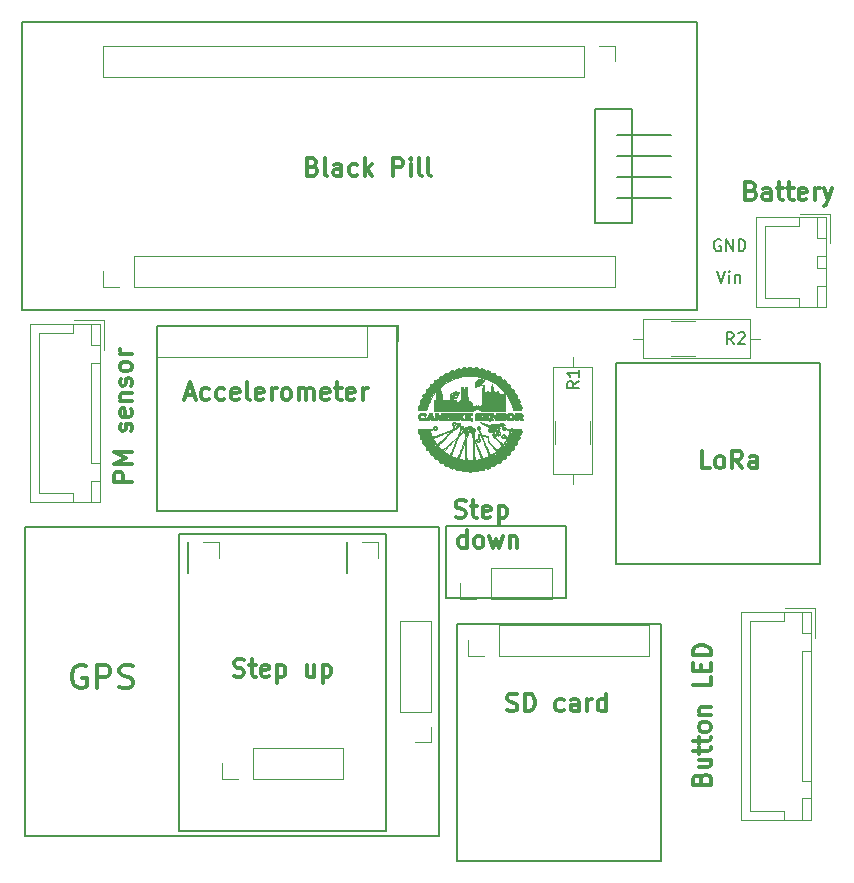
<source format=gbr>
G04 #@! TF.FileFunction,Legend,Top*
%FSLAX46Y46*%
G04 Gerber Fmt 4.6, Leading zero omitted, Abs format (unit mm)*
G04 Created by KiCad (PCBNEW 4.0.7) date 08/16/18 23:45:15*
%MOMM*%
%LPD*%
G01*
G04 APERTURE LIST*
%ADD10C,0.100000*%
%ADD11C,0.200000*%
%ADD12C,0.300000*%
%ADD13C,0.120000*%
%ADD14C,0.010000*%
%ADD15C,0.150000*%
G04 APERTURE END LIST*
D10*
D11*
X122682000Y-69850000D02*
X127254000Y-69850000D01*
X122682000Y-71628000D02*
X127254000Y-71628000D01*
X122682000Y-73406000D02*
X127254000Y-73406000D01*
X122682000Y-68072000D02*
X127254000Y-68072000D01*
X120777000Y-75565000D02*
X120777000Y-65913000D01*
X123952000Y-75565000D02*
X120777000Y-75565000D01*
X123952000Y-65913000D02*
X123952000Y-75565000D01*
X120777000Y-65913000D02*
X123952000Y-65913000D01*
D12*
X134052858Y-72790857D02*
X134267144Y-72862286D01*
X134338572Y-72933714D01*
X134410001Y-73076571D01*
X134410001Y-73290857D01*
X134338572Y-73433714D01*
X134267144Y-73505143D01*
X134124286Y-73576571D01*
X133552858Y-73576571D01*
X133552858Y-72076571D01*
X134052858Y-72076571D01*
X134195715Y-72148000D01*
X134267144Y-72219429D01*
X134338572Y-72362286D01*
X134338572Y-72505143D01*
X134267144Y-72648000D01*
X134195715Y-72719429D01*
X134052858Y-72790857D01*
X133552858Y-72790857D01*
X135695715Y-73576571D02*
X135695715Y-72790857D01*
X135624286Y-72648000D01*
X135481429Y-72576571D01*
X135195715Y-72576571D01*
X135052858Y-72648000D01*
X135695715Y-73505143D02*
X135552858Y-73576571D01*
X135195715Y-73576571D01*
X135052858Y-73505143D01*
X134981429Y-73362286D01*
X134981429Y-73219429D01*
X135052858Y-73076571D01*
X135195715Y-73005143D01*
X135552858Y-73005143D01*
X135695715Y-72933714D01*
X136195715Y-72576571D02*
X136767144Y-72576571D01*
X136410001Y-72076571D02*
X136410001Y-73362286D01*
X136481429Y-73505143D01*
X136624287Y-73576571D01*
X136767144Y-73576571D01*
X137052858Y-72576571D02*
X137624287Y-72576571D01*
X137267144Y-72076571D02*
X137267144Y-73362286D01*
X137338572Y-73505143D01*
X137481430Y-73576571D01*
X137624287Y-73576571D01*
X138695715Y-73505143D02*
X138552858Y-73576571D01*
X138267144Y-73576571D01*
X138124287Y-73505143D01*
X138052858Y-73362286D01*
X138052858Y-72790857D01*
X138124287Y-72648000D01*
X138267144Y-72576571D01*
X138552858Y-72576571D01*
X138695715Y-72648000D01*
X138767144Y-72790857D01*
X138767144Y-72933714D01*
X138052858Y-73076571D01*
X139410001Y-73576571D02*
X139410001Y-72576571D01*
X139410001Y-72862286D02*
X139481429Y-72719429D01*
X139552858Y-72648000D01*
X139695715Y-72576571D01*
X139838572Y-72576571D01*
X140195715Y-72576571D02*
X140552858Y-73576571D01*
X140910000Y-72576571D02*
X140552858Y-73576571D01*
X140410000Y-73933714D01*
X140338572Y-74005143D01*
X140195715Y-74076571D01*
D11*
X131183191Y-79589381D02*
X131516524Y-80589381D01*
X131849858Y-79589381D01*
X132183191Y-80589381D02*
X132183191Y-79922714D01*
X132183191Y-79589381D02*
X132135572Y-79637000D01*
X132183191Y-79684619D01*
X132230810Y-79637000D01*
X132183191Y-79589381D01*
X132183191Y-79684619D01*
X132659381Y-79922714D02*
X132659381Y-80589381D01*
X132659381Y-80017952D02*
X132707000Y-79970333D01*
X132802238Y-79922714D01*
X132945096Y-79922714D01*
X133040334Y-79970333D01*
X133087953Y-80065571D01*
X133087953Y-80589381D01*
X131445096Y-76970000D02*
X131349858Y-76922381D01*
X131207001Y-76922381D01*
X131064143Y-76970000D01*
X130968905Y-77065238D01*
X130921286Y-77160476D01*
X130873667Y-77350952D01*
X130873667Y-77493810D01*
X130921286Y-77684286D01*
X130968905Y-77779524D01*
X131064143Y-77874762D01*
X131207001Y-77922381D01*
X131302239Y-77922381D01*
X131445096Y-77874762D01*
X131492715Y-77827143D01*
X131492715Y-77493810D01*
X131302239Y-77493810D01*
X131921286Y-77922381D02*
X131921286Y-76922381D01*
X132492715Y-77922381D01*
X132492715Y-76922381D01*
X132968905Y-77922381D02*
X132968905Y-76922381D01*
X133207000Y-76922381D01*
X133349858Y-76970000D01*
X133445096Y-77065238D01*
X133492715Y-77160476D01*
X133540334Y-77350952D01*
X133540334Y-77493810D01*
X133492715Y-77684286D01*
X133445096Y-77779524D01*
X133349858Y-77874762D01*
X133207000Y-77922381D01*
X132968905Y-77922381D01*
D12*
X129813857Y-122613857D02*
X129885286Y-122399571D01*
X129956714Y-122328143D01*
X130099571Y-122256714D01*
X130313857Y-122256714D01*
X130456714Y-122328143D01*
X130528143Y-122399571D01*
X130599571Y-122542429D01*
X130599571Y-123113857D01*
X129099571Y-123113857D01*
X129099571Y-122613857D01*
X129171000Y-122471000D01*
X129242429Y-122399571D01*
X129385286Y-122328143D01*
X129528143Y-122328143D01*
X129671000Y-122399571D01*
X129742429Y-122471000D01*
X129813857Y-122613857D01*
X129813857Y-123113857D01*
X129599571Y-120971000D02*
X130599571Y-120971000D01*
X129599571Y-121613857D02*
X130385286Y-121613857D01*
X130528143Y-121542429D01*
X130599571Y-121399571D01*
X130599571Y-121185286D01*
X130528143Y-121042429D01*
X130456714Y-120971000D01*
X129599571Y-120471000D02*
X129599571Y-119899571D01*
X129099571Y-120256714D02*
X130385286Y-120256714D01*
X130528143Y-120185286D01*
X130599571Y-120042428D01*
X130599571Y-119899571D01*
X129599571Y-119613857D02*
X129599571Y-119042428D01*
X129099571Y-119399571D02*
X130385286Y-119399571D01*
X130528143Y-119328143D01*
X130599571Y-119185285D01*
X130599571Y-119042428D01*
X130599571Y-118328142D02*
X130528143Y-118471000D01*
X130456714Y-118542428D01*
X130313857Y-118613857D01*
X129885286Y-118613857D01*
X129742429Y-118542428D01*
X129671000Y-118471000D01*
X129599571Y-118328142D01*
X129599571Y-118113857D01*
X129671000Y-117971000D01*
X129742429Y-117899571D01*
X129885286Y-117828142D01*
X130313857Y-117828142D01*
X130456714Y-117899571D01*
X130528143Y-117971000D01*
X130599571Y-118113857D01*
X130599571Y-118328142D01*
X129599571Y-117185285D02*
X130599571Y-117185285D01*
X129742429Y-117185285D02*
X129671000Y-117113857D01*
X129599571Y-116970999D01*
X129599571Y-116756714D01*
X129671000Y-116613857D01*
X129813857Y-116542428D01*
X130599571Y-116542428D01*
X130599571Y-113970999D02*
X130599571Y-114685285D01*
X129099571Y-114685285D01*
X129813857Y-113470999D02*
X129813857Y-112970999D01*
X130599571Y-112756713D02*
X130599571Y-113470999D01*
X129099571Y-113470999D01*
X129099571Y-112756713D01*
X130599571Y-112113856D02*
X129099571Y-112113856D01*
X129099571Y-111756713D01*
X129171000Y-111542428D01*
X129313857Y-111399570D01*
X129456714Y-111328142D01*
X129742429Y-111256713D01*
X129956714Y-111256713D01*
X130242429Y-111328142D01*
X130385286Y-111399570D01*
X130528143Y-111542428D01*
X130599571Y-111756713D01*
X130599571Y-112113856D01*
D11*
X103124000Y-101854000D02*
X103124000Y-127000000D01*
X85598000Y-101854000D02*
X85598000Y-127000000D01*
X85598000Y-127000000D02*
X103124000Y-127000000D01*
D12*
X81577571Y-97448000D02*
X80077571Y-97448000D01*
X80077571Y-96876572D01*
X80149000Y-96733714D01*
X80220429Y-96662286D01*
X80363286Y-96590857D01*
X80577571Y-96590857D01*
X80720429Y-96662286D01*
X80791857Y-96733714D01*
X80863286Y-96876572D01*
X80863286Y-97448000D01*
X81577571Y-95948000D02*
X80077571Y-95948000D01*
X81149000Y-95448000D01*
X80077571Y-94948000D01*
X81577571Y-94948000D01*
X81506143Y-93162286D02*
X81577571Y-93019429D01*
X81577571Y-92733714D01*
X81506143Y-92590857D01*
X81363286Y-92519429D01*
X81291857Y-92519429D01*
X81149000Y-92590857D01*
X81077571Y-92733714D01*
X81077571Y-92948000D01*
X81006143Y-93090857D01*
X80863286Y-93162286D01*
X80791857Y-93162286D01*
X80649000Y-93090857D01*
X80577571Y-92948000D01*
X80577571Y-92733714D01*
X80649000Y-92590857D01*
X81506143Y-91305143D02*
X81577571Y-91448000D01*
X81577571Y-91733714D01*
X81506143Y-91876571D01*
X81363286Y-91948000D01*
X80791857Y-91948000D01*
X80649000Y-91876571D01*
X80577571Y-91733714D01*
X80577571Y-91448000D01*
X80649000Y-91305143D01*
X80791857Y-91233714D01*
X80934714Y-91233714D01*
X81077571Y-91948000D01*
X80577571Y-90590857D02*
X81577571Y-90590857D01*
X80720429Y-90590857D02*
X80649000Y-90519429D01*
X80577571Y-90376571D01*
X80577571Y-90162286D01*
X80649000Y-90019429D01*
X80791857Y-89948000D01*
X81577571Y-89948000D01*
X81506143Y-89305143D02*
X81577571Y-89162286D01*
X81577571Y-88876571D01*
X81506143Y-88733714D01*
X81363286Y-88662286D01*
X81291857Y-88662286D01*
X81149000Y-88733714D01*
X81077571Y-88876571D01*
X81077571Y-89090857D01*
X81006143Y-89233714D01*
X80863286Y-89305143D01*
X80791857Y-89305143D01*
X80649000Y-89233714D01*
X80577571Y-89090857D01*
X80577571Y-88876571D01*
X80649000Y-88733714D01*
X81577571Y-87805142D02*
X81506143Y-87948000D01*
X81434714Y-88019428D01*
X81291857Y-88090857D01*
X80863286Y-88090857D01*
X80720429Y-88019428D01*
X80649000Y-87948000D01*
X80577571Y-87805142D01*
X80577571Y-87590857D01*
X80649000Y-87448000D01*
X80720429Y-87376571D01*
X80863286Y-87305142D01*
X81291857Y-87305142D01*
X81434714Y-87376571D01*
X81506143Y-87448000D01*
X81577571Y-87590857D01*
X81577571Y-87805142D01*
X81577571Y-86662285D02*
X80577571Y-86662285D01*
X80863286Y-86662285D02*
X80720429Y-86590857D01*
X80649000Y-86519428D01*
X80577571Y-86376571D01*
X80577571Y-86233714D01*
D11*
X118364000Y-101219000D02*
X118364000Y-107315000D01*
X108204000Y-101219000D02*
X108204000Y-107315000D01*
X108204000Y-101219000D02*
X118364000Y-101219000D01*
X85598000Y-101854000D02*
X103124000Y-101854000D01*
X104076500Y-84264500D02*
X104076500Y-99885500D01*
D12*
X113387715Y-116812143D02*
X113602001Y-116883571D01*
X113959144Y-116883571D01*
X114102001Y-116812143D01*
X114173430Y-116740714D01*
X114244858Y-116597857D01*
X114244858Y-116455000D01*
X114173430Y-116312143D01*
X114102001Y-116240714D01*
X113959144Y-116169286D01*
X113673430Y-116097857D01*
X113530572Y-116026429D01*
X113459144Y-115955000D01*
X113387715Y-115812143D01*
X113387715Y-115669286D01*
X113459144Y-115526429D01*
X113530572Y-115455000D01*
X113673430Y-115383571D01*
X114030572Y-115383571D01*
X114244858Y-115455000D01*
X114887715Y-116883571D02*
X114887715Y-115383571D01*
X115244858Y-115383571D01*
X115459143Y-115455000D01*
X115602001Y-115597857D01*
X115673429Y-115740714D01*
X115744858Y-116026429D01*
X115744858Y-116240714D01*
X115673429Y-116526429D01*
X115602001Y-116669286D01*
X115459143Y-116812143D01*
X115244858Y-116883571D01*
X114887715Y-116883571D01*
X118173429Y-116812143D02*
X118030572Y-116883571D01*
X117744858Y-116883571D01*
X117602000Y-116812143D01*
X117530572Y-116740714D01*
X117459143Y-116597857D01*
X117459143Y-116169286D01*
X117530572Y-116026429D01*
X117602000Y-115955000D01*
X117744858Y-115883571D01*
X118030572Y-115883571D01*
X118173429Y-115955000D01*
X119459143Y-116883571D02*
X119459143Y-116097857D01*
X119387714Y-115955000D01*
X119244857Y-115883571D01*
X118959143Y-115883571D01*
X118816286Y-115955000D01*
X119459143Y-116812143D02*
X119316286Y-116883571D01*
X118959143Y-116883571D01*
X118816286Y-116812143D01*
X118744857Y-116669286D01*
X118744857Y-116526429D01*
X118816286Y-116383571D01*
X118959143Y-116312143D01*
X119316286Y-116312143D01*
X119459143Y-116240714D01*
X120173429Y-116883571D02*
X120173429Y-115883571D01*
X120173429Y-116169286D02*
X120244857Y-116026429D01*
X120316286Y-115955000D01*
X120459143Y-115883571D01*
X120602000Y-115883571D01*
X121744857Y-116883571D02*
X121744857Y-115383571D01*
X121744857Y-116812143D02*
X121602000Y-116883571D01*
X121316286Y-116883571D01*
X121173428Y-116812143D01*
X121102000Y-116740714D01*
X121030571Y-116597857D01*
X121030571Y-116169286D01*
X121102000Y-116026429D01*
X121173428Y-115955000D01*
X121316286Y-115883571D01*
X121602000Y-115883571D01*
X121744857Y-115955000D01*
D11*
X126365000Y-129540000D02*
X126365000Y-109474000D01*
X109093000Y-129540000D02*
X126365000Y-129540000D01*
X109093000Y-109474000D02*
X109093000Y-129540000D01*
X126365000Y-109474000D02*
X109093000Y-109474000D01*
D12*
X109010000Y-100424143D02*
X109224286Y-100495571D01*
X109581429Y-100495571D01*
X109724286Y-100424143D01*
X109795715Y-100352714D01*
X109867143Y-100209857D01*
X109867143Y-100067000D01*
X109795715Y-99924143D01*
X109724286Y-99852714D01*
X109581429Y-99781286D01*
X109295715Y-99709857D01*
X109152857Y-99638429D01*
X109081429Y-99567000D01*
X109010000Y-99424143D01*
X109010000Y-99281286D01*
X109081429Y-99138429D01*
X109152857Y-99067000D01*
X109295715Y-98995571D01*
X109652857Y-98995571D01*
X109867143Y-99067000D01*
X110295714Y-99495571D02*
X110867143Y-99495571D01*
X110510000Y-98995571D02*
X110510000Y-100281286D01*
X110581428Y-100424143D01*
X110724286Y-100495571D01*
X110867143Y-100495571D01*
X111938571Y-100424143D02*
X111795714Y-100495571D01*
X111510000Y-100495571D01*
X111367143Y-100424143D01*
X111295714Y-100281286D01*
X111295714Y-99709857D01*
X111367143Y-99567000D01*
X111510000Y-99495571D01*
X111795714Y-99495571D01*
X111938571Y-99567000D01*
X112010000Y-99709857D01*
X112010000Y-99852714D01*
X111295714Y-99995571D01*
X112652857Y-99495571D02*
X112652857Y-100995571D01*
X112652857Y-99567000D02*
X112795714Y-99495571D01*
X113081428Y-99495571D01*
X113224285Y-99567000D01*
X113295714Y-99638429D01*
X113367143Y-99781286D01*
X113367143Y-100209857D01*
X113295714Y-100352714D01*
X113224285Y-100424143D01*
X113081428Y-100495571D01*
X112795714Y-100495571D01*
X112652857Y-100424143D01*
X109938571Y-103045571D02*
X109938571Y-101545571D01*
X109938571Y-102974143D02*
X109795714Y-103045571D01*
X109510000Y-103045571D01*
X109367142Y-102974143D01*
X109295714Y-102902714D01*
X109224285Y-102759857D01*
X109224285Y-102331286D01*
X109295714Y-102188429D01*
X109367142Y-102117000D01*
X109510000Y-102045571D01*
X109795714Y-102045571D01*
X109938571Y-102117000D01*
X110867143Y-103045571D02*
X110724285Y-102974143D01*
X110652857Y-102902714D01*
X110581428Y-102759857D01*
X110581428Y-102331286D01*
X110652857Y-102188429D01*
X110724285Y-102117000D01*
X110867143Y-102045571D01*
X111081428Y-102045571D01*
X111224285Y-102117000D01*
X111295714Y-102188429D01*
X111367143Y-102331286D01*
X111367143Y-102759857D01*
X111295714Y-102902714D01*
X111224285Y-102974143D01*
X111081428Y-103045571D01*
X110867143Y-103045571D01*
X111867143Y-102045571D02*
X112152857Y-103045571D01*
X112438571Y-102331286D01*
X112724286Y-103045571D01*
X113010000Y-102045571D01*
X113581429Y-102045571D02*
X113581429Y-103045571D01*
X113581429Y-102188429D02*
X113652857Y-102117000D01*
X113795715Y-102045571D01*
X114010000Y-102045571D01*
X114152857Y-102117000D01*
X114224286Y-102259857D01*
X114224286Y-103045571D01*
D11*
X108204000Y-107315000D02*
X118364000Y-107315000D01*
D12*
X90253857Y-113891143D02*
X90468143Y-113962571D01*
X90825286Y-113962571D01*
X90968143Y-113891143D01*
X91039572Y-113819714D01*
X91111000Y-113676857D01*
X91111000Y-113534000D01*
X91039572Y-113391143D01*
X90968143Y-113319714D01*
X90825286Y-113248286D01*
X90539572Y-113176857D01*
X90396714Y-113105429D01*
X90325286Y-113034000D01*
X90253857Y-112891143D01*
X90253857Y-112748286D01*
X90325286Y-112605429D01*
X90396714Y-112534000D01*
X90539572Y-112462571D01*
X90896714Y-112462571D01*
X91111000Y-112534000D01*
X91539571Y-112962571D02*
X92111000Y-112962571D01*
X91753857Y-112462571D02*
X91753857Y-113748286D01*
X91825285Y-113891143D01*
X91968143Y-113962571D01*
X92111000Y-113962571D01*
X93182428Y-113891143D02*
X93039571Y-113962571D01*
X92753857Y-113962571D01*
X92611000Y-113891143D01*
X92539571Y-113748286D01*
X92539571Y-113176857D01*
X92611000Y-113034000D01*
X92753857Y-112962571D01*
X93039571Y-112962571D01*
X93182428Y-113034000D01*
X93253857Y-113176857D01*
X93253857Y-113319714D01*
X92539571Y-113462571D01*
X93896714Y-112962571D02*
X93896714Y-114462571D01*
X93896714Y-113034000D02*
X94039571Y-112962571D01*
X94325285Y-112962571D01*
X94468142Y-113034000D01*
X94539571Y-113105429D01*
X94611000Y-113248286D01*
X94611000Y-113676857D01*
X94539571Y-113819714D01*
X94468142Y-113891143D01*
X94325285Y-113962571D01*
X94039571Y-113962571D01*
X93896714Y-113891143D01*
X97039571Y-112962571D02*
X97039571Y-113962571D01*
X96396714Y-112962571D02*
X96396714Y-113748286D01*
X96468142Y-113891143D01*
X96611000Y-113962571D01*
X96825285Y-113962571D01*
X96968142Y-113891143D01*
X97039571Y-113819714D01*
X97753857Y-112962571D02*
X97753857Y-114462571D01*
X97753857Y-113034000D02*
X97896714Y-112962571D01*
X98182428Y-112962571D01*
X98325285Y-113034000D01*
X98396714Y-113105429D01*
X98468143Y-113248286D01*
X98468143Y-113676857D01*
X98396714Y-113819714D01*
X98325285Y-113891143D01*
X98182428Y-113962571D01*
X97896714Y-113962571D01*
X97753857Y-113891143D01*
X130564143Y-96309571D02*
X129849857Y-96309571D01*
X129849857Y-94809571D01*
X131278429Y-96309571D02*
X131135571Y-96238143D01*
X131064143Y-96166714D01*
X130992714Y-96023857D01*
X130992714Y-95595286D01*
X131064143Y-95452429D01*
X131135571Y-95381000D01*
X131278429Y-95309571D01*
X131492714Y-95309571D01*
X131635571Y-95381000D01*
X131707000Y-95452429D01*
X131778429Y-95595286D01*
X131778429Y-96023857D01*
X131707000Y-96166714D01*
X131635571Y-96238143D01*
X131492714Y-96309571D01*
X131278429Y-96309571D01*
X133278429Y-96309571D02*
X132778429Y-95595286D01*
X132421286Y-96309571D02*
X132421286Y-94809571D01*
X132992714Y-94809571D01*
X133135572Y-94881000D01*
X133207000Y-94952429D01*
X133278429Y-95095286D01*
X133278429Y-95309571D01*
X133207000Y-95452429D01*
X133135572Y-95523857D01*
X132992714Y-95595286D01*
X132421286Y-95595286D01*
X134564143Y-96309571D02*
X134564143Y-95523857D01*
X134492714Y-95381000D01*
X134349857Y-95309571D01*
X134064143Y-95309571D01*
X133921286Y-95381000D01*
X134564143Y-96238143D02*
X134421286Y-96309571D01*
X134064143Y-96309571D01*
X133921286Y-96238143D01*
X133849857Y-96095286D01*
X133849857Y-95952429D01*
X133921286Y-95809571D01*
X134064143Y-95738143D01*
X134421286Y-95738143D01*
X134564143Y-95666714D01*
X86146644Y-90102500D02*
X86860930Y-90102500D01*
X86003787Y-90531071D02*
X86503787Y-89031071D01*
X87003787Y-90531071D01*
X88146644Y-90459643D02*
X88003787Y-90531071D01*
X87718073Y-90531071D01*
X87575215Y-90459643D01*
X87503787Y-90388214D01*
X87432358Y-90245357D01*
X87432358Y-89816786D01*
X87503787Y-89673929D01*
X87575215Y-89602500D01*
X87718073Y-89531071D01*
X88003787Y-89531071D01*
X88146644Y-89602500D01*
X89432358Y-90459643D02*
X89289501Y-90531071D01*
X89003787Y-90531071D01*
X88860929Y-90459643D01*
X88789501Y-90388214D01*
X88718072Y-90245357D01*
X88718072Y-89816786D01*
X88789501Y-89673929D01*
X88860929Y-89602500D01*
X89003787Y-89531071D01*
X89289501Y-89531071D01*
X89432358Y-89602500D01*
X90646643Y-90459643D02*
X90503786Y-90531071D01*
X90218072Y-90531071D01*
X90075215Y-90459643D01*
X90003786Y-90316786D01*
X90003786Y-89745357D01*
X90075215Y-89602500D01*
X90218072Y-89531071D01*
X90503786Y-89531071D01*
X90646643Y-89602500D01*
X90718072Y-89745357D01*
X90718072Y-89888214D01*
X90003786Y-90031071D01*
X91575215Y-90531071D02*
X91432357Y-90459643D01*
X91360929Y-90316786D01*
X91360929Y-89031071D01*
X92718071Y-90459643D02*
X92575214Y-90531071D01*
X92289500Y-90531071D01*
X92146643Y-90459643D01*
X92075214Y-90316786D01*
X92075214Y-89745357D01*
X92146643Y-89602500D01*
X92289500Y-89531071D01*
X92575214Y-89531071D01*
X92718071Y-89602500D01*
X92789500Y-89745357D01*
X92789500Y-89888214D01*
X92075214Y-90031071D01*
X93432357Y-90531071D02*
X93432357Y-89531071D01*
X93432357Y-89816786D02*
X93503785Y-89673929D01*
X93575214Y-89602500D01*
X93718071Y-89531071D01*
X93860928Y-89531071D01*
X94575214Y-90531071D02*
X94432356Y-90459643D01*
X94360928Y-90388214D01*
X94289499Y-90245357D01*
X94289499Y-89816786D01*
X94360928Y-89673929D01*
X94432356Y-89602500D01*
X94575214Y-89531071D01*
X94789499Y-89531071D01*
X94932356Y-89602500D01*
X95003785Y-89673929D01*
X95075214Y-89816786D01*
X95075214Y-90245357D01*
X95003785Y-90388214D01*
X94932356Y-90459643D01*
X94789499Y-90531071D01*
X94575214Y-90531071D01*
X95718071Y-90531071D02*
X95718071Y-89531071D01*
X95718071Y-89673929D02*
X95789499Y-89602500D01*
X95932357Y-89531071D01*
X96146642Y-89531071D01*
X96289499Y-89602500D01*
X96360928Y-89745357D01*
X96360928Y-90531071D01*
X96360928Y-89745357D02*
X96432357Y-89602500D01*
X96575214Y-89531071D01*
X96789499Y-89531071D01*
X96932357Y-89602500D01*
X97003785Y-89745357D01*
X97003785Y-90531071D01*
X98289499Y-90459643D02*
X98146642Y-90531071D01*
X97860928Y-90531071D01*
X97718071Y-90459643D01*
X97646642Y-90316786D01*
X97646642Y-89745357D01*
X97718071Y-89602500D01*
X97860928Y-89531071D01*
X98146642Y-89531071D01*
X98289499Y-89602500D01*
X98360928Y-89745357D01*
X98360928Y-89888214D01*
X97646642Y-90031071D01*
X98789499Y-89531071D02*
X99360928Y-89531071D01*
X99003785Y-89031071D02*
X99003785Y-90316786D01*
X99075213Y-90459643D01*
X99218071Y-90531071D01*
X99360928Y-90531071D01*
X100432356Y-90459643D02*
X100289499Y-90531071D01*
X100003785Y-90531071D01*
X99860928Y-90459643D01*
X99789499Y-90316786D01*
X99789499Y-89745357D01*
X99860928Y-89602500D01*
X100003785Y-89531071D01*
X100289499Y-89531071D01*
X100432356Y-89602500D01*
X100503785Y-89745357D01*
X100503785Y-89888214D01*
X99789499Y-90031071D01*
X101146642Y-90531071D02*
X101146642Y-89531071D01*
X101146642Y-89816786D02*
X101218070Y-89673929D01*
X101289499Y-89602500D01*
X101432356Y-89531071D01*
X101575213Y-89531071D01*
X96921429Y-70758857D02*
X97135715Y-70830286D01*
X97207143Y-70901714D01*
X97278572Y-71044571D01*
X97278572Y-71258857D01*
X97207143Y-71401714D01*
X97135715Y-71473143D01*
X96992857Y-71544571D01*
X96421429Y-71544571D01*
X96421429Y-70044571D01*
X96921429Y-70044571D01*
X97064286Y-70116000D01*
X97135715Y-70187429D01*
X97207143Y-70330286D01*
X97207143Y-70473143D01*
X97135715Y-70616000D01*
X97064286Y-70687429D01*
X96921429Y-70758857D01*
X96421429Y-70758857D01*
X98135715Y-71544571D02*
X97992857Y-71473143D01*
X97921429Y-71330286D01*
X97921429Y-70044571D01*
X99350000Y-71544571D02*
X99350000Y-70758857D01*
X99278571Y-70616000D01*
X99135714Y-70544571D01*
X98850000Y-70544571D01*
X98707143Y-70616000D01*
X99350000Y-71473143D02*
X99207143Y-71544571D01*
X98850000Y-71544571D01*
X98707143Y-71473143D01*
X98635714Y-71330286D01*
X98635714Y-71187429D01*
X98707143Y-71044571D01*
X98850000Y-70973143D01*
X99207143Y-70973143D01*
X99350000Y-70901714D01*
X100707143Y-71473143D02*
X100564286Y-71544571D01*
X100278572Y-71544571D01*
X100135714Y-71473143D01*
X100064286Y-71401714D01*
X99992857Y-71258857D01*
X99992857Y-70830286D01*
X100064286Y-70687429D01*
X100135714Y-70616000D01*
X100278572Y-70544571D01*
X100564286Y-70544571D01*
X100707143Y-70616000D01*
X101350000Y-71544571D02*
X101350000Y-70044571D01*
X101492857Y-70973143D02*
X101921428Y-71544571D01*
X101921428Y-70544571D02*
X101350000Y-71116000D01*
X103707143Y-71544571D02*
X103707143Y-70044571D01*
X104278571Y-70044571D01*
X104421429Y-70116000D01*
X104492857Y-70187429D01*
X104564286Y-70330286D01*
X104564286Y-70544571D01*
X104492857Y-70687429D01*
X104421429Y-70758857D01*
X104278571Y-70830286D01*
X103707143Y-70830286D01*
X105207143Y-71544571D02*
X105207143Y-70544571D01*
X105207143Y-70044571D02*
X105135714Y-70116000D01*
X105207143Y-70187429D01*
X105278571Y-70116000D01*
X105207143Y-70044571D01*
X105207143Y-70187429D01*
X106135715Y-71544571D02*
X105992857Y-71473143D01*
X105921429Y-71330286D01*
X105921429Y-70044571D01*
X106921429Y-71544571D02*
X106778571Y-71473143D01*
X106707143Y-71330286D01*
X106707143Y-70044571D01*
X77692429Y-113046000D02*
X77501952Y-112950762D01*
X77216238Y-112950762D01*
X76930524Y-113046000D01*
X76740048Y-113236476D01*
X76644809Y-113426952D01*
X76549571Y-113807905D01*
X76549571Y-114093619D01*
X76644809Y-114474571D01*
X76740048Y-114665048D01*
X76930524Y-114855524D01*
X77216238Y-114950762D01*
X77406714Y-114950762D01*
X77692429Y-114855524D01*
X77787667Y-114760286D01*
X77787667Y-114093619D01*
X77406714Y-114093619D01*
X78644809Y-114950762D02*
X78644809Y-112950762D01*
X79406714Y-112950762D01*
X79597190Y-113046000D01*
X79692429Y-113141238D01*
X79787667Y-113331714D01*
X79787667Y-113617429D01*
X79692429Y-113807905D01*
X79597190Y-113903143D01*
X79406714Y-113998381D01*
X78644809Y-113998381D01*
X80549571Y-114855524D02*
X80835286Y-114950762D01*
X81311476Y-114950762D01*
X81501952Y-114855524D01*
X81597190Y-114760286D01*
X81692429Y-114569810D01*
X81692429Y-114379333D01*
X81597190Y-114188857D01*
X81501952Y-114093619D01*
X81311476Y-113998381D01*
X80930524Y-113903143D01*
X80740048Y-113807905D01*
X80644809Y-113712667D01*
X80549571Y-113522190D01*
X80549571Y-113331714D01*
X80644809Y-113141238D01*
X80740048Y-113046000D01*
X80930524Y-112950762D01*
X81406714Y-112950762D01*
X81692429Y-113046000D01*
D11*
X107632500Y-101282500D02*
X107632500Y-127444500D01*
X72580500Y-101282500D02*
X107632500Y-101282500D01*
X72580500Y-127444500D02*
X72580500Y-101282500D01*
X107632500Y-127444500D02*
X72580500Y-127444500D01*
X104076500Y-99885500D02*
X83756500Y-99885500D01*
X83756500Y-84264500D02*
X104076500Y-84264500D01*
X83756500Y-99885500D02*
X83756500Y-84264500D01*
X139827000Y-87376000D02*
X139827000Y-104394000D01*
X122555000Y-87376000D02*
X139827000Y-87376000D01*
X122555000Y-104394000D02*
X122555000Y-87376000D01*
X139827000Y-104394000D02*
X122555000Y-104394000D01*
X72263000Y-58547000D02*
X129413000Y-58547000D01*
X72263000Y-82931000D02*
X72263000Y-58547000D01*
X129413000Y-82931000D02*
X72263000Y-82931000D01*
X129413000Y-58547000D02*
X129413000Y-82931000D01*
D13*
X101536500Y-84204500D02*
X83696500Y-84204500D01*
X83696500Y-84204500D02*
X83696500Y-86864500D01*
X83696500Y-86864500D02*
X101536500Y-86864500D01*
X101536500Y-86864500D02*
X101536500Y-84204500D01*
X102806500Y-84204500D02*
X104136500Y-84204500D01*
X104136500Y-84204500D02*
X104136500Y-85534500D01*
X119888000Y-60519000D02*
X79188000Y-60519000D01*
X79188000Y-60519000D02*
X79188000Y-63179000D01*
X79188000Y-63179000D02*
X119888000Y-63179000D01*
X119888000Y-63179000D02*
X119888000Y-60519000D01*
X121158000Y-60519000D02*
X122488000Y-60519000D01*
X122488000Y-60519000D02*
X122488000Y-61849000D01*
X99822000Y-102556000D02*
X99762000Y-102556000D01*
X99762000Y-102556000D02*
X99762000Y-105216000D01*
X99762000Y-105216000D02*
X99822000Y-105216000D01*
X99822000Y-105216000D02*
X99822000Y-102556000D01*
X101092000Y-102556000D02*
X102422000Y-102556000D01*
X102422000Y-102556000D02*
X102422000Y-103886000D01*
X86360000Y-102556000D02*
X86300000Y-102556000D01*
X86300000Y-102556000D02*
X86300000Y-105216000D01*
X86300000Y-105216000D02*
X86360000Y-105216000D01*
X86360000Y-105216000D02*
X86360000Y-102556000D01*
X87630000Y-102556000D02*
X88960000Y-102556000D01*
X88960000Y-102556000D02*
X88960000Y-103886000D01*
X91821000Y-122615000D02*
X99501000Y-122615000D01*
X99501000Y-122615000D02*
X99501000Y-119955000D01*
X99501000Y-119955000D02*
X91821000Y-119955000D01*
X91821000Y-119955000D02*
X91821000Y-122615000D01*
X90551000Y-122615000D02*
X89221000Y-122615000D01*
X89221000Y-122615000D02*
X89221000Y-121285000D01*
X81788000Y-80959000D02*
X122488000Y-80959000D01*
X122488000Y-80959000D02*
X122488000Y-78299000D01*
X122488000Y-78299000D02*
X81788000Y-78299000D01*
X81788000Y-78299000D02*
X81788000Y-80959000D01*
X80518000Y-80959000D02*
X79188000Y-80959000D01*
X79188000Y-80959000D02*
X79188000Y-79629000D01*
X112014000Y-107375000D02*
X117154000Y-107375000D01*
X117154000Y-107375000D02*
X117154000Y-104715000D01*
X117154000Y-104715000D02*
X112014000Y-104715000D01*
X112014000Y-104715000D02*
X112014000Y-107375000D01*
X110744000Y-107375000D02*
X109414000Y-107375000D01*
X109414000Y-107375000D02*
X109414000Y-106045000D01*
X106930500Y-116903500D02*
X106930500Y-109223500D01*
X106930500Y-109223500D02*
X104270500Y-109223500D01*
X104270500Y-109223500D02*
X104270500Y-116903500D01*
X104270500Y-116903500D02*
X106930500Y-116903500D01*
X106930500Y-118173500D02*
X106930500Y-119503500D01*
X106930500Y-119503500D02*
X105600500Y-119503500D01*
X112649000Y-112201000D02*
X125409000Y-112201000D01*
X125409000Y-112201000D02*
X125409000Y-109541000D01*
X125409000Y-109541000D02*
X112649000Y-109541000D01*
X112649000Y-109541000D02*
X112649000Y-112201000D01*
X111379000Y-112201000D02*
X110049000Y-112201000D01*
X110049000Y-112201000D02*
X110049000Y-110871000D01*
X78904000Y-84064000D02*
X72954000Y-84064000D01*
X72954000Y-84064000D02*
X72954000Y-99164000D01*
X72954000Y-99164000D02*
X78904000Y-99164000D01*
X78904000Y-99164000D02*
X78904000Y-84064000D01*
X78904000Y-87364000D02*
X78154000Y-87364000D01*
X78154000Y-87364000D02*
X78154000Y-95864000D01*
X78154000Y-95864000D02*
X78904000Y-95864000D01*
X78904000Y-95864000D02*
X78904000Y-87364000D01*
X78904000Y-84064000D02*
X78154000Y-84064000D01*
X78154000Y-84064000D02*
X78154000Y-85864000D01*
X78154000Y-85864000D02*
X78904000Y-85864000D01*
X78904000Y-85864000D02*
X78904000Y-84064000D01*
X78904000Y-97364000D02*
X78154000Y-97364000D01*
X78154000Y-97364000D02*
X78154000Y-99164000D01*
X78154000Y-99164000D02*
X78904000Y-99164000D01*
X78904000Y-99164000D02*
X78904000Y-97364000D01*
X76654000Y-84064000D02*
X76654000Y-84814000D01*
X76654000Y-84814000D02*
X73704000Y-84814000D01*
X73704000Y-84814000D02*
X73704000Y-91614000D01*
X76654000Y-99164000D02*
X76654000Y-98414000D01*
X76654000Y-98414000D02*
X73704000Y-98414000D01*
X73704000Y-98414000D02*
X73704000Y-91614000D01*
X79204000Y-86264000D02*
X79204000Y-83764000D01*
X79204000Y-83764000D02*
X76704000Y-83764000D01*
X140372000Y-75047000D02*
X134422000Y-75047000D01*
X134422000Y-75047000D02*
X134422000Y-82647000D01*
X134422000Y-82647000D02*
X140372000Y-82647000D01*
X140372000Y-82647000D02*
X140372000Y-75047000D01*
X140372000Y-78347000D02*
X139622000Y-78347000D01*
X139622000Y-78347000D02*
X139622000Y-79347000D01*
X139622000Y-79347000D02*
X140372000Y-79347000D01*
X140372000Y-79347000D02*
X140372000Y-78347000D01*
X140372000Y-75047000D02*
X139622000Y-75047000D01*
X139622000Y-75047000D02*
X139622000Y-76847000D01*
X139622000Y-76847000D02*
X140372000Y-76847000D01*
X140372000Y-76847000D02*
X140372000Y-75047000D01*
X140372000Y-80847000D02*
X139622000Y-80847000D01*
X139622000Y-80847000D02*
X139622000Y-82647000D01*
X139622000Y-82647000D02*
X140372000Y-82647000D01*
X140372000Y-82647000D02*
X140372000Y-80847000D01*
X138122000Y-75047000D02*
X138122000Y-75797000D01*
X138122000Y-75797000D02*
X135172000Y-75797000D01*
X135172000Y-75797000D02*
X135172000Y-78847000D01*
X138122000Y-82647000D02*
X138122000Y-81897000D01*
X138122000Y-81897000D02*
X135172000Y-81897000D01*
X135172000Y-81897000D02*
X135172000Y-78847000D01*
X140672000Y-77247000D02*
X140672000Y-74747000D01*
X140672000Y-74747000D02*
X138172000Y-74747000D01*
X117455500Y-94281500D02*
X117455500Y-92281500D01*
X120415500Y-92281500D02*
X120415500Y-94281500D01*
X127270000Y-83864000D02*
X129270000Y-83864000D01*
X129270000Y-86824000D02*
X127270000Y-86824000D01*
X120595500Y-87705500D02*
X117275500Y-87705500D01*
X117275500Y-87705500D02*
X117275500Y-96825500D01*
X117275500Y-96825500D02*
X120595500Y-96825500D01*
X120595500Y-96825500D02*
X120595500Y-87705500D01*
X118935500Y-86895500D02*
X118935500Y-87705500D01*
X118935500Y-97635500D02*
X118935500Y-96825500D01*
X133973000Y-87004000D02*
X133973000Y-83684000D01*
X133973000Y-83684000D02*
X124853000Y-83684000D01*
X124853000Y-83684000D02*
X124853000Y-87004000D01*
X124853000Y-87004000D02*
X133973000Y-87004000D01*
X134783000Y-85344000D02*
X133973000Y-85344000D01*
X124043000Y-85344000D02*
X124853000Y-85344000D01*
D14*
G36*
X114329283Y-92940053D02*
X114406445Y-92940738D01*
X114472222Y-92941798D01*
X114523369Y-92943167D01*
X114556637Y-92944778D01*
X114568717Y-92946463D01*
X114570520Y-92961422D01*
X114566598Y-92990073D01*
X114564896Y-92997868D01*
X114561581Y-93033683D01*
X114565965Y-93069386D01*
X114576184Y-93097138D01*
X114590378Y-93109099D01*
X114591328Y-93109143D01*
X114609169Y-93119638D01*
X114616688Y-93148951D01*
X114613451Y-93193820D01*
X114606718Y-93224758D01*
X114587889Y-93288337D01*
X114569515Y-93330676D01*
X114549895Y-93354626D01*
X114527325Y-93363041D01*
X114524138Y-93363143D01*
X114498281Y-93370012D01*
X114475677Y-93392471D01*
X114454433Y-93433299D01*
X114432652Y-93495272D01*
X114431548Y-93498866D01*
X114406713Y-93580160D01*
X114433213Y-93617375D01*
X114450205Y-93651567D01*
X114452502Y-93689586D01*
X114439618Y-93736454D01*
X114416804Y-93786142D01*
X114394916Y-93821989D01*
X114371982Y-93841041D01*
X114349279Y-93848388D01*
X114321122Y-93856290D01*
X114299270Y-93869693D01*
X114279317Y-93893252D01*
X114256859Y-93931624D01*
X114240521Y-93963354D01*
X114215868Y-94017457D01*
X114205123Y-94056064D01*
X114207744Y-94083077D01*
X114221381Y-94100953D01*
X114237190Y-94125874D01*
X114235121Y-94161447D01*
X114215912Y-94208677D01*
X114184736Y-94260915D01*
X114151750Y-94301158D01*
X114120671Y-94325420D01*
X114102045Y-94330762D01*
X114064742Y-94340501D01*
X114026637Y-94370714D01*
X113985944Y-94422899D01*
X113978409Y-94434424D01*
X113951395Y-94484314D01*
X113938386Y-94525998D01*
X113940207Y-94555746D01*
X113949238Y-94566619D01*
X113960865Y-94587063D01*
X113953404Y-94622040D01*
X113926926Y-94671311D01*
X113911434Y-94694388D01*
X113876279Y-94740073D01*
X113846988Y-94766377D01*
X113819433Y-94775947D01*
X113790689Y-94771822D01*
X113771200Y-94771401D01*
X113747588Y-94784186D01*
X113714758Y-94813037D01*
X113711336Y-94816364D01*
X113677442Y-94852108D01*
X113647213Y-94888387D01*
X113632754Y-94908776D01*
X113617182Y-94938761D01*
X113615564Y-94962472D01*
X113622346Y-94983129D01*
X113628809Y-95013215D01*
X113621688Y-95045099D01*
X113599154Y-95082807D01*
X113559375Y-95130363D01*
X113551472Y-95138955D01*
X113523193Y-95168094D01*
X113502487Y-95182762D01*
X113480884Y-95186598D01*
X113449915Y-95183238D01*
X113448762Y-95183066D01*
X113414340Y-95179808D01*
X113388846Y-95184962D01*
X113361550Y-95201814D01*
X113344793Y-95214914D01*
X113296390Y-95260756D01*
X113264535Y-95305958D01*
X113251442Y-95346902D01*
X113252801Y-95365383D01*
X113251108Y-95406090D01*
X113228460Y-95449480D01*
X113187094Y-95491344D01*
X113185053Y-95492950D01*
X113140993Y-95525229D01*
X113108673Y-95542696D01*
X113082479Y-95547387D01*
X113056793Y-95541339D01*
X113054336Y-95540346D01*
X113025941Y-95533966D01*
X112995639Y-95539920D01*
X112959339Y-95560050D01*
X112912950Y-95596203D01*
X112893929Y-95612670D01*
X112861451Y-95643321D01*
X112844044Y-95667147D01*
X112837275Y-95691639D01*
X112836477Y-95709767D01*
X112833042Y-95742338D01*
X112819135Y-95767424D01*
X112791589Y-95793239D01*
X112734944Y-95834235D01*
X112688039Y-95856191D01*
X112652286Y-95858514D01*
X112643888Y-95855263D01*
X112606905Y-95843813D01*
X112565023Y-95849002D01*
X112518495Y-95868239D01*
X112453061Y-95905660D01*
X112409627Y-95941685D01*
X112386213Y-95978096D01*
X112382500Y-95990693D01*
X112373517Y-96022417D01*
X112359201Y-96045947D01*
X112334389Y-96066574D01*
X112293918Y-96089588D01*
X112278140Y-96097654D01*
X112231086Y-96119987D01*
X112199533Y-96130423D01*
X112178355Y-96129700D01*
X112162428Y-96118557D01*
X112159143Y-96114810D01*
X112130915Y-96099309D01*
X112087089Y-96100615D01*
X112029266Y-96118526D01*
X111990306Y-96136262D01*
X111948506Y-96158388D01*
X111923271Y-96176487D01*
X111908917Y-96196024D01*
X111899759Y-96222468D01*
X111899441Y-96223667D01*
X111885548Y-96256674D01*
X111860913Y-96282460D01*
X111821448Y-96303777D01*
X111763065Y-96323377D01*
X111743276Y-96328798D01*
X111707811Y-96337330D01*
X111687656Y-96337893D01*
X111674901Y-96329307D01*
X111666205Y-96317319D01*
X111646348Y-96298349D01*
X111617341Y-96291294D01*
X111575348Y-96296112D01*
X111516536Y-96312762D01*
X111507983Y-96315615D01*
X111457030Y-96336902D01*
X111421413Y-96360236D01*
X111411896Y-96370611D01*
X111382262Y-96411031D01*
X111358110Y-96436600D01*
X111331769Y-96452767D01*
X111295567Y-96464981D01*
X111269459Y-96471792D01*
X111219731Y-96483463D01*
X111187824Y-96487592D01*
X111168360Y-96483485D01*
X111155961Y-96470450D01*
X111148880Y-96456269D01*
X111139716Y-96441406D01*
X111124655Y-96433586D01*
X111097215Y-96430966D01*
X111061383Y-96431392D01*
X110990370Y-96436970D01*
X110938061Y-96450414D01*
X110899713Y-96473641D01*
X110870664Y-96508437D01*
X110856396Y-96529817D01*
X110842262Y-96544498D01*
X110823145Y-96554528D01*
X110793928Y-96561951D01*
X110749494Y-96568814D01*
X110705335Y-96574541D01*
X110670244Y-96577801D01*
X110650421Y-96573789D01*
X110637271Y-96559209D01*
X110629818Y-96545588D01*
X110612509Y-96521157D01*
X110587323Y-96507661D01*
X110555930Y-96501136D01*
X110487226Y-96495650D01*
X110427408Y-96500128D01*
X110381303Y-96513789D01*
X110355321Y-96533561D01*
X110327020Y-96570095D01*
X110304075Y-96591325D01*
X110278163Y-96601398D01*
X110240965Y-96604465D01*
X110212688Y-96604667D01*
X110166923Y-96603705D01*
X110138428Y-96599565D01*
X110120319Y-96590365D01*
X110106854Y-96575739D01*
X110085772Y-96546418D01*
X110071396Y-96524334D01*
X110061769Y-96513530D01*
X110045206Y-96506805D01*
X110016648Y-96503247D01*
X109971036Y-96501949D01*
X109946445Y-96501857D01*
X109887547Y-96503126D01*
X109847885Y-96508209D01*
X109822581Y-96519022D01*
X109806755Y-96537482D01*
X109797153Y-96560495D01*
X109782864Y-96567823D01*
X109749606Y-96570521D01*
X109702158Y-96568572D01*
X109645299Y-96561956D01*
X109639728Y-96561107D01*
X109604763Y-96550716D01*
X109578794Y-96528095D01*
X109564896Y-96508193D01*
X109540235Y-96477170D01*
X109508731Y-96455332D01*
X109465290Y-96440507D01*
X109404814Y-96430523D01*
X109375456Y-96427468D01*
X109331910Y-96423873D01*
X109306306Y-96424280D01*
X109292519Y-96430270D01*
X109284422Y-96443418D01*
X109281125Y-96451772D01*
X109268073Y-96472586D01*
X109246156Y-96482497D01*
X109211039Y-96482106D01*
X109158391Y-96472011D01*
X109149761Y-96469951D01*
X109104890Y-96454175D01*
X109067613Y-96432248D01*
X109043901Y-96408315D01*
X109038572Y-96392767D01*
X109026846Y-96368913D01*
X108992947Y-96344152D01*
X108938788Y-96319790D01*
X108923954Y-96314480D01*
X108862871Y-96296595D01*
X108818176Y-96291567D01*
X108785754Y-96299416D01*
X108765660Y-96315231D01*
X108743809Y-96332102D01*
X108715948Y-96334686D01*
X108700285Y-96332329D01*
X108654919Y-96320592D01*
X108609574Y-96303498D01*
X108570724Y-96284110D01*
X108544848Y-96265493D01*
X108538140Y-96255610D01*
X108531459Y-96228663D01*
X108525636Y-96203370D01*
X108516355Y-96182772D01*
X108495386Y-96163813D01*
X108457926Y-96142602D01*
X108439813Y-96133822D01*
X108372534Y-96106953D01*
X108321554Y-96097686D01*
X108286611Y-96105991D01*
X108276572Y-96114810D01*
X108261530Y-96127991D01*
X108242410Y-96131409D01*
X108213687Y-96124531D01*
X108169837Y-96106826D01*
X108163205Y-96103908D01*
X108103918Y-96072985D01*
X108066551Y-96041540D01*
X108048893Y-96007379D01*
X108046762Y-95988425D01*
X108038236Y-95957402D01*
X108011348Y-95926403D01*
X107964134Y-95893605D01*
X107917220Y-95868239D01*
X107865839Y-95847645D01*
X107824763Y-95844249D01*
X107791827Y-95855263D01*
X107762670Y-95858562D01*
X107724482Y-95846892D01*
X107683190Y-95824299D01*
X107644722Y-95794824D01*
X107615006Y-95762513D01*
X107599968Y-95731406D01*
X107599193Y-95723858D01*
X107589808Y-95682689D01*
X107564867Y-95640130D01*
X107529027Y-95600002D01*
X107486945Y-95566129D01*
X107443279Y-95542334D01*
X107402686Y-95532439D01*
X107373140Y-95538300D01*
X107340435Y-95542171D01*
X107296728Y-95525007D01*
X107242546Y-95487043D01*
X107226410Y-95473448D01*
X107196961Y-95446669D01*
X107182245Y-95426718D01*
X107178443Y-95404900D01*
X107181737Y-95372519D01*
X107181823Y-95371897D01*
X107189540Y-95315789D01*
X107109936Y-95239350D01*
X107067494Y-95200510D01*
X107037665Y-95178180D01*
X107017488Y-95170361D01*
X107009381Y-95171542D01*
X106979771Y-95181729D01*
X106956035Y-95182176D01*
X106931521Y-95170673D01*
X106899580Y-95145013D01*
X106882135Y-95129286D01*
X106839403Y-95087547D01*
X106814343Y-95054781D01*
X106804718Y-95026226D01*
X106808286Y-94997120D01*
X106813388Y-94983085D01*
X106819761Y-94959716D01*
X106816973Y-94936372D01*
X106802903Y-94908981D01*
X106775428Y-94873474D01*
X106732427Y-94825781D01*
X106730076Y-94823265D01*
X106699489Y-94791880D01*
X106677821Y-94775228D01*
X106658151Y-94769757D01*
X106633561Y-94771918D01*
X106630874Y-94772364D01*
X106601917Y-94775079D01*
X106581289Y-94768112D01*
X106559556Y-94747177D01*
X106549708Y-94735471D01*
X106521762Y-94698436D01*
X106496943Y-94660519D01*
X106491492Y-94650940D01*
X106478532Y-94622310D01*
X106476663Y-94597667D01*
X106485191Y-94564500D01*
X106486477Y-94560572D01*
X106495913Y-94526066D01*
X106494966Y-94501041D01*
X106482815Y-94472758D01*
X106480540Y-94468492D01*
X106457351Y-94434351D01*
X106425412Y-94398296D01*
X106390363Y-94365547D01*
X106357841Y-94341326D01*
X106333485Y-94330853D01*
X106331772Y-94330762D01*
X106305227Y-94320266D01*
X106274075Y-94291809D01*
X106242576Y-94249937D01*
X106221712Y-94213315D01*
X106201457Y-94164117D01*
X106197943Y-94128799D01*
X106210947Y-94103996D01*
X106214334Y-94100953D01*
X106227038Y-94086656D01*
X106230965Y-94068363D01*
X106225560Y-94040876D01*
X106210269Y-93998994D01*
X106201079Y-93976612D01*
X106171958Y-93915379D01*
X106143401Y-93874976D01*
X106112607Y-93852274D01*
X106082817Y-93844584D01*
X106059782Y-93839389D01*
X106042005Y-93825516D01*
X106023989Y-93797507D01*
X106012127Y-93774381D01*
X105989133Y-93721399D01*
X105980573Y-93680511D01*
X105986085Y-93644677D01*
X106003653Y-93609500D01*
X106028830Y-93568763D01*
X106002175Y-93488666D01*
X105976738Y-93425144D01*
X105949899Y-93384440D01*
X105920611Y-93365180D01*
X105906184Y-93363143D01*
X105884135Y-93355771D01*
X105864581Y-93331944D01*
X105846043Y-93289090D01*
X105827421Y-93226081D01*
X105805921Y-93143448D01*
X105843376Y-93109238D01*
X105865546Y-93086741D01*
X105875377Y-93066254D01*
X105876069Y-93037710D01*
X105873616Y-93014101D01*
X105870270Y-92977844D01*
X105872833Y-92958634D01*
X105883483Y-92949618D01*
X105895224Y-92946112D01*
X105914991Y-92944293D01*
X105955276Y-92942921D01*
X106012413Y-92942039D01*
X106082734Y-92941685D01*
X106162570Y-92941902D01*
X106225696Y-92942454D01*
X106527345Y-92945857D01*
X106572183Y-93097048D01*
X106669467Y-93387239D01*
X106784936Y-93662218D01*
X106919460Y-93923670D01*
X107073912Y-94173279D01*
X107249165Y-94412730D01*
X107260930Y-94427524D01*
X107325061Y-94503617D01*
X107403337Y-94589896D01*
X107490935Y-94681540D01*
X107583030Y-94773722D01*
X107674799Y-94861621D01*
X107761418Y-94940411D01*
X107838062Y-95005269D01*
X107841143Y-95007737D01*
X108081525Y-95184795D01*
X108335158Y-95342837D01*
X108599900Y-95480837D01*
X108873608Y-95597771D01*
X109154140Y-95692614D01*
X109408165Y-95757688D01*
X109591865Y-95791843D01*
X109788393Y-95817760D01*
X109990697Y-95834983D01*
X110191722Y-95843056D01*
X110384414Y-95841521D01*
X110546490Y-95831397D01*
X110849037Y-95791219D01*
X111144247Y-95728344D01*
X111431130Y-95643417D01*
X111708698Y-95537083D01*
X111975961Y-95409988D01*
X112231930Y-95262777D01*
X112475617Y-95096094D01*
X112706032Y-94910587D01*
X112922187Y-94706899D01*
X113123091Y-94485676D01*
X113307758Y-94247564D01*
X113475196Y-93993207D01*
X113543261Y-93876123D01*
X113634374Y-93699353D01*
X113719081Y-93506077D01*
X113798758Y-93293072D01*
X113823269Y-93220667D01*
X113847422Y-93148341D01*
X113869769Y-93082740D01*
X113888945Y-93027764D01*
X113903588Y-92987315D01*
X113912332Y-92965292D01*
X113913144Y-92963643D01*
X113918030Y-92956451D01*
X113925943Y-92950871D01*
X113939713Y-92946699D01*
X113962171Y-92943732D01*
X113996150Y-92941764D01*
X114044481Y-92940593D01*
X114109994Y-92940014D01*
X114195521Y-92939823D01*
X114243981Y-92939810D01*
X114329283Y-92940053D01*
X114329283Y-92940053D01*
G37*
X114329283Y-92940053D02*
X114406445Y-92940738D01*
X114472222Y-92941798D01*
X114523369Y-92943167D01*
X114556637Y-92944778D01*
X114568717Y-92946463D01*
X114570520Y-92961422D01*
X114566598Y-92990073D01*
X114564896Y-92997868D01*
X114561581Y-93033683D01*
X114565965Y-93069386D01*
X114576184Y-93097138D01*
X114590378Y-93109099D01*
X114591328Y-93109143D01*
X114609169Y-93119638D01*
X114616688Y-93148951D01*
X114613451Y-93193820D01*
X114606718Y-93224758D01*
X114587889Y-93288337D01*
X114569515Y-93330676D01*
X114549895Y-93354626D01*
X114527325Y-93363041D01*
X114524138Y-93363143D01*
X114498281Y-93370012D01*
X114475677Y-93392471D01*
X114454433Y-93433299D01*
X114432652Y-93495272D01*
X114431548Y-93498866D01*
X114406713Y-93580160D01*
X114433213Y-93617375D01*
X114450205Y-93651567D01*
X114452502Y-93689586D01*
X114439618Y-93736454D01*
X114416804Y-93786142D01*
X114394916Y-93821989D01*
X114371982Y-93841041D01*
X114349279Y-93848388D01*
X114321122Y-93856290D01*
X114299270Y-93869693D01*
X114279317Y-93893252D01*
X114256859Y-93931624D01*
X114240521Y-93963354D01*
X114215868Y-94017457D01*
X114205123Y-94056064D01*
X114207744Y-94083077D01*
X114221381Y-94100953D01*
X114237190Y-94125874D01*
X114235121Y-94161447D01*
X114215912Y-94208677D01*
X114184736Y-94260915D01*
X114151750Y-94301158D01*
X114120671Y-94325420D01*
X114102045Y-94330762D01*
X114064742Y-94340501D01*
X114026637Y-94370714D01*
X113985944Y-94422899D01*
X113978409Y-94434424D01*
X113951395Y-94484314D01*
X113938386Y-94525998D01*
X113940207Y-94555746D01*
X113949238Y-94566619D01*
X113960865Y-94587063D01*
X113953404Y-94622040D01*
X113926926Y-94671311D01*
X113911434Y-94694388D01*
X113876279Y-94740073D01*
X113846988Y-94766377D01*
X113819433Y-94775947D01*
X113790689Y-94771822D01*
X113771200Y-94771401D01*
X113747588Y-94784186D01*
X113714758Y-94813037D01*
X113711336Y-94816364D01*
X113677442Y-94852108D01*
X113647213Y-94888387D01*
X113632754Y-94908776D01*
X113617182Y-94938761D01*
X113615564Y-94962472D01*
X113622346Y-94983129D01*
X113628809Y-95013215D01*
X113621688Y-95045099D01*
X113599154Y-95082807D01*
X113559375Y-95130363D01*
X113551472Y-95138955D01*
X113523193Y-95168094D01*
X113502487Y-95182762D01*
X113480884Y-95186598D01*
X113449915Y-95183238D01*
X113448762Y-95183066D01*
X113414340Y-95179808D01*
X113388846Y-95184962D01*
X113361550Y-95201814D01*
X113344793Y-95214914D01*
X113296390Y-95260756D01*
X113264535Y-95305958D01*
X113251442Y-95346902D01*
X113252801Y-95365383D01*
X113251108Y-95406090D01*
X113228460Y-95449480D01*
X113187094Y-95491344D01*
X113185053Y-95492950D01*
X113140993Y-95525229D01*
X113108673Y-95542696D01*
X113082479Y-95547387D01*
X113056793Y-95541339D01*
X113054336Y-95540346D01*
X113025941Y-95533966D01*
X112995639Y-95539920D01*
X112959339Y-95560050D01*
X112912950Y-95596203D01*
X112893929Y-95612670D01*
X112861451Y-95643321D01*
X112844044Y-95667147D01*
X112837275Y-95691639D01*
X112836477Y-95709767D01*
X112833042Y-95742338D01*
X112819135Y-95767424D01*
X112791589Y-95793239D01*
X112734944Y-95834235D01*
X112688039Y-95856191D01*
X112652286Y-95858514D01*
X112643888Y-95855263D01*
X112606905Y-95843813D01*
X112565023Y-95849002D01*
X112518495Y-95868239D01*
X112453061Y-95905660D01*
X112409627Y-95941685D01*
X112386213Y-95978096D01*
X112382500Y-95990693D01*
X112373517Y-96022417D01*
X112359201Y-96045947D01*
X112334389Y-96066574D01*
X112293918Y-96089588D01*
X112278140Y-96097654D01*
X112231086Y-96119987D01*
X112199533Y-96130423D01*
X112178355Y-96129700D01*
X112162428Y-96118557D01*
X112159143Y-96114810D01*
X112130915Y-96099309D01*
X112087089Y-96100615D01*
X112029266Y-96118526D01*
X111990306Y-96136262D01*
X111948506Y-96158388D01*
X111923271Y-96176487D01*
X111908917Y-96196024D01*
X111899759Y-96222468D01*
X111899441Y-96223667D01*
X111885548Y-96256674D01*
X111860913Y-96282460D01*
X111821448Y-96303777D01*
X111763065Y-96323377D01*
X111743276Y-96328798D01*
X111707811Y-96337330D01*
X111687656Y-96337893D01*
X111674901Y-96329307D01*
X111666205Y-96317319D01*
X111646348Y-96298349D01*
X111617341Y-96291294D01*
X111575348Y-96296112D01*
X111516536Y-96312762D01*
X111507983Y-96315615D01*
X111457030Y-96336902D01*
X111421413Y-96360236D01*
X111411896Y-96370611D01*
X111382262Y-96411031D01*
X111358110Y-96436600D01*
X111331769Y-96452767D01*
X111295567Y-96464981D01*
X111269459Y-96471792D01*
X111219731Y-96483463D01*
X111187824Y-96487592D01*
X111168360Y-96483485D01*
X111155961Y-96470450D01*
X111148880Y-96456269D01*
X111139716Y-96441406D01*
X111124655Y-96433586D01*
X111097215Y-96430966D01*
X111061383Y-96431392D01*
X110990370Y-96436970D01*
X110938061Y-96450414D01*
X110899713Y-96473641D01*
X110870664Y-96508437D01*
X110856396Y-96529817D01*
X110842262Y-96544498D01*
X110823145Y-96554528D01*
X110793928Y-96561951D01*
X110749494Y-96568814D01*
X110705335Y-96574541D01*
X110670244Y-96577801D01*
X110650421Y-96573789D01*
X110637271Y-96559209D01*
X110629818Y-96545588D01*
X110612509Y-96521157D01*
X110587323Y-96507661D01*
X110555930Y-96501136D01*
X110487226Y-96495650D01*
X110427408Y-96500128D01*
X110381303Y-96513789D01*
X110355321Y-96533561D01*
X110327020Y-96570095D01*
X110304075Y-96591325D01*
X110278163Y-96601398D01*
X110240965Y-96604465D01*
X110212688Y-96604667D01*
X110166923Y-96603705D01*
X110138428Y-96599565D01*
X110120319Y-96590365D01*
X110106854Y-96575739D01*
X110085772Y-96546418D01*
X110071396Y-96524334D01*
X110061769Y-96513530D01*
X110045206Y-96506805D01*
X110016648Y-96503247D01*
X109971036Y-96501949D01*
X109946445Y-96501857D01*
X109887547Y-96503126D01*
X109847885Y-96508209D01*
X109822581Y-96519022D01*
X109806755Y-96537482D01*
X109797153Y-96560495D01*
X109782864Y-96567823D01*
X109749606Y-96570521D01*
X109702158Y-96568572D01*
X109645299Y-96561956D01*
X109639728Y-96561107D01*
X109604763Y-96550716D01*
X109578794Y-96528095D01*
X109564896Y-96508193D01*
X109540235Y-96477170D01*
X109508731Y-96455332D01*
X109465290Y-96440507D01*
X109404814Y-96430523D01*
X109375456Y-96427468D01*
X109331910Y-96423873D01*
X109306306Y-96424280D01*
X109292519Y-96430270D01*
X109284422Y-96443418D01*
X109281125Y-96451772D01*
X109268073Y-96472586D01*
X109246156Y-96482497D01*
X109211039Y-96482106D01*
X109158391Y-96472011D01*
X109149761Y-96469951D01*
X109104890Y-96454175D01*
X109067613Y-96432248D01*
X109043901Y-96408315D01*
X109038572Y-96392767D01*
X109026846Y-96368913D01*
X108992947Y-96344152D01*
X108938788Y-96319790D01*
X108923954Y-96314480D01*
X108862871Y-96296595D01*
X108818176Y-96291567D01*
X108785754Y-96299416D01*
X108765660Y-96315231D01*
X108743809Y-96332102D01*
X108715948Y-96334686D01*
X108700285Y-96332329D01*
X108654919Y-96320592D01*
X108609574Y-96303498D01*
X108570724Y-96284110D01*
X108544848Y-96265493D01*
X108538140Y-96255610D01*
X108531459Y-96228663D01*
X108525636Y-96203370D01*
X108516355Y-96182772D01*
X108495386Y-96163813D01*
X108457926Y-96142602D01*
X108439813Y-96133822D01*
X108372534Y-96106953D01*
X108321554Y-96097686D01*
X108286611Y-96105991D01*
X108276572Y-96114810D01*
X108261530Y-96127991D01*
X108242410Y-96131409D01*
X108213687Y-96124531D01*
X108169837Y-96106826D01*
X108163205Y-96103908D01*
X108103918Y-96072985D01*
X108066551Y-96041540D01*
X108048893Y-96007379D01*
X108046762Y-95988425D01*
X108038236Y-95957402D01*
X108011348Y-95926403D01*
X107964134Y-95893605D01*
X107917220Y-95868239D01*
X107865839Y-95847645D01*
X107824763Y-95844249D01*
X107791827Y-95855263D01*
X107762670Y-95858562D01*
X107724482Y-95846892D01*
X107683190Y-95824299D01*
X107644722Y-95794824D01*
X107615006Y-95762513D01*
X107599968Y-95731406D01*
X107599193Y-95723858D01*
X107589808Y-95682689D01*
X107564867Y-95640130D01*
X107529027Y-95600002D01*
X107486945Y-95566129D01*
X107443279Y-95542334D01*
X107402686Y-95532439D01*
X107373140Y-95538300D01*
X107340435Y-95542171D01*
X107296728Y-95525007D01*
X107242546Y-95487043D01*
X107226410Y-95473448D01*
X107196961Y-95446669D01*
X107182245Y-95426718D01*
X107178443Y-95404900D01*
X107181737Y-95372519D01*
X107181823Y-95371897D01*
X107189540Y-95315789D01*
X107109936Y-95239350D01*
X107067494Y-95200510D01*
X107037665Y-95178180D01*
X107017488Y-95170361D01*
X107009381Y-95171542D01*
X106979771Y-95181729D01*
X106956035Y-95182176D01*
X106931521Y-95170673D01*
X106899580Y-95145013D01*
X106882135Y-95129286D01*
X106839403Y-95087547D01*
X106814343Y-95054781D01*
X106804718Y-95026226D01*
X106808286Y-94997120D01*
X106813388Y-94983085D01*
X106819761Y-94959716D01*
X106816973Y-94936372D01*
X106802903Y-94908981D01*
X106775428Y-94873474D01*
X106732427Y-94825781D01*
X106730076Y-94823265D01*
X106699489Y-94791880D01*
X106677821Y-94775228D01*
X106658151Y-94769757D01*
X106633561Y-94771918D01*
X106630874Y-94772364D01*
X106601917Y-94775079D01*
X106581289Y-94768112D01*
X106559556Y-94747177D01*
X106549708Y-94735471D01*
X106521762Y-94698436D01*
X106496943Y-94660519D01*
X106491492Y-94650940D01*
X106478532Y-94622310D01*
X106476663Y-94597667D01*
X106485191Y-94564500D01*
X106486477Y-94560572D01*
X106495913Y-94526066D01*
X106494966Y-94501041D01*
X106482815Y-94472758D01*
X106480540Y-94468492D01*
X106457351Y-94434351D01*
X106425412Y-94398296D01*
X106390363Y-94365547D01*
X106357841Y-94341326D01*
X106333485Y-94330853D01*
X106331772Y-94330762D01*
X106305227Y-94320266D01*
X106274075Y-94291809D01*
X106242576Y-94249937D01*
X106221712Y-94213315D01*
X106201457Y-94164117D01*
X106197943Y-94128799D01*
X106210947Y-94103996D01*
X106214334Y-94100953D01*
X106227038Y-94086656D01*
X106230965Y-94068363D01*
X106225560Y-94040876D01*
X106210269Y-93998994D01*
X106201079Y-93976612D01*
X106171958Y-93915379D01*
X106143401Y-93874976D01*
X106112607Y-93852274D01*
X106082817Y-93844584D01*
X106059782Y-93839389D01*
X106042005Y-93825516D01*
X106023989Y-93797507D01*
X106012127Y-93774381D01*
X105989133Y-93721399D01*
X105980573Y-93680511D01*
X105986085Y-93644677D01*
X106003653Y-93609500D01*
X106028830Y-93568763D01*
X106002175Y-93488666D01*
X105976738Y-93425144D01*
X105949899Y-93384440D01*
X105920611Y-93365180D01*
X105906184Y-93363143D01*
X105884135Y-93355771D01*
X105864581Y-93331944D01*
X105846043Y-93289090D01*
X105827421Y-93226081D01*
X105805921Y-93143448D01*
X105843376Y-93109238D01*
X105865546Y-93086741D01*
X105875377Y-93066254D01*
X105876069Y-93037710D01*
X105873616Y-93014101D01*
X105870270Y-92977844D01*
X105872833Y-92958634D01*
X105883483Y-92949618D01*
X105895224Y-92946112D01*
X105914991Y-92944293D01*
X105955276Y-92942921D01*
X106012413Y-92942039D01*
X106082734Y-92941685D01*
X106162570Y-92941902D01*
X106225696Y-92942454D01*
X106527345Y-92945857D01*
X106572183Y-93097048D01*
X106669467Y-93387239D01*
X106784936Y-93662218D01*
X106919460Y-93923670D01*
X107073912Y-94173279D01*
X107249165Y-94412730D01*
X107260930Y-94427524D01*
X107325061Y-94503617D01*
X107403337Y-94589896D01*
X107490935Y-94681540D01*
X107583030Y-94773722D01*
X107674799Y-94861621D01*
X107761418Y-94940411D01*
X107838062Y-95005269D01*
X107841143Y-95007737D01*
X108081525Y-95184795D01*
X108335158Y-95342837D01*
X108599900Y-95480837D01*
X108873608Y-95597771D01*
X109154140Y-95692614D01*
X109408165Y-95757688D01*
X109591865Y-95791843D01*
X109788393Y-95817760D01*
X109990697Y-95834983D01*
X110191722Y-95843056D01*
X110384414Y-95841521D01*
X110546490Y-95831397D01*
X110849037Y-95791219D01*
X111144247Y-95728344D01*
X111431130Y-95643417D01*
X111708698Y-95537083D01*
X111975961Y-95409988D01*
X112231930Y-95262777D01*
X112475617Y-95096094D01*
X112706032Y-94910587D01*
X112922187Y-94706899D01*
X113123091Y-94485676D01*
X113307758Y-94247564D01*
X113475196Y-93993207D01*
X113543261Y-93876123D01*
X113634374Y-93699353D01*
X113719081Y-93506077D01*
X113798758Y-93293072D01*
X113823269Y-93220667D01*
X113847422Y-93148341D01*
X113869769Y-93082740D01*
X113888945Y-93027764D01*
X113903588Y-92987315D01*
X113912332Y-92965292D01*
X113913144Y-92963643D01*
X113918030Y-92956451D01*
X113925943Y-92950871D01*
X113939713Y-92946699D01*
X113962171Y-92943732D01*
X113996150Y-92941764D01*
X114044481Y-92940593D01*
X114109994Y-92940014D01*
X114195521Y-92939823D01*
X114243981Y-92939810D01*
X114329283Y-92940053D01*
G36*
X108947042Y-92419066D02*
X108987265Y-92455560D01*
X109008608Y-92501982D01*
X109013953Y-92551161D01*
X109011725Y-92585067D01*
X109001345Y-92611420D01*
X108978261Y-92639827D01*
X108966000Y-92652370D01*
X108917619Y-92700751D01*
X108917619Y-92927715D01*
X108952685Y-92927715D01*
X108969838Y-92925567D01*
X108985596Y-92916692D01*
X109003398Y-92897445D01*
X109026682Y-92864181D01*
X109055495Y-92818717D01*
X109088514Y-92764517D01*
X109109452Y-92726444D01*
X109119689Y-92700529D01*
X109120605Y-92682800D01*
X109113580Y-92669287D01*
X109109127Y-92664442D01*
X109098217Y-92639582D01*
X109095331Y-92601351D01*
X109096250Y-92592994D01*
X109171619Y-92592994D01*
X109181506Y-92628011D01*
X109206443Y-92651235D01*
X109239349Y-92660636D01*
X109273141Y-92654183D01*
X109300645Y-92629988D01*
X109313963Y-92604861D01*
X109312354Y-92584220D01*
X109303566Y-92566488D01*
X109278401Y-92540969D01*
X109245628Y-92531535D01*
X109212286Y-92536774D01*
X109185414Y-92555270D01*
X109172051Y-92585610D01*
X109171619Y-92592994D01*
X109096250Y-92592994D01*
X109099990Y-92559024D01*
X109111716Y-92521876D01*
X109116971Y-92512462D01*
X109156408Y-92472111D01*
X109206619Y-92449343D01*
X109261123Y-92445581D01*
X109313434Y-92462248D01*
X109321994Y-92467447D01*
X109363881Y-92506241D01*
X109385140Y-92555551D01*
X109388905Y-92593229D01*
X109378465Y-92650921D01*
X109348686Y-92698275D01*
X109303576Y-92731277D01*
X109247147Y-92745912D01*
X109236047Y-92746286D01*
X109219379Y-92748410D01*
X109203900Y-92757153D01*
X109186329Y-92776074D01*
X109163384Y-92808732D01*
X109131785Y-92858684D01*
X109130499Y-92860762D01*
X109095969Y-92914942D01*
X109068003Y-92952094D01*
X109041205Y-92976218D01*
X109010180Y-92991312D01*
X108969530Y-93001377D01*
X108932395Y-93007580D01*
X108890802Y-93019464D01*
X108845120Y-93040322D01*
X108826569Y-93051403D01*
X108807224Y-93067197D01*
X108773482Y-93098103D01*
X108726945Y-93142484D01*
X108669216Y-93198704D01*
X108601897Y-93265126D01*
X108526588Y-93340113D01*
X108444893Y-93422030D01*
X108358413Y-93509239D01*
X108268749Y-93600104D01*
X108177504Y-93692988D01*
X108086280Y-93786255D01*
X107996678Y-93878267D01*
X107910300Y-93967390D01*
X107828749Y-94051985D01*
X107753625Y-94130416D01*
X107686532Y-94201047D01*
X107629070Y-94262242D01*
X107582841Y-94312363D01*
X107549448Y-94349774D01*
X107530493Y-94372838D01*
X107526667Y-94379475D01*
X107534941Y-94395588D01*
X107557663Y-94424979D01*
X107591686Y-94464412D01*
X107633862Y-94510653D01*
X107681043Y-94560468D01*
X107730082Y-94610620D01*
X107777829Y-94657876D01*
X107821138Y-94699000D01*
X107856860Y-94730758D01*
X107881847Y-94749915D01*
X107891221Y-94754096D01*
X107904000Y-94746657D01*
X107929677Y-94726964D01*
X107963178Y-94698955D01*
X107970327Y-94692740D01*
X108008697Y-94661990D01*
X108044696Y-94637941D01*
X108071158Y-94625323D01*
X108073226Y-94624827D01*
X108090966Y-94617641D01*
X108116563Y-94601152D01*
X108150952Y-94574487D01*
X108195068Y-94536776D01*
X108249848Y-94487146D01*
X108316227Y-94424725D01*
X108395140Y-94348641D01*
X108487523Y-94258024D01*
X108594312Y-94152001D01*
X108716441Y-94029699D01*
X108773636Y-93972160D01*
X109204177Y-93538524D01*
X109292506Y-93320810D01*
X109321978Y-93248833D01*
X109350378Y-93180687D01*
X109375710Y-93121068D01*
X109395981Y-93074672D01*
X109408890Y-93046805D01*
X109424671Y-93012852D01*
X109429439Y-92993042D01*
X109424108Y-92980471D01*
X109418389Y-92975114D01*
X109383837Y-92931863D01*
X109368242Y-92879153D01*
X109369679Y-92861191D01*
X109449810Y-92861191D01*
X109457678Y-92892124D01*
X109468817Y-92908708D01*
X109497144Y-92923700D01*
X109532555Y-92926849D01*
X109562884Y-92917607D01*
X109568343Y-92913200D01*
X109578753Y-92891357D01*
X109582858Y-92861191D01*
X109575492Y-92821563D01*
X109552461Y-92799970D01*
X109520826Y-92794667D01*
X109482309Y-92804630D01*
X109456945Y-92831090D01*
X109449810Y-92861191D01*
X109369679Y-92861191D01*
X109372672Y-92823807D01*
X109388844Y-92786183D01*
X109428133Y-92742306D01*
X109477436Y-92717661D01*
X109531360Y-92712899D01*
X109584511Y-92728673D01*
X109624061Y-92757717D01*
X109646541Y-92783549D01*
X109657706Y-92809187D01*
X109661308Y-92845008D01*
X109661477Y-92861191D01*
X109659578Y-92902779D01*
X109651380Y-92930689D01*
X109633132Y-92955296D01*
X109624061Y-92964665D01*
X109574574Y-92998695D01*
X109538202Y-93008577D01*
X109489759Y-93015075D01*
X109415330Y-93197147D01*
X109390596Y-93258461D01*
X109369839Y-93311469D01*
X109354503Y-93352359D01*
X109346030Y-93377317D01*
X109344925Y-93383242D01*
X109354441Y-93376445D01*
X109378983Y-93355194D01*
X109416076Y-93321739D01*
X109463248Y-93278328D01*
X109518022Y-93227208D01*
X109555498Y-93191889D01*
X109621158Y-93129553D01*
X109671031Y-93081430D01*
X109707068Y-93045281D01*
X109731218Y-93018867D01*
X109745431Y-92999950D01*
X109751656Y-92986293D01*
X109751842Y-92975656D01*
X109749552Y-92969087D01*
X109740903Y-92923229D01*
X109744962Y-92904397D01*
X109829259Y-92904397D01*
X109829346Y-92944330D01*
X109829391Y-92944509D01*
X109847216Y-92975518D01*
X109876394Y-92990576D01*
X109909723Y-92989253D01*
X109940003Y-92971120D01*
X109953749Y-92951918D01*
X109961376Y-92914471D01*
X109947341Y-92882084D01*
X109916539Y-92861655D01*
X109877896Y-92858267D01*
X109847123Y-92874112D01*
X109829259Y-92904397D01*
X109744962Y-92904397D01*
X109751371Y-92874669D01*
X109777680Y-92829854D01*
X109816551Y-92795231D01*
X109844645Y-92781997D01*
X109900815Y-92773538D01*
X109949762Y-92784521D01*
X109989824Y-92810846D01*
X110019341Y-92848414D01*
X110036653Y-92893124D01*
X110040099Y-92940878D01*
X110028019Y-92987575D01*
X109998753Y-93029116D01*
X109956652Y-93058553D01*
X109928429Y-93073210D01*
X109919528Y-93082171D01*
X109927534Y-93090352D01*
X109938130Y-93096225D01*
X109975196Y-93128375D01*
X109997632Y-93173110D01*
X110005374Y-93224084D01*
X109998358Y-93274951D01*
X109976520Y-93319363D01*
X109940699Y-93350496D01*
X109926763Y-93358955D01*
X109917737Y-93369672D01*
X109912556Y-93387544D01*
X109910153Y-93417468D01*
X109909464Y-93464342D01*
X109909429Y-93494203D01*
X109909898Y-93545642D01*
X109911167Y-93586027D01*
X109913029Y-93610637D01*
X109914764Y-93615839D01*
X109921547Y-93602378D01*
X109935434Y-93569949D01*
X109954998Y-93522222D01*
X109978811Y-93462866D01*
X110005446Y-93395551D01*
X110033476Y-93323945D01*
X110061473Y-93251717D01*
X110088010Y-93182537D01*
X110111660Y-93120073D01*
X110130996Y-93067995D01*
X110144589Y-93029972D01*
X110151013Y-93009673D01*
X110151334Y-93007712D01*
X110141732Y-92987327D01*
X110128720Y-92976939D01*
X110106272Y-92955227D01*
X110085125Y-92919692D01*
X110070406Y-92880401D01*
X110066667Y-92855143D01*
X110151334Y-92855143D01*
X110160990Y-92887561D01*
X110184605Y-92914611D01*
X110214145Y-92927530D01*
X110217858Y-92927715D01*
X110236580Y-92921305D01*
X110257500Y-92908886D01*
X110279302Y-92880544D01*
X110283048Y-92844359D01*
X110268151Y-92809221D01*
X110264364Y-92804691D01*
X110234648Y-92786599D01*
X110201856Y-92787509D01*
X110172837Y-92804364D01*
X110154442Y-92834107D01*
X110151334Y-92855143D01*
X110066667Y-92855143D01*
X110076045Y-92810656D01*
X110100061Y-92766351D01*
X110132535Y-92732669D01*
X110142970Y-92726214D01*
X110199915Y-92708308D01*
X110254968Y-92711220D01*
X110303695Y-92732373D01*
X110341665Y-92769191D01*
X110364443Y-92819099D01*
X110369003Y-92857566D01*
X110361362Y-92899769D01*
X110341845Y-92940567D01*
X110315425Y-92971386D01*
X110296806Y-92982039D01*
X110278201Y-92994533D01*
X110278789Y-93016381D01*
X110286869Y-93040060D01*
X110302083Y-93080620D01*
X110322927Y-93134347D01*
X110347893Y-93197529D01*
X110375476Y-93266451D01*
X110404169Y-93337401D01*
X110432466Y-93406666D01*
X110458861Y-93470533D01*
X110481847Y-93525289D01*
X110499920Y-93567220D01*
X110511571Y-93592613D01*
X110514882Y-93598396D01*
X110519282Y-93591474D01*
X110522695Y-93561982D01*
X110525026Y-93511522D01*
X110526177Y-93441698D01*
X110526286Y-93407896D01*
X110525965Y-93331878D01*
X110524824Y-93276948D01*
X110522602Y-93240009D01*
X110519032Y-93217964D01*
X110513852Y-93207717D01*
X110509071Y-93205905D01*
X110484151Y-93196627D01*
X110453901Y-93173194D01*
X110425419Y-93142204D01*
X110405800Y-93110260D01*
X110405519Y-93109590D01*
X110398182Y-93071808D01*
X110481165Y-93071808D01*
X110497868Y-93104614D01*
X110502096Y-93109143D01*
X110531497Y-93129763D01*
X110559905Y-93128472D01*
X110592032Y-93104949D01*
X110594111Y-93102894D01*
X110615628Y-93068338D01*
X110613593Y-93033695D01*
X110589277Y-93003310D01*
X110555397Y-92988134D01*
X110523659Y-92992238D01*
X110498048Y-93010778D01*
X110482555Y-93038915D01*
X110481165Y-93071808D01*
X110398182Y-93071808D01*
X110395418Y-93057580D01*
X110405537Y-93008008D01*
X110431947Y-92964692D01*
X110470715Y-92931447D01*
X110517912Y-92912089D01*
X110569606Y-92910435D01*
X110601244Y-92919569D01*
X110651020Y-92950127D01*
X110680843Y-92992821D01*
X110692349Y-93040124D01*
X110689946Y-93095665D01*
X110671708Y-93143568D01*
X110640450Y-93177482D01*
X110628514Y-93184180D01*
X110598858Y-93197693D01*
X110598858Y-93509153D01*
X110598857Y-93820613D01*
X110769159Y-94241997D01*
X110850094Y-94441344D01*
X110923296Y-94619745D01*
X110988667Y-94776967D01*
X111046104Y-94912774D01*
X111095508Y-95026933D01*
X111136777Y-95119208D01*
X111169813Y-95189367D01*
X111194513Y-95237174D01*
X111200579Y-95247613D01*
X111228404Y-95296304D01*
X111255803Y-95348714D01*
X111270710Y-95380024D01*
X111288763Y-95414459D01*
X111305996Y-95437519D01*
X111315740Y-95443524D01*
X111336125Y-95439182D01*
X111374360Y-95427261D01*
X111426110Y-95409424D01*
X111487040Y-95387331D01*
X111552816Y-95362642D01*
X111619102Y-95337019D01*
X111681563Y-95312122D01*
X111735865Y-95289612D01*
X111777673Y-95271149D01*
X111802651Y-95258396D01*
X111806852Y-95255369D01*
X111804973Y-95242877D01*
X111795733Y-95214199D01*
X111781114Y-95175465D01*
X111780625Y-95174239D01*
X111763135Y-95126390D01*
X111748772Y-95079703D01*
X111741734Y-95049742D01*
X111735417Y-95022107D01*
X111723725Y-94982649D01*
X111706217Y-94930197D01*
X111682450Y-94863583D01*
X111651985Y-94781635D01*
X111614379Y-94683185D01*
X111569191Y-94567062D01*
X111515981Y-94432096D01*
X111454306Y-94277117D01*
X111385972Y-94106546D01*
X111166545Y-93560255D01*
X111232285Y-93560255D01*
X111235502Y-93572417D01*
X111247409Y-93604489D01*
X111267039Y-93654201D01*
X111293428Y-93719284D01*
X111325607Y-93797468D01*
X111362611Y-93886484D01*
X111403474Y-93984062D01*
X111447230Y-94087932D01*
X111492912Y-94195825D01*
X111539554Y-94305471D01*
X111586190Y-94414601D01*
X111631853Y-94520945D01*
X111675578Y-94622233D01*
X111716398Y-94716196D01*
X111753347Y-94800564D01*
X111785458Y-94873068D01*
X111811766Y-94931438D01*
X111831304Y-94973404D01*
X111843107Y-94996697D01*
X111845231Y-95000018D01*
X111862279Y-95026715D01*
X111883233Y-95066402D01*
X111900002Y-95102504D01*
X111913953Y-95134627D01*
X111925795Y-95155551D01*
X111939541Y-95165159D01*
X111959203Y-95163334D01*
X111988793Y-95149958D01*
X112032323Y-95124915D01*
X112078401Y-95097287D01*
X112162672Y-95044298D01*
X112255415Y-94981722D01*
X112347089Y-94916121D01*
X112401048Y-94875383D01*
X112431286Y-94851970D01*
X112363842Y-94781866D01*
X112328606Y-94743708D01*
X112297674Y-94707512D01*
X112277034Y-94680325D01*
X112275261Y-94677566D01*
X112252806Y-94646331D01*
X112214483Y-94599238D01*
X112161451Y-94537609D01*
X112094869Y-94462767D01*
X112015897Y-94376034D01*
X111925696Y-94278733D01*
X111923454Y-94276334D01*
X111765195Y-94107000D01*
X111742231Y-93891649D01*
X111734155Y-93821934D01*
X111725842Y-93760704D01*
X111717937Y-93711967D01*
X111711082Y-93679729D01*
X111706372Y-93668154D01*
X111691711Y-93663402D01*
X111658352Y-93654685D01*
X111610634Y-93642991D01*
X111552897Y-93629308D01*
X111489483Y-93614624D01*
X111424731Y-93599927D01*
X111362983Y-93586204D01*
X111308578Y-93574444D01*
X111265856Y-93565633D01*
X111239159Y-93560761D01*
X111232285Y-93560255D01*
X111166545Y-93560255D01*
X111157816Y-93538524D01*
X111086979Y-93512029D01*
X111047664Y-93497964D01*
X111016795Y-93488082D01*
X111002883Y-93484815D01*
X110996063Y-93496301D01*
X110989879Y-93530632D01*
X110984525Y-93586467D01*
X110981734Y-93630815D01*
X110973845Y-93777535D01*
X111016161Y-93824374D01*
X111043702Y-93859709D01*
X111056181Y-93891687D01*
X111058477Y-93920160D01*
X111049156Y-93980563D01*
X111022772Y-94028909D01*
X110986301Y-94058415D01*
X110931732Y-94075026D01*
X110878211Y-94071415D01*
X110830060Y-94050644D01*
X110791601Y-94015779D01*
X110767156Y-93969883D01*
X110762002Y-93924423D01*
X110840947Y-93924423D01*
X110850496Y-93962494D01*
X110874314Y-93986422D01*
X110906139Y-93994859D01*
X110939708Y-93986453D01*
X110968758Y-93959854D01*
X110973090Y-93952914D01*
X110983751Y-93928353D01*
X110979870Y-93907663D01*
X110969788Y-93890680D01*
X110942749Y-93867118D01*
X110909190Y-93860481D01*
X110876266Y-93868897D01*
X110851133Y-93890490D01*
X110840948Y-93923386D01*
X110840947Y-93924423D01*
X110762002Y-93924423D01*
X110761049Y-93916020D01*
X110763157Y-93900232D01*
X110781621Y-93855507D01*
X110815378Y-93815119D01*
X110856859Y-93787093D01*
X110875905Y-93780680D01*
X110889129Y-93777265D01*
X110899213Y-93771484D01*
X110906880Y-93760129D01*
X110912854Y-93739992D01*
X110917857Y-93707862D01*
X110922612Y-93660533D01*
X110927844Y-93594794D01*
X110932731Y-93528520D01*
X110936815Y-93477689D01*
X110940941Y-93446640D01*
X110946567Y-93431009D01*
X110955148Y-93426428D01*
X110966247Y-93428058D01*
X110992914Y-93433238D01*
X111032427Y-93439459D01*
X111056314Y-93442758D01*
X111120675Y-93451155D01*
X111103697Y-93410173D01*
X111092929Y-93384040D01*
X111075237Y-93340947D01*
X111052850Y-93286329D01*
X111027994Y-93225617D01*
X111021193Y-93208994D01*
X110992705Y-93141346D01*
X110970700Y-93094089D01*
X110953824Y-93064725D01*
X110940726Y-93050760D01*
X110934323Y-93048732D01*
X110913200Y-93040922D01*
X110884055Y-93021205D01*
X110869631Y-93008942D01*
X110833621Y-92961864D01*
X110818655Y-92909860D01*
X110818856Y-92907789D01*
X110903609Y-92907789D01*
X110916857Y-92943892D01*
X110944211Y-92964272D01*
X110979811Y-92966861D01*
X111017794Y-92949592D01*
X111019167Y-92948546D01*
X111032126Y-92925107D01*
X111032202Y-92892186D01*
X111019940Y-92860422D01*
X111014269Y-92853072D01*
X110983323Y-92832982D01*
X110950782Y-92832720D01*
X110922855Y-92849216D01*
X110905748Y-92879399D01*
X110903609Y-92907789D01*
X110818856Y-92907789D01*
X110823700Y-92857898D01*
X110847729Y-92810949D01*
X110889709Y-92773981D01*
X110921407Y-92759234D01*
X110977033Y-92750323D01*
X111026503Y-92761224D01*
X111067424Y-92787854D01*
X111097403Y-92826128D01*
X111114047Y-92871962D01*
X111114961Y-92921272D01*
X111097754Y-92969975D01*
X111067096Y-93007840D01*
X111024951Y-93046463D01*
X111106985Y-93249430D01*
X111142706Y-93335235D01*
X111171410Y-93398457D01*
X111193340Y-93439588D01*
X111208739Y-93459119D01*
X111211439Y-93460628D01*
X111229604Y-93465420D01*
X111267641Y-93474136D01*
X111321704Y-93485941D01*
X111387946Y-93500000D01*
X111462523Y-93515478D01*
X111487858Y-93520663D01*
X111563257Y-93536293D01*
X111630568Y-93550726D01*
X111686200Y-93563153D01*
X111726564Y-93572765D01*
X111748070Y-93578753D01*
X111750494Y-93579856D01*
X111754814Y-93593539D01*
X111761902Y-93627488D01*
X111771095Y-93678023D01*
X111781733Y-93741464D01*
X111793153Y-93814130D01*
X111796030Y-93833153D01*
X111832929Y-94079060D01*
X112089601Y-94344006D01*
X112153777Y-94409969D01*
X112212649Y-94469940D01*
X112264097Y-94521800D01*
X112305999Y-94563433D01*
X112336235Y-94592721D01*
X112352683Y-94607546D01*
X112354939Y-94608953D01*
X112367252Y-94616481D01*
X112392921Y-94636634D01*
X112427400Y-94665766D01*
X112445360Y-94681524D01*
X112482592Y-94713646D01*
X112513372Y-94738486D01*
X112533073Y-94752384D01*
X112537170Y-94754096D01*
X112551135Y-94745969D01*
X112578787Y-94723620D01*
X112616962Y-94690093D01*
X112662492Y-94648434D01*
X112712211Y-94601686D01*
X112762952Y-94552895D01*
X112811547Y-94505106D01*
X112854831Y-94461364D01*
X112889636Y-94424713D01*
X112912795Y-94398198D01*
X112921143Y-94384901D01*
X112913044Y-94370371D01*
X112891925Y-94345192D01*
X112865717Y-94318161D01*
X112831791Y-94281627D01*
X112802181Y-94243708D01*
X112787790Y-94220721D01*
X112773759Y-94200872D01*
X112745247Y-94166317D01*
X112704615Y-94119710D01*
X112654226Y-94063708D01*
X112596443Y-94000965D01*
X112533627Y-93934137D01*
X112521654Y-93921550D01*
X112448241Y-93844907D01*
X112389149Y-93784244D01*
X112342366Y-93737697D01*
X112305876Y-93703407D01*
X112277666Y-93679510D01*
X112255722Y-93664145D01*
X112238029Y-93655450D01*
X112231559Y-93653387D01*
X112178040Y-93627947D01*
X112141777Y-93586187D01*
X112124276Y-93530146D01*
X112122985Y-93508286D01*
X112195429Y-93508286D01*
X112205668Y-93538421D01*
X112230380Y-93565371D01*
X112260560Y-93580128D01*
X112268000Y-93580857D01*
X112294331Y-93572648D01*
X112316381Y-93556667D01*
X112334503Y-93530336D01*
X112340572Y-93508286D01*
X112330333Y-93478151D01*
X112305620Y-93451201D01*
X112275440Y-93436444D01*
X112268000Y-93435715D01*
X112237865Y-93445953D01*
X112210916Y-93470666D01*
X112196158Y-93500846D01*
X112195429Y-93508286D01*
X112122985Y-93508286D01*
X112122858Y-93506148D01*
X112125243Y-93465863D01*
X112135610Y-93437636D01*
X112158769Y-93409544D01*
X112163981Y-93404267D01*
X112193158Y-93378615D01*
X112220563Y-93366526D01*
X112258118Y-93363187D01*
X112265863Y-93363143D01*
X112311003Y-93366751D01*
X112344346Y-93380042D01*
X112363480Y-93394159D01*
X112400206Y-93439271D01*
X112416279Y-93492032D01*
X112411515Y-93547200D01*
X112385731Y-93599530D01*
X112371283Y-93616649D01*
X112341042Y-93648214D01*
X112488974Y-93793807D01*
X112579944Y-93882571D01*
X112658990Y-93958110D01*
X112725222Y-94019622D01*
X112777753Y-94066303D01*
X112815695Y-94097352D01*
X112838160Y-94111965D01*
X112842224Y-94113048D01*
X112857882Y-94120660D01*
X112885938Y-94140897D01*
X112921123Y-94169862D01*
X112932170Y-94179572D01*
X112967716Y-94210258D01*
X112996789Y-94233457D01*
X113014487Y-94245321D01*
X113016905Y-94246096D01*
X113030912Y-94236455D01*
X113055246Y-94209918D01*
X113087347Y-94170063D01*
X113124657Y-94120466D01*
X113164617Y-94064705D01*
X113204669Y-94006356D01*
X113242255Y-93948999D01*
X113274814Y-93896208D01*
X113299790Y-93851563D01*
X113301553Y-93848118D01*
X113316339Y-93818090D01*
X113322460Y-93797040D01*
X113317204Y-93780683D01*
X113297860Y-93764736D01*
X113261715Y-93744914D01*
X113224326Y-93726119D01*
X113183607Y-93706195D01*
X113157612Y-93696175D01*
X113139509Y-93694982D01*
X113122468Y-93701538D01*
X113110811Y-93708211D01*
X113062148Y-93725686D01*
X113008733Y-93727485D01*
X112960617Y-93713764D01*
X112947404Y-93705702D01*
X112920655Y-93678996D01*
X112896082Y-93643369D01*
X112892368Y-93636348D01*
X112878245Y-93601674D01*
X112877224Y-93580857D01*
X112957429Y-93580857D01*
X112966388Y-93608110D01*
X112987721Y-93634737D01*
X113013107Y-93651527D01*
X113022963Y-93653429D01*
X113049293Y-93649198D01*
X113060176Y-93645732D01*
X113084023Y-93625350D01*
X113094039Y-93593248D01*
X113090143Y-93557608D01*
X113072255Y-93526615D01*
X113061452Y-93517543D01*
X113030981Y-93509888D01*
X112998491Y-93519788D01*
X112971596Y-93542606D01*
X112957912Y-93573708D01*
X112957429Y-93580857D01*
X112877224Y-93580857D01*
X112876806Y-93572356D01*
X112883515Y-93544282D01*
X112910798Y-93490051D01*
X112953814Y-93453792D01*
X113010732Y-93436843D01*
X113032138Y-93435715D01*
X113072423Y-93438100D01*
X113100650Y-93448467D01*
X113128743Y-93471626D01*
X113134019Y-93476838D01*
X113161913Y-93511673D01*
X113174777Y-93543118D01*
X113175143Y-93548064D01*
X113179168Y-93568975D01*
X113195683Y-93580598D01*
X113220483Y-93586671D01*
X113256856Y-93596200D01*
X113303251Y-93611885D01*
X113336699Y-93625008D01*
X113373532Y-93639830D01*
X113400016Y-93649199D01*
X113409975Y-93651110D01*
X113424273Y-93624649D01*
X113444436Y-93581645D01*
X113468743Y-93526366D01*
X113495476Y-93463077D01*
X113522915Y-93396045D01*
X113549343Y-93329534D01*
X113573039Y-93267812D01*
X113592284Y-93215145D01*
X113605361Y-93175799D01*
X113610548Y-93154039D01*
X113610572Y-93153291D01*
X113599764Y-93139856D01*
X113570363Y-93122083D01*
X113528929Y-93103534D01*
X113480825Y-93082730D01*
X113435479Y-93060233D01*
X113404953Y-93042331D01*
X113365112Y-93018234D01*
X113323382Y-92997244D01*
X113318570Y-92995182D01*
X113274522Y-92976864D01*
X113259058Y-93014196D01*
X113229865Y-93055752D01*
X113186359Y-93083693D01*
X113135196Y-93096465D01*
X113083033Y-93092517D01*
X113036525Y-93070295D01*
X113032497Y-93067055D01*
X112992458Y-93020116D01*
X112973913Y-92967498D01*
X112975103Y-92947630D01*
X113056400Y-92947630D01*
X113065140Y-92982586D01*
X113078381Y-93000286D01*
X113104540Y-93020579D01*
X113129395Y-93021666D01*
X113152430Y-93011591D01*
X113179870Y-92985986D01*
X113189674Y-92953138D01*
X113183447Y-92919931D01*
X113162791Y-92893244D01*
X113129309Y-92879959D01*
X113121667Y-92879519D01*
X113087142Y-92889181D01*
X113064560Y-92914190D01*
X113056400Y-92947630D01*
X112975103Y-92947630D01*
X112977146Y-92913541D01*
X113002444Y-92862585D01*
X113017853Y-92844961D01*
X113066054Y-92811586D01*
X113118543Y-92799668D01*
X113170348Y-92808317D01*
X113216498Y-92836641D01*
X113252024Y-92883749D01*
X113253762Y-92887263D01*
X113277953Y-92937525D01*
X113380762Y-92945466D01*
X113442192Y-92952511D01*
X113507170Y-92963581D01*
X113562322Y-92976373D01*
X113565611Y-92977315D01*
X113616761Y-92990532D01*
X113649089Y-92994076D01*
X113666036Y-92987735D01*
X113671046Y-92971296D01*
X113671048Y-92970815D01*
X113680116Y-92945813D01*
X113707724Y-92935030D01*
X113754476Y-92938274D01*
X113766270Y-92940609D01*
X113795130Y-92947634D01*
X113814508Y-92956621D01*
X113824665Y-92971120D01*
X113825863Y-92994676D01*
X113818364Y-93030838D01*
X113802429Y-93083154D01*
X113781425Y-93145995D01*
X113674201Y-93433925D01*
X113553413Y-93702920D01*
X113417978Y-93954766D01*
X113266815Y-94191252D01*
X113098840Y-94414164D01*
X112912971Y-94625289D01*
X112839613Y-94700610D01*
X112623931Y-94899330D01*
X112393181Y-95079736D01*
X112148863Y-95241139D01*
X111892479Y-95382851D01*
X111625529Y-95504184D01*
X111349514Y-95604447D01*
X111065934Y-95682954D01*
X110776290Y-95739014D01*
X110509411Y-95769887D01*
X110396661Y-95776389D01*
X110270155Y-95779679D01*
X110139010Y-95779765D01*
X110012348Y-95776657D01*
X109899286Y-95770364D01*
X109885238Y-95769244D01*
X109619107Y-95735872D01*
X109350075Y-95680400D01*
X109081770Y-95604022D01*
X108817818Y-95507931D01*
X108744460Y-95475085D01*
X109282438Y-95475085D01*
X109284241Y-95484270D01*
X109298395Y-95493859D01*
X109332467Y-95506776D01*
X109382584Y-95521956D01*
X109444877Y-95538333D01*
X109515473Y-95554844D01*
X109590501Y-95570424D01*
X109613096Y-95574720D01*
X109660876Y-95581844D01*
X109708358Y-95586029D01*
X109749576Y-95587109D01*
X109778561Y-95584919D01*
X109789337Y-95579596D01*
X109791092Y-95564066D01*
X109794983Y-95530913D01*
X109800260Y-95486530D01*
X109801787Y-95473762D01*
X109813739Y-95370073D01*
X109822527Y-95282499D01*
X109828636Y-95203244D01*
X109832555Y-95124511D01*
X109834768Y-95038502D01*
X109835763Y-94937420D01*
X109835804Y-94928418D01*
X109835770Y-94845124D01*
X109835098Y-94744717D01*
X109833872Y-94634262D01*
X109832180Y-94520825D01*
X109830107Y-94411473D01*
X109828862Y-94356749D01*
X109820867Y-94028043D01*
X109637601Y-94478760D01*
X109559817Y-94671496D01*
X109491975Y-94842692D01*
X109433921Y-94992791D01*
X109385500Y-95122234D01*
X109346555Y-95231463D01*
X109316932Y-95320920D01*
X109296475Y-95391049D01*
X109285028Y-95442290D01*
X109282438Y-95475085D01*
X108744460Y-95475085D01*
X108561847Y-95393321D01*
X108317483Y-95261385D01*
X108301610Y-95251901D01*
X108627801Y-95251901D01*
X108628925Y-95255624D01*
X108642873Y-95262986D01*
X108675228Y-95277275D01*
X108721787Y-95296824D01*
X108778348Y-95319963D01*
X108840705Y-95345025D01*
X108904655Y-95370341D01*
X108965994Y-95394243D01*
X109020520Y-95415062D01*
X109064027Y-95431130D01*
X109092313Y-95440779D01*
X109100591Y-95442820D01*
X109125441Y-95434872D01*
X109132849Y-95428375D01*
X109143899Y-95409267D01*
X109159284Y-95375775D01*
X109171121Y-95346732D01*
X109189371Y-95306559D01*
X109209126Y-95273581D01*
X109220962Y-95259787D01*
X109229144Y-95251674D01*
X109238191Y-95239801D01*
X109248795Y-95222592D01*
X109261648Y-95198468D01*
X109277439Y-95165853D01*
X109296862Y-95123170D01*
X109320605Y-95068841D01*
X109349362Y-95001289D01*
X109383822Y-94918936D01*
X109424677Y-94820206D01*
X109472618Y-94703521D01*
X109528336Y-94567304D01*
X109581656Y-94436633D01*
X109819627Y-93853000D01*
X109894143Y-93853000D01*
X109900849Y-94596857D01*
X109902335Y-94753498D01*
X109903795Y-94887800D01*
X109905290Y-95001614D01*
X109906877Y-95096791D01*
X109908617Y-95175182D01*
X109910570Y-95238638D01*
X109912793Y-95289010D01*
X109915348Y-95328150D01*
X109918294Y-95357909D01*
X109921689Y-95380138D01*
X109925593Y-95396687D01*
X109926635Y-95400089D01*
X109937288Y-95446400D01*
X109944214Y-95501754D01*
X109945715Y-95536161D01*
X109945715Y-95612857D01*
X110490000Y-95612857D01*
X110490000Y-95528781D01*
X110492895Y-95472250D01*
X110500383Y-95412974D01*
X110508143Y-95375049D01*
X110511988Y-95356990D01*
X110515269Y-95333365D01*
X110518027Y-95302311D01*
X110520304Y-95261962D01*
X110522142Y-95210457D01*
X110523583Y-95145930D01*
X110524668Y-95066518D01*
X110525440Y-94970356D01*
X110525938Y-94855582D01*
X110526207Y-94720330D01*
X110526286Y-94564079D01*
X110526286Y-94478452D01*
X110599532Y-94478452D01*
X110599558Y-94583700D01*
X110599864Y-94691519D01*
X110600440Y-94799206D01*
X110601278Y-94904059D01*
X110602368Y-95003376D01*
X110603702Y-95094454D01*
X110605271Y-95174591D01*
X110607066Y-95241085D01*
X110609077Y-95291234D01*
X110611297Y-95322336D01*
X110612197Y-95328619D01*
X110620170Y-95376763D01*
X110627335Y-95432619D01*
X110630210Y-95461667D01*
X110635401Y-95518153D01*
X110640871Y-95554795D01*
X110648619Y-95575882D01*
X110660639Y-95585697D01*
X110678930Y-95588529D01*
X110689373Y-95588667D01*
X110719419Y-95586341D01*
X110765477Y-95580100D01*
X110819894Y-95571053D01*
X110849405Y-95565518D01*
X110949290Y-95545429D01*
X111026889Y-95528521D01*
X111083833Y-95514365D01*
X111121755Y-95502534D01*
X111142287Y-95492596D01*
X111146944Y-95487350D01*
X111146033Y-95469099D01*
X111138176Y-95435274D01*
X111125034Y-95392908D01*
X111123764Y-95389245D01*
X111109265Y-95344008D01*
X111098865Y-95304361D01*
X111094765Y-95278716D01*
X111094762Y-95278319D01*
X111090654Y-95256038D01*
X111079515Y-95217029D01*
X111063123Y-95167091D01*
X111046295Y-95120140D01*
X111023623Y-95060223D01*
X110995505Y-94987490D01*
X110962982Y-94904501D01*
X110927094Y-94813820D01*
X110888881Y-94718006D01*
X110849384Y-94619622D01*
X110809643Y-94521230D01*
X110770697Y-94425390D01*
X110733588Y-94334666D01*
X110699356Y-94251618D01*
X110669040Y-94178807D01*
X110643681Y-94118797D01*
X110624320Y-94074147D01*
X110611996Y-94047421D01*
X110607929Y-94040664D01*
X110605748Y-94052259D01*
X110603908Y-94085339D01*
X110602402Y-94137204D01*
X110601221Y-94205149D01*
X110600355Y-94286474D01*
X110599795Y-94378475D01*
X110599532Y-94478452D01*
X110526286Y-94478452D01*
X110526286Y-93822764D01*
X110418742Y-93559692D01*
X110369731Y-93440311D01*
X110328850Y-93341928D01*
X110295415Y-93263014D01*
X110268744Y-93202038D01*
X110248154Y-93157472D01*
X110232961Y-93127784D01*
X110222484Y-93111446D01*
X110216601Y-93106895D01*
X110207409Y-93116291D01*
X110191055Y-93145523D01*
X110167326Y-93195066D01*
X110136010Y-93265398D01*
X110096892Y-93356997D01*
X110049762Y-93470338D01*
X109997204Y-93599000D01*
X109894143Y-93853000D01*
X109819627Y-93853000D01*
X109836858Y-93810741D01*
X109836858Y-93378173D01*
X109800258Y-93363013D01*
X109754850Y-93332803D01*
X109725671Y-93290135D01*
X109712735Y-93240449D01*
X109713935Y-93221946D01*
X109788477Y-93221946D01*
X109798363Y-93256964D01*
X109823300Y-93280188D01*
X109856206Y-93289588D01*
X109889998Y-93283135D01*
X109917502Y-93258940D01*
X109930820Y-93233814D01*
X109929211Y-93213172D01*
X109920423Y-93195440D01*
X109895258Y-93169921D01*
X109862485Y-93160488D01*
X109829143Y-93165726D01*
X109802271Y-93184223D01*
X109788908Y-93214563D01*
X109788477Y-93221946D01*
X109713935Y-93221946D01*
X109716060Y-93189185D01*
X109735662Y-93141785D01*
X109771556Y-93103687D01*
X109799432Y-93088170D01*
X109825502Y-93075998D01*
X109831600Y-93067579D01*
X109820587Y-93058670D01*
X109819659Y-93058147D01*
X109811458Y-93056683D01*
X109799390Y-93061035D01*
X109781663Y-93072788D01*
X109756481Y-93093525D01*
X109722052Y-93124834D01*
X109676579Y-93168298D01*
X109618270Y-93225503D01*
X109545331Y-93298033D01*
X109523914Y-93319432D01*
X109448091Y-93395346D01*
X109387415Y-93456560D01*
X109339886Y-93505436D01*
X109303502Y-93544335D01*
X109276263Y-93575620D01*
X109256167Y-93601651D01*
X109241213Y-93624791D01*
X109229400Y-93647401D01*
X109218727Y-93671843D01*
X109212688Y-93686748D01*
X109200164Y-93717932D01*
X109179751Y-93768689D01*
X109152601Y-93836154D01*
X109119868Y-93917463D01*
X109082705Y-94009752D01*
X109042264Y-94110157D01*
X108999700Y-94215814D01*
X108975315Y-94276334D01*
X108931576Y-94385492D01*
X108889115Y-94492615D01*
X108849141Y-94594567D01*
X108812865Y-94688216D01*
X108781495Y-94770427D01*
X108756242Y-94838068D01*
X108738316Y-94888004D01*
X108732500Y-94905286D01*
X108700317Y-95005141D01*
X108675021Y-95084345D01*
X108655925Y-95145220D01*
X108642342Y-95190090D01*
X108633585Y-95221278D01*
X108628967Y-95241107D01*
X108627801Y-95251901D01*
X108301610Y-95251901D01*
X108287271Y-95243334D01*
X108052719Y-95087926D01*
X107828191Y-94911954D01*
X107757432Y-94847246D01*
X107999991Y-94847246D01*
X108083476Y-94912531D01*
X108123935Y-94942666D01*
X108174137Y-94977786D01*
X108230453Y-95015607D01*
X108289256Y-95053847D01*
X108346915Y-95090222D01*
X108399802Y-95122450D01*
X108444288Y-95148248D01*
X108476744Y-95165333D01*
X108493541Y-95171422D01*
X108494624Y-95171173D01*
X108503422Y-95157729D01*
X108517808Y-95127683D01*
X108534914Y-95087096D01*
X108537731Y-95079980D01*
X108558952Y-95029376D01*
X108576072Y-94998111D01*
X108591748Y-94982295D01*
X108607337Y-94978043D01*
X108615035Y-94967335D01*
X108629870Y-94937805D01*
X108650145Y-94893155D01*
X108674165Y-94837082D01*
X108693364Y-94790381D01*
X108770931Y-94598394D01*
X108840885Y-94425031D01*
X108903049Y-94270736D01*
X108957245Y-94135951D01*
X109003294Y-94021122D01*
X109041020Y-93926693D01*
X109070244Y-93853106D01*
X109090788Y-93800805D01*
X109102475Y-93770236D01*
X109104979Y-93763118D01*
X109105012Y-93755301D01*
X109096966Y-93756680D01*
X109080016Y-93768043D01*
X109053337Y-93790179D01*
X109016100Y-93823877D01*
X108967482Y-93869924D01*
X108906654Y-93929111D01*
X108832792Y-94002224D01*
X108745069Y-94090053D01*
X108642658Y-94193387D01*
X108524735Y-94313014D01*
X108461829Y-94377013D01*
X107999991Y-94847246D01*
X107757432Y-94847246D01*
X107615778Y-94717706D01*
X107417570Y-94507470D01*
X107235656Y-94283534D01*
X107072127Y-94048185D01*
X106929073Y-93803713D01*
X106917364Y-93780735D01*
X107091238Y-93780735D01*
X107097228Y-93792925D01*
X107113338Y-93820825D01*
X107136782Y-93859690D01*
X107153269Y-93886394D01*
X107200526Y-93960566D01*
X107247935Y-94031822D01*
X107293423Y-94097338D01*
X107334920Y-94154290D01*
X107370353Y-94199852D01*
X107397651Y-94231201D01*
X107414741Y-94245510D01*
X107417094Y-94246096D01*
X107430059Y-94238553D01*
X107455945Y-94218495D01*
X107489862Y-94189777D01*
X107500973Y-94179960D01*
X107537056Y-94150064D01*
X107567727Y-94128816D01*
X107587739Y-94119718D01*
X107590894Y-94119888D01*
X107606294Y-94115068D01*
X107634897Y-94097176D01*
X107671976Y-94069382D01*
X107696705Y-94048945D01*
X107726741Y-94022150D01*
X107769204Y-93982695D01*
X107822192Y-93932460D01*
X107883807Y-93873323D01*
X107952148Y-93807163D01*
X108025317Y-93735859D01*
X108101413Y-93661290D01*
X108178536Y-93585333D01*
X108254787Y-93509868D01*
X108328267Y-93436774D01*
X108397075Y-93367928D01*
X108459312Y-93305211D01*
X108513077Y-93250500D01*
X108556473Y-93205674D01*
X108587598Y-93172612D01*
X108604553Y-93153192D01*
X108606992Y-93148728D01*
X108593537Y-93152304D01*
X108560015Y-93164192D01*
X108508721Y-93183477D01*
X108441949Y-93209240D01*
X108361994Y-93240565D01*
X108271151Y-93276536D01*
X108171712Y-93316235D01*
X108065973Y-93358746D01*
X107956229Y-93403151D01*
X107844772Y-93448535D01*
X107733898Y-93493979D01*
X107625902Y-93538568D01*
X107523076Y-93581385D01*
X107498277Y-93591776D01*
X107381446Y-93641294D01*
X107283240Y-93683972D01*
X107204416Y-93719459D01*
X107145731Y-93747402D01*
X107107943Y-93767451D01*
X107091807Y-93779253D01*
X107091238Y-93780735D01*
X106917364Y-93780735D01*
X106874633Y-93696885D01*
X106847900Y-93639510D01*
X106817464Y-93570019D01*
X106784648Y-93491863D01*
X106750777Y-93408490D01*
X106717174Y-93323352D01*
X106685163Y-93239897D01*
X106656070Y-93161576D01*
X106631217Y-93091839D01*
X106611928Y-93034135D01*
X106599528Y-92991915D01*
X106595334Y-92969124D01*
X106605277Y-92961262D01*
X106628596Y-92950719D01*
X106661029Y-92944039D01*
X106698455Y-92944134D01*
X106733219Y-92949875D01*
X106757672Y-92960133D01*
X106764667Y-92970789D01*
X106771445Y-92984214D01*
X106793298Y-92986775D01*
X106832507Y-92978333D01*
X106876665Y-92964000D01*
X106931029Y-92946920D01*
X106968144Y-92940645D01*
X106992181Y-92944741D01*
X107001129Y-92951050D01*
X107020828Y-92955745D01*
X107057697Y-92951645D01*
X107070072Y-92949013D01*
X107104538Y-92939843D01*
X107121456Y-92929374D01*
X107127036Y-92911752D01*
X107127524Y-92894838D01*
X107128785Y-92887732D01*
X107212191Y-92887732D01*
X107221287Y-92926044D01*
X107244449Y-92951995D01*
X107275491Y-92962699D01*
X107308226Y-92955268D01*
X107326128Y-92940879D01*
X107342683Y-92906820D01*
X107339406Y-92870035D01*
X107317796Y-92839205D01*
X107307323Y-92832054D01*
X107282047Y-92821055D01*
X107261437Y-92824561D01*
X107243823Y-92834975D01*
X107217306Y-92863936D01*
X107212191Y-92887732D01*
X107128785Y-92887732D01*
X107137989Y-92835887D01*
X107167663Y-92789888D01*
X107213971Y-92759282D01*
X107274334Y-92746512D01*
X107284339Y-92746286D01*
X107334646Y-92757430D01*
X107379492Y-92787104D01*
X107412372Y-92829670D01*
X107425601Y-92868668D01*
X107423153Y-92921683D01*
X107402526Y-92973248D01*
X107367885Y-93013814D01*
X107359688Y-93019736D01*
X107312941Y-93037530D01*
X107258723Y-93039304D01*
X107207344Y-93025442D01*
X107186692Y-93013327D01*
X107159492Y-92996029D01*
X107137568Y-92993099D01*
X107111447Y-93001305D01*
X107084558Y-93013013D01*
X107045220Y-93031382D01*
X106998178Y-93054050D01*
X106948182Y-93078652D01*
X106899977Y-93102827D01*
X106858310Y-93124212D01*
X106827929Y-93140442D01*
X106813582Y-93149157D01*
X106813048Y-93149836D01*
X106817545Y-93163751D01*
X106829827Y-93195534D01*
X106848079Y-93240850D01*
X106870487Y-93295363D01*
X106895237Y-93354737D01*
X106920515Y-93414636D01*
X106944506Y-93470724D01*
X106965396Y-93518666D01*
X106981372Y-93554125D01*
X106987909Y-93567737D01*
X107007289Y-93601183D01*
X107024855Y-93623455D01*
X107033990Y-93629082D01*
X107052603Y-93625569D01*
X107086600Y-93616542D01*
X107125578Y-93604892D01*
X107172420Y-93592154D01*
X107216336Y-93583440D01*
X107242810Y-93580857D01*
X107270429Y-93576299D01*
X107317896Y-93563251D01*
X107382779Y-93542654D01*
X107462650Y-93515449D01*
X107555079Y-93482577D01*
X107657636Y-93444979D01*
X107767891Y-93403596D01*
X107883415Y-93359368D01*
X108001778Y-93313238D01*
X108120550Y-93266145D01*
X108237302Y-93219031D01*
X108349604Y-93172836D01*
X108455027Y-93128502D01*
X108551140Y-93086969D01*
X108635514Y-93049178D01*
X108705720Y-93016071D01*
X108722002Y-93008021D01*
X108822718Y-92957606D01*
X108822718Y-92695145D01*
X108787558Y-92673762D01*
X108757559Y-92646325D01*
X108731195Y-92607101D01*
X108714661Y-92566436D01*
X108712000Y-92547522D01*
X108712866Y-92543602D01*
X108796667Y-92543602D01*
X108806539Y-92579146D01*
X108831453Y-92602765D01*
X108864353Y-92612381D01*
X108898185Y-92605918D01*
X108925692Y-92581607D01*
X108939010Y-92556478D01*
X108937400Y-92535833D01*
X108928618Y-92518107D01*
X108903215Y-92491912D01*
X108870441Y-92481931D01*
X108837217Y-92486824D01*
X108810469Y-92505255D01*
X108797120Y-92535884D01*
X108796667Y-92543602D01*
X108712866Y-92543602D01*
X108721521Y-92504427D01*
X108745921Y-92460179D01*
X108778955Y-92425410D01*
X108786868Y-92420025D01*
X108841248Y-92399275D01*
X108897535Y-92399268D01*
X108947042Y-92419066D01*
X108947042Y-92419066D01*
G37*
X108947042Y-92419066D02*
X108987265Y-92455560D01*
X109008608Y-92501982D01*
X109013953Y-92551161D01*
X109011725Y-92585067D01*
X109001345Y-92611420D01*
X108978261Y-92639827D01*
X108966000Y-92652370D01*
X108917619Y-92700751D01*
X108917619Y-92927715D01*
X108952685Y-92927715D01*
X108969838Y-92925567D01*
X108985596Y-92916692D01*
X109003398Y-92897445D01*
X109026682Y-92864181D01*
X109055495Y-92818717D01*
X109088514Y-92764517D01*
X109109452Y-92726444D01*
X109119689Y-92700529D01*
X109120605Y-92682800D01*
X109113580Y-92669287D01*
X109109127Y-92664442D01*
X109098217Y-92639582D01*
X109095331Y-92601351D01*
X109096250Y-92592994D01*
X109171619Y-92592994D01*
X109181506Y-92628011D01*
X109206443Y-92651235D01*
X109239349Y-92660636D01*
X109273141Y-92654183D01*
X109300645Y-92629988D01*
X109313963Y-92604861D01*
X109312354Y-92584220D01*
X109303566Y-92566488D01*
X109278401Y-92540969D01*
X109245628Y-92531535D01*
X109212286Y-92536774D01*
X109185414Y-92555270D01*
X109172051Y-92585610D01*
X109171619Y-92592994D01*
X109096250Y-92592994D01*
X109099990Y-92559024D01*
X109111716Y-92521876D01*
X109116971Y-92512462D01*
X109156408Y-92472111D01*
X109206619Y-92449343D01*
X109261123Y-92445581D01*
X109313434Y-92462248D01*
X109321994Y-92467447D01*
X109363881Y-92506241D01*
X109385140Y-92555551D01*
X109388905Y-92593229D01*
X109378465Y-92650921D01*
X109348686Y-92698275D01*
X109303576Y-92731277D01*
X109247147Y-92745912D01*
X109236047Y-92746286D01*
X109219379Y-92748410D01*
X109203900Y-92757153D01*
X109186329Y-92776074D01*
X109163384Y-92808732D01*
X109131785Y-92858684D01*
X109130499Y-92860762D01*
X109095969Y-92914942D01*
X109068003Y-92952094D01*
X109041205Y-92976218D01*
X109010180Y-92991312D01*
X108969530Y-93001377D01*
X108932395Y-93007580D01*
X108890802Y-93019464D01*
X108845120Y-93040322D01*
X108826569Y-93051403D01*
X108807224Y-93067197D01*
X108773482Y-93098103D01*
X108726945Y-93142484D01*
X108669216Y-93198704D01*
X108601897Y-93265126D01*
X108526588Y-93340113D01*
X108444893Y-93422030D01*
X108358413Y-93509239D01*
X108268749Y-93600104D01*
X108177504Y-93692988D01*
X108086280Y-93786255D01*
X107996678Y-93878267D01*
X107910300Y-93967390D01*
X107828749Y-94051985D01*
X107753625Y-94130416D01*
X107686532Y-94201047D01*
X107629070Y-94262242D01*
X107582841Y-94312363D01*
X107549448Y-94349774D01*
X107530493Y-94372838D01*
X107526667Y-94379475D01*
X107534941Y-94395588D01*
X107557663Y-94424979D01*
X107591686Y-94464412D01*
X107633862Y-94510653D01*
X107681043Y-94560468D01*
X107730082Y-94610620D01*
X107777829Y-94657876D01*
X107821138Y-94699000D01*
X107856860Y-94730758D01*
X107881847Y-94749915D01*
X107891221Y-94754096D01*
X107904000Y-94746657D01*
X107929677Y-94726964D01*
X107963178Y-94698955D01*
X107970327Y-94692740D01*
X108008697Y-94661990D01*
X108044696Y-94637941D01*
X108071158Y-94625323D01*
X108073226Y-94624827D01*
X108090966Y-94617641D01*
X108116563Y-94601152D01*
X108150952Y-94574487D01*
X108195068Y-94536776D01*
X108249848Y-94487146D01*
X108316227Y-94424725D01*
X108395140Y-94348641D01*
X108487523Y-94258024D01*
X108594312Y-94152001D01*
X108716441Y-94029699D01*
X108773636Y-93972160D01*
X109204177Y-93538524D01*
X109292506Y-93320810D01*
X109321978Y-93248833D01*
X109350378Y-93180687D01*
X109375710Y-93121068D01*
X109395981Y-93074672D01*
X109408890Y-93046805D01*
X109424671Y-93012852D01*
X109429439Y-92993042D01*
X109424108Y-92980471D01*
X109418389Y-92975114D01*
X109383837Y-92931863D01*
X109368242Y-92879153D01*
X109369679Y-92861191D01*
X109449810Y-92861191D01*
X109457678Y-92892124D01*
X109468817Y-92908708D01*
X109497144Y-92923700D01*
X109532555Y-92926849D01*
X109562884Y-92917607D01*
X109568343Y-92913200D01*
X109578753Y-92891357D01*
X109582858Y-92861191D01*
X109575492Y-92821563D01*
X109552461Y-92799970D01*
X109520826Y-92794667D01*
X109482309Y-92804630D01*
X109456945Y-92831090D01*
X109449810Y-92861191D01*
X109369679Y-92861191D01*
X109372672Y-92823807D01*
X109388844Y-92786183D01*
X109428133Y-92742306D01*
X109477436Y-92717661D01*
X109531360Y-92712899D01*
X109584511Y-92728673D01*
X109624061Y-92757717D01*
X109646541Y-92783549D01*
X109657706Y-92809187D01*
X109661308Y-92845008D01*
X109661477Y-92861191D01*
X109659578Y-92902779D01*
X109651380Y-92930689D01*
X109633132Y-92955296D01*
X109624061Y-92964665D01*
X109574574Y-92998695D01*
X109538202Y-93008577D01*
X109489759Y-93015075D01*
X109415330Y-93197147D01*
X109390596Y-93258461D01*
X109369839Y-93311469D01*
X109354503Y-93352359D01*
X109346030Y-93377317D01*
X109344925Y-93383242D01*
X109354441Y-93376445D01*
X109378983Y-93355194D01*
X109416076Y-93321739D01*
X109463248Y-93278328D01*
X109518022Y-93227208D01*
X109555498Y-93191889D01*
X109621158Y-93129553D01*
X109671031Y-93081430D01*
X109707068Y-93045281D01*
X109731218Y-93018867D01*
X109745431Y-92999950D01*
X109751656Y-92986293D01*
X109751842Y-92975656D01*
X109749552Y-92969087D01*
X109740903Y-92923229D01*
X109744962Y-92904397D01*
X109829259Y-92904397D01*
X109829346Y-92944330D01*
X109829391Y-92944509D01*
X109847216Y-92975518D01*
X109876394Y-92990576D01*
X109909723Y-92989253D01*
X109940003Y-92971120D01*
X109953749Y-92951918D01*
X109961376Y-92914471D01*
X109947341Y-92882084D01*
X109916539Y-92861655D01*
X109877896Y-92858267D01*
X109847123Y-92874112D01*
X109829259Y-92904397D01*
X109744962Y-92904397D01*
X109751371Y-92874669D01*
X109777680Y-92829854D01*
X109816551Y-92795231D01*
X109844645Y-92781997D01*
X109900815Y-92773538D01*
X109949762Y-92784521D01*
X109989824Y-92810846D01*
X110019341Y-92848414D01*
X110036653Y-92893124D01*
X110040099Y-92940878D01*
X110028019Y-92987575D01*
X109998753Y-93029116D01*
X109956652Y-93058553D01*
X109928429Y-93073210D01*
X109919528Y-93082171D01*
X109927534Y-93090352D01*
X109938130Y-93096225D01*
X109975196Y-93128375D01*
X109997632Y-93173110D01*
X110005374Y-93224084D01*
X109998358Y-93274951D01*
X109976520Y-93319363D01*
X109940699Y-93350496D01*
X109926763Y-93358955D01*
X109917737Y-93369672D01*
X109912556Y-93387544D01*
X109910153Y-93417468D01*
X109909464Y-93464342D01*
X109909429Y-93494203D01*
X109909898Y-93545642D01*
X109911167Y-93586027D01*
X109913029Y-93610637D01*
X109914764Y-93615839D01*
X109921547Y-93602378D01*
X109935434Y-93569949D01*
X109954998Y-93522222D01*
X109978811Y-93462866D01*
X110005446Y-93395551D01*
X110033476Y-93323945D01*
X110061473Y-93251717D01*
X110088010Y-93182537D01*
X110111660Y-93120073D01*
X110130996Y-93067995D01*
X110144589Y-93029972D01*
X110151013Y-93009673D01*
X110151334Y-93007712D01*
X110141732Y-92987327D01*
X110128720Y-92976939D01*
X110106272Y-92955227D01*
X110085125Y-92919692D01*
X110070406Y-92880401D01*
X110066667Y-92855143D01*
X110151334Y-92855143D01*
X110160990Y-92887561D01*
X110184605Y-92914611D01*
X110214145Y-92927530D01*
X110217858Y-92927715D01*
X110236580Y-92921305D01*
X110257500Y-92908886D01*
X110279302Y-92880544D01*
X110283048Y-92844359D01*
X110268151Y-92809221D01*
X110264364Y-92804691D01*
X110234648Y-92786599D01*
X110201856Y-92787509D01*
X110172837Y-92804364D01*
X110154442Y-92834107D01*
X110151334Y-92855143D01*
X110066667Y-92855143D01*
X110076045Y-92810656D01*
X110100061Y-92766351D01*
X110132535Y-92732669D01*
X110142970Y-92726214D01*
X110199915Y-92708308D01*
X110254968Y-92711220D01*
X110303695Y-92732373D01*
X110341665Y-92769191D01*
X110364443Y-92819099D01*
X110369003Y-92857566D01*
X110361362Y-92899769D01*
X110341845Y-92940567D01*
X110315425Y-92971386D01*
X110296806Y-92982039D01*
X110278201Y-92994533D01*
X110278789Y-93016381D01*
X110286869Y-93040060D01*
X110302083Y-93080620D01*
X110322927Y-93134347D01*
X110347893Y-93197529D01*
X110375476Y-93266451D01*
X110404169Y-93337401D01*
X110432466Y-93406666D01*
X110458861Y-93470533D01*
X110481847Y-93525289D01*
X110499920Y-93567220D01*
X110511571Y-93592613D01*
X110514882Y-93598396D01*
X110519282Y-93591474D01*
X110522695Y-93561982D01*
X110525026Y-93511522D01*
X110526177Y-93441698D01*
X110526286Y-93407896D01*
X110525965Y-93331878D01*
X110524824Y-93276948D01*
X110522602Y-93240009D01*
X110519032Y-93217964D01*
X110513852Y-93207717D01*
X110509071Y-93205905D01*
X110484151Y-93196627D01*
X110453901Y-93173194D01*
X110425419Y-93142204D01*
X110405800Y-93110260D01*
X110405519Y-93109590D01*
X110398182Y-93071808D01*
X110481165Y-93071808D01*
X110497868Y-93104614D01*
X110502096Y-93109143D01*
X110531497Y-93129763D01*
X110559905Y-93128472D01*
X110592032Y-93104949D01*
X110594111Y-93102894D01*
X110615628Y-93068338D01*
X110613593Y-93033695D01*
X110589277Y-93003310D01*
X110555397Y-92988134D01*
X110523659Y-92992238D01*
X110498048Y-93010778D01*
X110482555Y-93038915D01*
X110481165Y-93071808D01*
X110398182Y-93071808D01*
X110395418Y-93057580D01*
X110405537Y-93008008D01*
X110431947Y-92964692D01*
X110470715Y-92931447D01*
X110517912Y-92912089D01*
X110569606Y-92910435D01*
X110601244Y-92919569D01*
X110651020Y-92950127D01*
X110680843Y-92992821D01*
X110692349Y-93040124D01*
X110689946Y-93095665D01*
X110671708Y-93143568D01*
X110640450Y-93177482D01*
X110628514Y-93184180D01*
X110598858Y-93197693D01*
X110598858Y-93509153D01*
X110598857Y-93820613D01*
X110769159Y-94241997D01*
X110850094Y-94441344D01*
X110923296Y-94619745D01*
X110988667Y-94776967D01*
X111046104Y-94912774D01*
X111095508Y-95026933D01*
X111136777Y-95119208D01*
X111169813Y-95189367D01*
X111194513Y-95237174D01*
X111200579Y-95247613D01*
X111228404Y-95296304D01*
X111255803Y-95348714D01*
X111270710Y-95380024D01*
X111288763Y-95414459D01*
X111305996Y-95437519D01*
X111315740Y-95443524D01*
X111336125Y-95439182D01*
X111374360Y-95427261D01*
X111426110Y-95409424D01*
X111487040Y-95387331D01*
X111552816Y-95362642D01*
X111619102Y-95337019D01*
X111681563Y-95312122D01*
X111735865Y-95289612D01*
X111777673Y-95271149D01*
X111802651Y-95258396D01*
X111806852Y-95255369D01*
X111804973Y-95242877D01*
X111795733Y-95214199D01*
X111781114Y-95175465D01*
X111780625Y-95174239D01*
X111763135Y-95126390D01*
X111748772Y-95079703D01*
X111741734Y-95049742D01*
X111735417Y-95022107D01*
X111723725Y-94982649D01*
X111706217Y-94930197D01*
X111682450Y-94863583D01*
X111651985Y-94781635D01*
X111614379Y-94683185D01*
X111569191Y-94567062D01*
X111515981Y-94432096D01*
X111454306Y-94277117D01*
X111385972Y-94106546D01*
X111166545Y-93560255D01*
X111232285Y-93560255D01*
X111235502Y-93572417D01*
X111247409Y-93604489D01*
X111267039Y-93654201D01*
X111293428Y-93719284D01*
X111325607Y-93797468D01*
X111362611Y-93886484D01*
X111403474Y-93984062D01*
X111447230Y-94087932D01*
X111492912Y-94195825D01*
X111539554Y-94305471D01*
X111586190Y-94414601D01*
X111631853Y-94520945D01*
X111675578Y-94622233D01*
X111716398Y-94716196D01*
X111753347Y-94800564D01*
X111785458Y-94873068D01*
X111811766Y-94931438D01*
X111831304Y-94973404D01*
X111843107Y-94996697D01*
X111845231Y-95000018D01*
X111862279Y-95026715D01*
X111883233Y-95066402D01*
X111900002Y-95102504D01*
X111913953Y-95134627D01*
X111925795Y-95155551D01*
X111939541Y-95165159D01*
X111959203Y-95163334D01*
X111988793Y-95149958D01*
X112032323Y-95124915D01*
X112078401Y-95097287D01*
X112162672Y-95044298D01*
X112255415Y-94981722D01*
X112347089Y-94916121D01*
X112401048Y-94875383D01*
X112431286Y-94851970D01*
X112363842Y-94781866D01*
X112328606Y-94743708D01*
X112297674Y-94707512D01*
X112277034Y-94680325D01*
X112275261Y-94677566D01*
X112252806Y-94646331D01*
X112214483Y-94599238D01*
X112161451Y-94537609D01*
X112094869Y-94462767D01*
X112015897Y-94376034D01*
X111925696Y-94278733D01*
X111923454Y-94276334D01*
X111765195Y-94107000D01*
X111742231Y-93891649D01*
X111734155Y-93821934D01*
X111725842Y-93760704D01*
X111717937Y-93711967D01*
X111711082Y-93679729D01*
X111706372Y-93668154D01*
X111691711Y-93663402D01*
X111658352Y-93654685D01*
X111610634Y-93642991D01*
X111552897Y-93629308D01*
X111489483Y-93614624D01*
X111424731Y-93599927D01*
X111362983Y-93586204D01*
X111308578Y-93574444D01*
X111265856Y-93565633D01*
X111239159Y-93560761D01*
X111232285Y-93560255D01*
X111166545Y-93560255D01*
X111157816Y-93538524D01*
X111086979Y-93512029D01*
X111047664Y-93497964D01*
X111016795Y-93488082D01*
X111002883Y-93484815D01*
X110996063Y-93496301D01*
X110989879Y-93530632D01*
X110984525Y-93586467D01*
X110981734Y-93630815D01*
X110973845Y-93777535D01*
X111016161Y-93824374D01*
X111043702Y-93859709D01*
X111056181Y-93891687D01*
X111058477Y-93920160D01*
X111049156Y-93980563D01*
X111022772Y-94028909D01*
X110986301Y-94058415D01*
X110931732Y-94075026D01*
X110878211Y-94071415D01*
X110830060Y-94050644D01*
X110791601Y-94015779D01*
X110767156Y-93969883D01*
X110762002Y-93924423D01*
X110840947Y-93924423D01*
X110850496Y-93962494D01*
X110874314Y-93986422D01*
X110906139Y-93994859D01*
X110939708Y-93986453D01*
X110968758Y-93959854D01*
X110973090Y-93952914D01*
X110983751Y-93928353D01*
X110979870Y-93907663D01*
X110969788Y-93890680D01*
X110942749Y-93867118D01*
X110909190Y-93860481D01*
X110876266Y-93868897D01*
X110851133Y-93890490D01*
X110840948Y-93923386D01*
X110840947Y-93924423D01*
X110762002Y-93924423D01*
X110761049Y-93916020D01*
X110763157Y-93900232D01*
X110781621Y-93855507D01*
X110815378Y-93815119D01*
X110856859Y-93787093D01*
X110875905Y-93780680D01*
X110889129Y-93777265D01*
X110899213Y-93771484D01*
X110906880Y-93760129D01*
X110912854Y-93739992D01*
X110917857Y-93707862D01*
X110922612Y-93660533D01*
X110927844Y-93594794D01*
X110932731Y-93528520D01*
X110936815Y-93477689D01*
X110940941Y-93446640D01*
X110946567Y-93431009D01*
X110955148Y-93426428D01*
X110966247Y-93428058D01*
X110992914Y-93433238D01*
X111032427Y-93439459D01*
X111056314Y-93442758D01*
X111120675Y-93451155D01*
X111103697Y-93410173D01*
X111092929Y-93384040D01*
X111075237Y-93340947D01*
X111052850Y-93286329D01*
X111027994Y-93225617D01*
X111021193Y-93208994D01*
X110992705Y-93141346D01*
X110970700Y-93094089D01*
X110953824Y-93064725D01*
X110940726Y-93050760D01*
X110934323Y-93048732D01*
X110913200Y-93040922D01*
X110884055Y-93021205D01*
X110869631Y-93008942D01*
X110833621Y-92961864D01*
X110818655Y-92909860D01*
X110818856Y-92907789D01*
X110903609Y-92907789D01*
X110916857Y-92943892D01*
X110944211Y-92964272D01*
X110979811Y-92966861D01*
X111017794Y-92949592D01*
X111019167Y-92948546D01*
X111032126Y-92925107D01*
X111032202Y-92892186D01*
X111019940Y-92860422D01*
X111014269Y-92853072D01*
X110983323Y-92832982D01*
X110950782Y-92832720D01*
X110922855Y-92849216D01*
X110905748Y-92879399D01*
X110903609Y-92907789D01*
X110818856Y-92907789D01*
X110823700Y-92857898D01*
X110847729Y-92810949D01*
X110889709Y-92773981D01*
X110921407Y-92759234D01*
X110977033Y-92750323D01*
X111026503Y-92761224D01*
X111067424Y-92787854D01*
X111097403Y-92826128D01*
X111114047Y-92871962D01*
X111114961Y-92921272D01*
X111097754Y-92969975D01*
X111067096Y-93007840D01*
X111024951Y-93046463D01*
X111106985Y-93249430D01*
X111142706Y-93335235D01*
X111171410Y-93398457D01*
X111193340Y-93439588D01*
X111208739Y-93459119D01*
X111211439Y-93460628D01*
X111229604Y-93465420D01*
X111267641Y-93474136D01*
X111321704Y-93485941D01*
X111387946Y-93500000D01*
X111462523Y-93515478D01*
X111487858Y-93520663D01*
X111563257Y-93536293D01*
X111630568Y-93550726D01*
X111686200Y-93563153D01*
X111726564Y-93572765D01*
X111748070Y-93578753D01*
X111750494Y-93579856D01*
X111754814Y-93593539D01*
X111761902Y-93627488D01*
X111771095Y-93678023D01*
X111781733Y-93741464D01*
X111793153Y-93814130D01*
X111796030Y-93833153D01*
X111832929Y-94079060D01*
X112089601Y-94344006D01*
X112153777Y-94409969D01*
X112212649Y-94469940D01*
X112264097Y-94521800D01*
X112305999Y-94563433D01*
X112336235Y-94592721D01*
X112352683Y-94607546D01*
X112354939Y-94608953D01*
X112367252Y-94616481D01*
X112392921Y-94636634D01*
X112427400Y-94665766D01*
X112445360Y-94681524D01*
X112482592Y-94713646D01*
X112513372Y-94738486D01*
X112533073Y-94752384D01*
X112537170Y-94754096D01*
X112551135Y-94745969D01*
X112578787Y-94723620D01*
X112616962Y-94690093D01*
X112662492Y-94648434D01*
X112712211Y-94601686D01*
X112762952Y-94552895D01*
X112811547Y-94505106D01*
X112854831Y-94461364D01*
X112889636Y-94424713D01*
X112912795Y-94398198D01*
X112921143Y-94384901D01*
X112913044Y-94370371D01*
X112891925Y-94345192D01*
X112865717Y-94318161D01*
X112831791Y-94281627D01*
X112802181Y-94243708D01*
X112787790Y-94220721D01*
X112773759Y-94200872D01*
X112745247Y-94166317D01*
X112704615Y-94119710D01*
X112654226Y-94063708D01*
X112596443Y-94000965D01*
X112533627Y-93934137D01*
X112521654Y-93921550D01*
X112448241Y-93844907D01*
X112389149Y-93784244D01*
X112342366Y-93737697D01*
X112305876Y-93703407D01*
X112277666Y-93679510D01*
X112255722Y-93664145D01*
X112238029Y-93655450D01*
X112231559Y-93653387D01*
X112178040Y-93627947D01*
X112141777Y-93586187D01*
X112124276Y-93530146D01*
X112122985Y-93508286D01*
X112195429Y-93508286D01*
X112205668Y-93538421D01*
X112230380Y-93565371D01*
X112260560Y-93580128D01*
X112268000Y-93580857D01*
X112294331Y-93572648D01*
X112316381Y-93556667D01*
X112334503Y-93530336D01*
X112340572Y-93508286D01*
X112330333Y-93478151D01*
X112305620Y-93451201D01*
X112275440Y-93436444D01*
X112268000Y-93435715D01*
X112237865Y-93445953D01*
X112210916Y-93470666D01*
X112196158Y-93500846D01*
X112195429Y-93508286D01*
X112122985Y-93508286D01*
X112122858Y-93506148D01*
X112125243Y-93465863D01*
X112135610Y-93437636D01*
X112158769Y-93409544D01*
X112163981Y-93404267D01*
X112193158Y-93378615D01*
X112220563Y-93366526D01*
X112258118Y-93363187D01*
X112265863Y-93363143D01*
X112311003Y-93366751D01*
X112344346Y-93380042D01*
X112363480Y-93394159D01*
X112400206Y-93439271D01*
X112416279Y-93492032D01*
X112411515Y-93547200D01*
X112385731Y-93599530D01*
X112371283Y-93616649D01*
X112341042Y-93648214D01*
X112488974Y-93793807D01*
X112579944Y-93882571D01*
X112658990Y-93958110D01*
X112725222Y-94019622D01*
X112777753Y-94066303D01*
X112815695Y-94097352D01*
X112838160Y-94111965D01*
X112842224Y-94113048D01*
X112857882Y-94120660D01*
X112885938Y-94140897D01*
X112921123Y-94169862D01*
X112932170Y-94179572D01*
X112967716Y-94210258D01*
X112996789Y-94233457D01*
X113014487Y-94245321D01*
X113016905Y-94246096D01*
X113030912Y-94236455D01*
X113055246Y-94209918D01*
X113087347Y-94170063D01*
X113124657Y-94120466D01*
X113164617Y-94064705D01*
X113204669Y-94006356D01*
X113242255Y-93948999D01*
X113274814Y-93896208D01*
X113299790Y-93851563D01*
X113301553Y-93848118D01*
X113316339Y-93818090D01*
X113322460Y-93797040D01*
X113317204Y-93780683D01*
X113297860Y-93764736D01*
X113261715Y-93744914D01*
X113224326Y-93726119D01*
X113183607Y-93706195D01*
X113157612Y-93696175D01*
X113139509Y-93694982D01*
X113122468Y-93701538D01*
X113110811Y-93708211D01*
X113062148Y-93725686D01*
X113008733Y-93727485D01*
X112960617Y-93713764D01*
X112947404Y-93705702D01*
X112920655Y-93678996D01*
X112896082Y-93643369D01*
X112892368Y-93636348D01*
X112878245Y-93601674D01*
X112877224Y-93580857D01*
X112957429Y-93580857D01*
X112966388Y-93608110D01*
X112987721Y-93634737D01*
X113013107Y-93651527D01*
X113022963Y-93653429D01*
X113049293Y-93649198D01*
X113060176Y-93645732D01*
X113084023Y-93625350D01*
X113094039Y-93593248D01*
X113090143Y-93557608D01*
X113072255Y-93526615D01*
X113061452Y-93517543D01*
X113030981Y-93509888D01*
X112998491Y-93519788D01*
X112971596Y-93542606D01*
X112957912Y-93573708D01*
X112957429Y-93580857D01*
X112877224Y-93580857D01*
X112876806Y-93572356D01*
X112883515Y-93544282D01*
X112910798Y-93490051D01*
X112953814Y-93453792D01*
X113010732Y-93436843D01*
X113032138Y-93435715D01*
X113072423Y-93438100D01*
X113100650Y-93448467D01*
X113128743Y-93471626D01*
X113134019Y-93476838D01*
X113161913Y-93511673D01*
X113174777Y-93543118D01*
X113175143Y-93548064D01*
X113179168Y-93568975D01*
X113195683Y-93580598D01*
X113220483Y-93586671D01*
X113256856Y-93596200D01*
X113303251Y-93611885D01*
X113336699Y-93625008D01*
X113373532Y-93639830D01*
X113400016Y-93649199D01*
X113409975Y-93651110D01*
X113424273Y-93624649D01*
X113444436Y-93581645D01*
X113468743Y-93526366D01*
X113495476Y-93463077D01*
X113522915Y-93396045D01*
X113549343Y-93329534D01*
X113573039Y-93267812D01*
X113592284Y-93215145D01*
X113605361Y-93175799D01*
X113610548Y-93154039D01*
X113610572Y-93153291D01*
X113599764Y-93139856D01*
X113570363Y-93122083D01*
X113528929Y-93103534D01*
X113480825Y-93082730D01*
X113435479Y-93060233D01*
X113404953Y-93042331D01*
X113365112Y-93018234D01*
X113323382Y-92997244D01*
X113318570Y-92995182D01*
X113274522Y-92976864D01*
X113259058Y-93014196D01*
X113229865Y-93055752D01*
X113186359Y-93083693D01*
X113135196Y-93096465D01*
X113083033Y-93092517D01*
X113036525Y-93070295D01*
X113032497Y-93067055D01*
X112992458Y-93020116D01*
X112973913Y-92967498D01*
X112975103Y-92947630D01*
X113056400Y-92947630D01*
X113065140Y-92982586D01*
X113078381Y-93000286D01*
X113104540Y-93020579D01*
X113129395Y-93021666D01*
X113152430Y-93011591D01*
X113179870Y-92985986D01*
X113189674Y-92953138D01*
X113183447Y-92919931D01*
X113162791Y-92893244D01*
X113129309Y-92879959D01*
X113121667Y-92879519D01*
X113087142Y-92889181D01*
X113064560Y-92914190D01*
X113056400Y-92947630D01*
X112975103Y-92947630D01*
X112977146Y-92913541D01*
X113002444Y-92862585D01*
X113017853Y-92844961D01*
X113066054Y-92811586D01*
X113118543Y-92799668D01*
X113170348Y-92808317D01*
X113216498Y-92836641D01*
X113252024Y-92883749D01*
X113253762Y-92887263D01*
X113277953Y-92937525D01*
X113380762Y-92945466D01*
X113442192Y-92952511D01*
X113507170Y-92963581D01*
X113562322Y-92976373D01*
X113565611Y-92977315D01*
X113616761Y-92990532D01*
X113649089Y-92994076D01*
X113666036Y-92987735D01*
X113671046Y-92971296D01*
X113671048Y-92970815D01*
X113680116Y-92945813D01*
X113707724Y-92935030D01*
X113754476Y-92938274D01*
X113766270Y-92940609D01*
X113795130Y-92947634D01*
X113814508Y-92956621D01*
X113824665Y-92971120D01*
X113825863Y-92994676D01*
X113818364Y-93030838D01*
X113802429Y-93083154D01*
X113781425Y-93145995D01*
X113674201Y-93433925D01*
X113553413Y-93702920D01*
X113417978Y-93954766D01*
X113266815Y-94191252D01*
X113098840Y-94414164D01*
X112912971Y-94625289D01*
X112839613Y-94700610D01*
X112623931Y-94899330D01*
X112393181Y-95079736D01*
X112148863Y-95241139D01*
X111892479Y-95382851D01*
X111625529Y-95504184D01*
X111349514Y-95604447D01*
X111065934Y-95682954D01*
X110776290Y-95739014D01*
X110509411Y-95769887D01*
X110396661Y-95776389D01*
X110270155Y-95779679D01*
X110139010Y-95779765D01*
X110012348Y-95776657D01*
X109899286Y-95770364D01*
X109885238Y-95769244D01*
X109619107Y-95735872D01*
X109350075Y-95680400D01*
X109081770Y-95604022D01*
X108817818Y-95507931D01*
X108744460Y-95475085D01*
X109282438Y-95475085D01*
X109284241Y-95484270D01*
X109298395Y-95493859D01*
X109332467Y-95506776D01*
X109382584Y-95521956D01*
X109444877Y-95538333D01*
X109515473Y-95554844D01*
X109590501Y-95570424D01*
X109613096Y-95574720D01*
X109660876Y-95581844D01*
X109708358Y-95586029D01*
X109749576Y-95587109D01*
X109778561Y-95584919D01*
X109789337Y-95579596D01*
X109791092Y-95564066D01*
X109794983Y-95530913D01*
X109800260Y-95486530D01*
X109801787Y-95473762D01*
X109813739Y-95370073D01*
X109822527Y-95282499D01*
X109828636Y-95203244D01*
X109832555Y-95124511D01*
X109834768Y-95038502D01*
X109835763Y-94937420D01*
X109835804Y-94928418D01*
X109835770Y-94845124D01*
X109835098Y-94744717D01*
X109833872Y-94634262D01*
X109832180Y-94520825D01*
X109830107Y-94411473D01*
X109828862Y-94356749D01*
X109820867Y-94028043D01*
X109637601Y-94478760D01*
X109559817Y-94671496D01*
X109491975Y-94842692D01*
X109433921Y-94992791D01*
X109385500Y-95122234D01*
X109346555Y-95231463D01*
X109316932Y-95320920D01*
X109296475Y-95391049D01*
X109285028Y-95442290D01*
X109282438Y-95475085D01*
X108744460Y-95475085D01*
X108561847Y-95393321D01*
X108317483Y-95261385D01*
X108301610Y-95251901D01*
X108627801Y-95251901D01*
X108628925Y-95255624D01*
X108642873Y-95262986D01*
X108675228Y-95277275D01*
X108721787Y-95296824D01*
X108778348Y-95319963D01*
X108840705Y-95345025D01*
X108904655Y-95370341D01*
X108965994Y-95394243D01*
X109020520Y-95415062D01*
X109064027Y-95431130D01*
X109092313Y-95440779D01*
X109100591Y-95442820D01*
X109125441Y-95434872D01*
X109132849Y-95428375D01*
X109143899Y-95409267D01*
X109159284Y-95375775D01*
X109171121Y-95346732D01*
X109189371Y-95306559D01*
X109209126Y-95273581D01*
X109220962Y-95259787D01*
X109229144Y-95251674D01*
X109238191Y-95239801D01*
X109248795Y-95222592D01*
X109261648Y-95198468D01*
X109277439Y-95165853D01*
X109296862Y-95123170D01*
X109320605Y-95068841D01*
X109349362Y-95001289D01*
X109383822Y-94918936D01*
X109424677Y-94820206D01*
X109472618Y-94703521D01*
X109528336Y-94567304D01*
X109581656Y-94436633D01*
X109819627Y-93853000D01*
X109894143Y-93853000D01*
X109900849Y-94596857D01*
X109902335Y-94753498D01*
X109903795Y-94887800D01*
X109905290Y-95001614D01*
X109906877Y-95096791D01*
X109908617Y-95175182D01*
X109910570Y-95238638D01*
X109912793Y-95289010D01*
X109915348Y-95328150D01*
X109918294Y-95357909D01*
X109921689Y-95380138D01*
X109925593Y-95396687D01*
X109926635Y-95400089D01*
X109937288Y-95446400D01*
X109944214Y-95501754D01*
X109945715Y-95536161D01*
X109945715Y-95612857D01*
X110490000Y-95612857D01*
X110490000Y-95528781D01*
X110492895Y-95472250D01*
X110500383Y-95412974D01*
X110508143Y-95375049D01*
X110511988Y-95356990D01*
X110515269Y-95333365D01*
X110518027Y-95302311D01*
X110520304Y-95261962D01*
X110522142Y-95210457D01*
X110523583Y-95145930D01*
X110524668Y-95066518D01*
X110525440Y-94970356D01*
X110525938Y-94855582D01*
X110526207Y-94720330D01*
X110526286Y-94564079D01*
X110526286Y-94478452D01*
X110599532Y-94478452D01*
X110599558Y-94583700D01*
X110599864Y-94691519D01*
X110600440Y-94799206D01*
X110601278Y-94904059D01*
X110602368Y-95003376D01*
X110603702Y-95094454D01*
X110605271Y-95174591D01*
X110607066Y-95241085D01*
X110609077Y-95291234D01*
X110611297Y-95322336D01*
X110612197Y-95328619D01*
X110620170Y-95376763D01*
X110627335Y-95432619D01*
X110630210Y-95461667D01*
X110635401Y-95518153D01*
X110640871Y-95554795D01*
X110648619Y-95575882D01*
X110660639Y-95585697D01*
X110678930Y-95588529D01*
X110689373Y-95588667D01*
X110719419Y-95586341D01*
X110765477Y-95580100D01*
X110819894Y-95571053D01*
X110849405Y-95565518D01*
X110949290Y-95545429D01*
X111026889Y-95528521D01*
X111083833Y-95514365D01*
X111121755Y-95502534D01*
X111142287Y-95492596D01*
X111146944Y-95487350D01*
X111146033Y-95469099D01*
X111138176Y-95435274D01*
X111125034Y-95392908D01*
X111123764Y-95389245D01*
X111109265Y-95344008D01*
X111098865Y-95304361D01*
X111094765Y-95278716D01*
X111094762Y-95278319D01*
X111090654Y-95256038D01*
X111079515Y-95217029D01*
X111063123Y-95167091D01*
X111046295Y-95120140D01*
X111023623Y-95060223D01*
X110995505Y-94987490D01*
X110962982Y-94904501D01*
X110927094Y-94813820D01*
X110888881Y-94718006D01*
X110849384Y-94619622D01*
X110809643Y-94521230D01*
X110770697Y-94425390D01*
X110733588Y-94334666D01*
X110699356Y-94251618D01*
X110669040Y-94178807D01*
X110643681Y-94118797D01*
X110624320Y-94074147D01*
X110611996Y-94047421D01*
X110607929Y-94040664D01*
X110605748Y-94052259D01*
X110603908Y-94085339D01*
X110602402Y-94137204D01*
X110601221Y-94205149D01*
X110600355Y-94286474D01*
X110599795Y-94378475D01*
X110599532Y-94478452D01*
X110526286Y-94478452D01*
X110526286Y-93822764D01*
X110418742Y-93559692D01*
X110369731Y-93440311D01*
X110328850Y-93341928D01*
X110295415Y-93263014D01*
X110268744Y-93202038D01*
X110248154Y-93157472D01*
X110232961Y-93127784D01*
X110222484Y-93111446D01*
X110216601Y-93106895D01*
X110207409Y-93116291D01*
X110191055Y-93145523D01*
X110167326Y-93195066D01*
X110136010Y-93265398D01*
X110096892Y-93356997D01*
X110049762Y-93470338D01*
X109997204Y-93599000D01*
X109894143Y-93853000D01*
X109819627Y-93853000D01*
X109836858Y-93810741D01*
X109836858Y-93378173D01*
X109800258Y-93363013D01*
X109754850Y-93332803D01*
X109725671Y-93290135D01*
X109712735Y-93240449D01*
X109713935Y-93221946D01*
X109788477Y-93221946D01*
X109798363Y-93256964D01*
X109823300Y-93280188D01*
X109856206Y-93289588D01*
X109889998Y-93283135D01*
X109917502Y-93258940D01*
X109930820Y-93233814D01*
X109929211Y-93213172D01*
X109920423Y-93195440D01*
X109895258Y-93169921D01*
X109862485Y-93160488D01*
X109829143Y-93165726D01*
X109802271Y-93184223D01*
X109788908Y-93214563D01*
X109788477Y-93221946D01*
X109713935Y-93221946D01*
X109716060Y-93189185D01*
X109735662Y-93141785D01*
X109771556Y-93103687D01*
X109799432Y-93088170D01*
X109825502Y-93075998D01*
X109831600Y-93067579D01*
X109820587Y-93058670D01*
X109819659Y-93058147D01*
X109811458Y-93056683D01*
X109799390Y-93061035D01*
X109781663Y-93072788D01*
X109756481Y-93093525D01*
X109722052Y-93124834D01*
X109676579Y-93168298D01*
X109618270Y-93225503D01*
X109545331Y-93298033D01*
X109523914Y-93319432D01*
X109448091Y-93395346D01*
X109387415Y-93456560D01*
X109339886Y-93505436D01*
X109303502Y-93544335D01*
X109276263Y-93575620D01*
X109256167Y-93601651D01*
X109241213Y-93624791D01*
X109229400Y-93647401D01*
X109218727Y-93671843D01*
X109212688Y-93686748D01*
X109200164Y-93717932D01*
X109179751Y-93768689D01*
X109152601Y-93836154D01*
X109119868Y-93917463D01*
X109082705Y-94009752D01*
X109042264Y-94110157D01*
X108999700Y-94215814D01*
X108975315Y-94276334D01*
X108931576Y-94385492D01*
X108889115Y-94492615D01*
X108849141Y-94594567D01*
X108812865Y-94688216D01*
X108781495Y-94770427D01*
X108756242Y-94838068D01*
X108738316Y-94888004D01*
X108732500Y-94905286D01*
X108700317Y-95005141D01*
X108675021Y-95084345D01*
X108655925Y-95145220D01*
X108642342Y-95190090D01*
X108633585Y-95221278D01*
X108628967Y-95241107D01*
X108627801Y-95251901D01*
X108301610Y-95251901D01*
X108287271Y-95243334D01*
X108052719Y-95087926D01*
X107828191Y-94911954D01*
X107757432Y-94847246D01*
X107999991Y-94847246D01*
X108083476Y-94912531D01*
X108123935Y-94942666D01*
X108174137Y-94977786D01*
X108230453Y-95015607D01*
X108289256Y-95053847D01*
X108346915Y-95090222D01*
X108399802Y-95122450D01*
X108444288Y-95148248D01*
X108476744Y-95165333D01*
X108493541Y-95171422D01*
X108494624Y-95171173D01*
X108503422Y-95157729D01*
X108517808Y-95127683D01*
X108534914Y-95087096D01*
X108537731Y-95079980D01*
X108558952Y-95029376D01*
X108576072Y-94998111D01*
X108591748Y-94982295D01*
X108607337Y-94978043D01*
X108615035Y-94967335D01*
X108629870Y-94937805D01*
X108650145Y-94893155D01*
X108674165Y-94837082D01*
X108693364Y-94790381D01*
X108770931Y-94598394D01*
X108840885Y-94425031D01*
X108903049Y-94270736D01*
X108957245Y-94135951D01*
X109003294Y-94021122D01*
X109041020Y-93926693D01*
X109070244Y-93853106D01*
X109090788Y-93800805D01*
X109102475Y-93770236D01*
X109104979Y-93763118D01*
X109105012Y-93755301D01*
X109096966Y-93756680D01*
X109080016Y-93768043D01*
X109053337Y-93790179D01*
X109016100Y-93823877D01*
X108967482Y-93869924D01*
X108906654Y-93929111D01*
X108832792Y-94002224D01*
X108745069Y-94090053D01*
X108642658Y-94193387D01*
X108524735Y-94313014D01*
X108461829Y-94377013D01*
X107999991Y-94847246D01*
X107757432Y-94847246D01*
X107615778Y-94717706D01*
X107417570Y-94507470D01*
X107235656Y-94283534D01*
X107072127Y-94048185D01*
X106929073Y-93803713D01*
X106917364Y-93780735D01*
X107091238Y-93780735D01*
X107097228Y-93792925D01*
X107113338Y-93820825D01*
X107136782Y-93859690D01*
X107153269Y-93886394D01*
X107200526Y-93960566D01*
X107247935Y-94031822D01*
X107293423Y-94097338D01*
X107334920Y-94154290D01*
X107370353Y-94199852D01*
X107397651Y-94231201D01*
X107414741Y-94245510D01*
X107417094Y-94246096D01*
X107430059Y-94238553D01*
X107455945Y-94218495D01*
X107489862Y-94189777D01*
X107500973Y-94179960D01*
X107537056Y-94150064D01*
X107567727Y-94128816D01*
X107587739Y-94119718D01*
X107590894Y-94119888D01*
X107606294Y-94115068D01*
X107634897Y-94097176D01*
X107671976Y-94069382D01*
X107696705Y-94048945D01*
X107726741Y-94022150D01*
X107769204Y-93982695D01*
X107822192Y-93932460D01*
X107883807Y-93873323D01*
X107952148Y-93807163D01*
X108025317Y-93735859D01*
X108101413Y-93661290D01*
X108178536Y-93585333D01*
X108254787Y-93509868D01*
X108328267Y-93436774D01*
X108397075Y-93367928D01*
X108459312Y-93305211D01*
X108513077Y-93250500D01*
X108556473Y-93205674D01*
X108587598Y-93172612D01*
X108604553Y-93153192D01*
X108606992Y-93148728D01*
X108593537Y-93152304D01*
X108560015Y-93164192D01*
X108508721Y-93183477D01*
X108441949Y-93209240D01*
X108361994Y-93240565D01*
X108271151Y-93276536D01*
X108171712Y-93316235D01*
X108065973Y-93358746D01*
X107956229Y-93403151D01*
X107844772Y-93448535D01*
X107733898Y-93493979D01*
X107625902Y-93538568D01*
X107523076Y-93581385D01*
X107498277Y-93591776D01*
X107381446Y-93641294D01*
X107283240Y-93683972D01*
X107204416Y-93719459D01*
X107145731Y-93747402D01*
X107107943Y-93767451D01*
X107091807Y-93779253D01*
X107091238Y-93780735D01*
X106917364Y-93780735D01*
X106874633Y-93696885D01*
X106847900Y-93639510D01*
X106817464Y-93570019D01*
X106784648Y-93491863D01*
X106750777Y-93408490D01*
X106717174Y-93323352D01*
X106685163Y-93239897D01*
X106656070Y-93161576D01*
X106631217Y-93091839D01*
X106611928Y-93034135D01*
X106599528Y-92991915D01*
X106595334Y-92969124D01*
X106605277Y-92961262D01*
X106628596Y-92950719D01*
X106661029Y-92944039D01*
X106698455Y-92944134D01*
X106733219Y-92949875D01*
X106757672Y-92960133D01*
X106764667Y-92970789D01*
X106771445Y-92984214D01*
X106793298Y-92986775D01*
X106832507Y-92978333D01*
X106876665Y-92964000D01*
X106931029Y-92946920D01*
X106968144Y-92940645D01*
X106992181Y-92944741D01*
X107001129Y-92951050D01*
X107020828Y-92955745D01*
X107057697Y-92951645D01*
X107070072Y-92949013D01*
X107104538Y-92939843D01*
X107121456Y-92929374D01*
X107127036Y-92911752D01*
X107127524Y-92894838D01*
X107128785Y-92887732D01*
X107212191Y-92887732D01*
X107221287Y-92926044D01*
X107244449Y-92951995D01*
X107275491Y-92962699D01*
X107308226Y-92955268D01*
X107326128Y-92940879D01*
X107342683Y-92906820D01*
X107339406Y-92870035D01*
X107317796Y-92839205D01*
X107307323Y-92832054D01*
X107282047Y-92821055D01*
X107261437Y-92824561D01*
X107243823Y-92834975D01*
X107217306Y-92863936D01*
X107212191Y-92887732D01*
X107128785Y-92887732D01*
X107137989Y-92835887D01*
X107167663Y-92789888D01*
X107213971Y-92759282D01*
X107274334Y-92746512D01*
X107284339Y-92746286D01*
X107334646Y-92757430D01*
X107379492Y-92787104D01*
X107412372Y-92829670D01*
X107425601Y-92868668D01*
X107423153Y-92921683D01*
X107402526Y-92973248D01*
X107367885Y-93013814D01*
X107359688Y-93019736D01*
X107312941Y-93037530D01*
X107258723Y-93039304D01*
X107207344Y-93025442D01*
X107186692Y-93013327D01*
X107159492Y-92996029D01*
X107137568Y-92993099D01*
X107111447Y-93001305D01*
X107084558Y-93013013D01*
X107045220Y-93031382D01*
X106998178Y-93054050D01*
X106948182Y-93078652D01*
X106899977Y-93102827D01*
X106858310Y-93124212D01*
X106827929Y-93140442D01*
X106813582Y-93149157D01*
X106813048Y-93149836D01*
X106817545Y-93163751D01*
X106829827Y-93195534D01*
X106848079Y-93240850D01*
X106870487Y-93295363D01*
X106895237Y-93354737D01*
X106920515Y-93414636D01*
X106944506Y-93470724D01*
X106965396Y-93518666D01*
X106981372Y-93554125D01*
X106987909Y-93567737D01*
X107007289Y-93601183D01*
X107024855Y-93623455D01*
X107033990Y-93629082D01*
X107052603Y-93625569D01*
X107086600Y-93616542D01*
X107125578Y-93604892D01*
X107172420Y-93592154D01*
X107216336Y-93583440D01*
X107242810Y-93580857D01*
X107270429Y-93576299D01*
X107317896Y-93563251D01*
X107382779Y-93542654D01*
X107462650Y-93515449D01*
X107555079Y-93482577D01*
X107657636Y-93444979D01*
X107767891Y-93403596D01*
X107883415Y-93359368D01*
X108001778Y-93313238D01*
X108120550Y-93266145D01*
X108237302Y-93219031D01*
X108349604Y-93172836D01*
X108455027Y-93128502D01*
X108551140Y-93086969D01*
X108635514Y-93049178D01*
X108705720Y-93016071D01*
X108722002Y-93008021D01*
X108822718Y-92957606D01*
X108822718Y-92695145D01*
X108787558Y-92673762D01*
X108757559Y-92646325D01*
X108731195Y-92607101D01*
X108714661Y-92566436D01*
X108712000Y-92547522D01*
X108712866Y-92543602D01*
X108796667Y-92543602D01*
X108806539Y-92579146D01*
X108831453Y-92602765D01*
X108864353Y-92612381D01*
X108898185Y-92605918D01*
X108925692Y-92581607D01*
X108939010Y-92556478D01*
X108937400Y-92535833D01*
X108928618Y-92518107D01*
X108903215Y-92491912D01*
X108870441Y-92481931D01*
X108837217Y-92486824D01*
X108810469Y-92505255D01*
X108797120Y-92535884D01*
X108796667Y-92543602D01*
X108712866Y-92543602D01*
X108721521Y-92504427D01*
X108745921Y-92460179D01*
X108778955Y-92425410D01*
X108786868Y-92420025D01*
X108841248Y-92399275D01*
X108897535Y-92399268D01*
X108947042Y-92419066D01*
G36*
X111112138Y-92377573D02*
X111140821Y-92391537D01*
X111182441Y-92413641D01*
X111233040Y-92441831D01*
X111248337Y-92450570D01*
X111363604Y-92509996D01*
X111477774Y-92553961D01*
X111597259Y-92584221D01*
X111728471Y-92602533D01*
X111826524Y-92609010D01*
X111892255Y-92611481D01*
X111940804Y-92611889D01*
X111979145Y-92609453D01*
X112014250Y-92603393D01*
X112053095Y-92592929D01*
X112098667Y-92578570D01*
X112141785Y-92565042D01*
X112178053Y-92555244D01*
X112212829Y-92548549D01*
X112251472Y-92544330D01*
X112299338Y-92541959D01*
X112361786Y-92540810D01*
X112425238Y-92540351D01*
X112497268Y-92540142D01*
X112563413Y-92540270D01*
X112618806Y-92540701D01*
X112658582Y-92541403D01*
X112675392Y-92542097D01*
X112705280Y-92539223D01*
X112735495Y-92523275D01*
X112763117Y-92500484D01*
X112798103Y-92471581D01*
X112825732Y-92458857D01*
X112854838Y-92460516D01*
X112892771Y-92474143D01*
X112930493Y-92486357D01*
X112965236Y-92492201D01*
X112968582Y-92492286D01*
X112997358Y-92496547D01*
X113013207Y-92504521D01*
X113030704Y-92516921D01*
X113061265Y-92534542D01*
X113079013Y-92543831D01*
X113114839Y-92566673D01*
X113143059Y-92592896D01*
X113150439Y-92603340D01*
X113161429Y-92628240D01*
X113157646Y-92645920D01*
X113145653Y-92660793D01*
X113120804Y-92681069D01*
X113095340Y-92682786D01*
X113062764Y-92665817D01*
X113053199Y-92658974D01*
X113024850Y-92641899D01*
X113004408Y-92641095D01*
X112996237Y-92645151D01*
X112975564Y-92667303D01*
X112975612Y-92696243D01*
X112996562Y-92734208D01*
X113004396Y-92744500D01*
X113026220Y-92775541D01*
X113032038Y-92795023D01*
X113027079Y-92804845D01*
X113001391Y-92818103D01*
X112975865Y-92807314D01*
X112968862Y-92799917D01*
X112925434Y-92765825D01*
X112864623Y-92747632D01*
X112800191Y-92744465D01*
X112744841Y-92750090D01*
X112710100Y-92762378D01*
X112696993Y-92780642D01*
X112706548Y-92804200D01*
X112707994Y-92805917D01*
X112722851Y-92832459D01*
X112730199Y-92857063D01*
X112731438Y-92879615D01*
X112722050Y-92883666D01*
X112718288Y-92882447D01*
X112706522Y-92882247D01*
X112708049Y-92898847D01*
X112709377Y-92903209D01*
X112712413Y-92922230D01*
X112706197Y-92923378D01*
X112696407Y-92927852D01*
X112688379Y-92947957D01*
X112684060Y-92975130D01*
X112685399Y-93000813D01*
X112687186Y-93006923D01*
X112684534Y-93024901D01*
X112668714Y-93032656D01*
X112646974Y-93048780D01*
X112642953Y-93066709D01*
X112640520Y-93099289D01*
X112635742Y-93130077D01*
X112633327Y-93155901D01*
X112644416Y-93167992D01*
X112664989Y-93173422D01*
X112717341Y-93195371D01*
X112760261Y-93235048D01*
X112790421Y-93286773D01*
X112804493Y-93344867D01*
X112799386Y-93402800D01*
X112773923Y-93454571D01*
X112731800Y-93498960D01*
X112680549Y-93528467D01*
X112669667Y-93531979D01*
X112634604Y-93540769D01*
X112609879Y-93542435D01*
X112582717Y-93536986D01*
X112565777Y-93532060D01*
X112512844Y-93504556D01*
X112472363Y-93460787D01*
X112446464Y-93406363D01*
X112437277Y-93346897D01*
X112437622Y-93344787D01*
X112484050Y-93344787D01*
X112487240Y-93391898D01*
X112510302Y-93433170D01*
X112522141Y-93446090D01*
X112568268Y-93477240D01*
X112619826Y-93488009D01*
X112670817Y-93478608D01*
X112715241Y-93449251D01*
X112724536Y-93438921D01*
X112749439Y-93391794D01*
X112755121Y-93340602D01*
X112742686Y-93291738D01*
X112713238Y-93251598D01*
X112689338Y-93235111D01*
X112652271Y-93219512D01*
X112630385Y-93220973D01*
X112620410Y-93240909D01*
X112618762Y-93265667D01*
X112621574Y-93297874D01*
X112628557Y-93318517D01*
X112630858Y-93320810D01*
X112642027Y-93339448D01*
X112639581Y-93363561D01*
X112625130Y-93379490D01*
X112605265Y-93377278D01*
X112593107Y-93354150D01*
X112589439Y-93312369D01*
X112591350Y-93282006D01*
X112593604Y-93246487D01*
X112592372Y-93223246D01*
X112589616Y-93218000D01*
X112561688Y-93226933D01*
X112530567Y-93248687D01*
X112506077Y-93275695D01*
X112500057Y-93286978D01*
X112484050Y-93344787D01*
X112437622Y-93344787D01*
X112446931Y-93288001D01*
X112461459Y-93257199D01*
X112489861Y-93222738D01*
X112527035Y-93192961D01*
X112564672Y-93173731D01*
X112585500Y-93169665D01*
X112602632Y-93160493D01*
X112606667Y-93139381D01*
X112605295Y-93124487D01*
X112598915Y-93114902D01*
X112584138Y-93110563D01*
X112557568Y-93111406D01*
X112515815Y-93117368D01*
X112455486Y-93128384D01*
X112417002Y-93135825D01*
X112351418Y-93149917D01*
X112306288Y-93162539D01*
X112283052Y-93173247D01*
X112280096Y-93177733D01*
X112270559Y-93194930D01*
X112255905Y-93205905D01*
X112234649Y-93223185D01*
X112237100Y-93238518D01*
X112255918Y-93248242D01*
X112281100Y-93264835D01*
X112293410Y-93280755D01*
X112300695Y-93297891D01*
X112294001Y-93297719D01*
X112292866Y-93297036D01*
X112273920Y-93296966D01*
X112248178Y-93308703D01*
X112229148Y-93319544D01*
X112212707Y-93321070D01*
X112190897Y-93311950D01*
X112161052Y-93294129D01*
X112122131Y-93265389D01*
X112102405Y-93237747D01*
X112098700Y-93224684D01*
X112098554Y-93224048D01*
X112195429Y-93224048D01*
X112201477Y-93230096D01*
X112207524Y-93224048D01*
X112201477Y-93218000D01*
X112195429Y-93224048D01*
X112098554Y-93224048D01*
X112093357Y-93201546D01*
X112085944Y-93199579D01*
X112074477Y-93211935D01*
X112042990Y-93236825D01*
X111999076Y-93256569D01*
X111954495Y-93266130D01*
X111947383Y-93266381D01*
X111903133Y-93257229D01*
X111855520Y-93233616D01*
X111814453Y-93201307D01*
X111795857Y-93178203D01*
X111778069Y-93132622D01*
X111772186Y-93084953D01*
X111773418Y-93077335D01*
X111817461Y-93077335D01*
X111821327Y-93123141D01*
X111841465Y-93165374D01*
X111879629Y-93199524D01*
X111883872Y-93201971D01*
X111932046Y-93216931D01*
X111982358Y-93213490D01*
X112025553Y-93192509D01*
X112030377Y-93188340D01*
X112043064Y-93174953D01*
X112183334Y-93174953D01*
X112189649Y-93191502D01*
X112195429Y-93193810D01*
X112207178Y-93185129D01*
X112207524Y-93182428D01*
X112207142Y-93181715D01*
X112243810Y-93181715D01*
X112247937Y-93193495D01*
X112249144Y-93193810D01*
X112259470Y-93185334D01*
X112261953Y-93181715D01*
X112260994Y-93170569D01*
X112256619Y-93169619D01*
X112244302Y-93178399D01*
X112243810Y-93181715D01*
X112207142Y-93181715D01*
X112198732Y-93166047D01*
X112195429Y-93163572D01*
X112185074Y-93166314D01*
X112183334Y-93174953D01*
X112043064Y-93174953D01*
X112051606Y-93165940D01*
X112062132Y-93149490D01*
X112062381Y-93147916D01*
X112051457Y-93142312D01*
X112023274Y-93139144D01*
X111995858Y-93138904D01*
X111953556Y-93137895D01*
X111932622Y-93131715D01*
X111929334Y-93125279D01*
X111925807Y-93121238D01*
X112207524Y-93121238D01*
X112211950Y-93131194D01*
X112215588Y-93129302D01*
X112217035Y-93114948D01*
X112215588Y-93113175D01*
X112208397Y-93114835D01*
X112207524Y-93121238D01*
X111925807Y-93121238D01*
X111920684Y-93115369D01*
X111911539Y-93116731D01*
X111900942Y-93118557D01*
X111902116Y-93108169D01*
X111904480Y-93103096D01*
X112183334Y-93103096D01*
X112189381Y-93109143D01*
X112195429Y-93103096D01*
X112189381Y-93097048D01*
X112183334Y-93103096D01*
X111904480Y-93103096D01*
X111910118Y-93091000D01*
X112062381Y-93091000D01*
X112068429Y-93097048D01*
X112074477Y-93091000D01*
X112068429Y-93084953D01*
X112062381Y-93091000D01*
X111910118Y-93091000D01*
X111911985Y-93086995D01*
X111917462Y-93078905D01*
X112038191Y-93078905D01*
X112044238Y-93084953D01*
X112050286Y-93078905D01*
X112044238Y-93072857D01*
X112038191Y-93078905D01*
X111917462Y-93078905D01*
X111923199Y-93070432D01*
X112248105Y-93070432D01*
X112250263Y-93094887D01*
X112255064Y-93102082D01*
X112263641Y-93111742D01*
X112273148Y-93117582D01*
X112287939Y-93119462D01*
X112312368Y-93117242D01*
X112350789Y-93110782D01*
X112407555Y-93099941D01*
X112424612Y-93096630D01*
X112476723Y-93086224D01*
X112519191Y-93077199D01*
X112546923Y-93070671D01*
X112555041Y-93068039D01*
X112545830Y-93064283D01*
X112517756Y-93057526D01*
X112475792Y-93048899D01*
X112447890Y-93043638D01*
X112398810Y-93035758D01*
X112359160Y-93031451D01*
X112334571Y-93031227D01*
X112329556Y-93032956D01*
X112313132Y-93040491D01*
X112293509Y-93042619D01*
X112264003Y-93050718D01*
X112248105Y-93070432D01*
X111923199Y-93070432D01*
X111929284Y-93061446D01*
X111949768Y-93054591D01*
X111959063Y-93055660D01*
X111995615Y-93055490D01*
X112026843Y-93044060D01*
X112028198Y-93042619D01*
X112122858Y-93042619D01*
X112128905Y-93048667D01*
X112134953Y-93042619D01*
X112128905Y-93036572D01*
X112122858Y-93042619D01*
X112028198Y-93042619D01*
X112044872Y-93024897D01*
X112046622Y-93016471D01*
X112038995Y-92985889D01*
X112012843Y-92964301D01*
X111980814Y-92952635D01*
X111929633Y-92948626D01*
X111885953Y-92963603D01*
X111851528Y-92993055D01*
X111828113Y-93032469D01*
X111817461Y-93077335D01*
X111773418Y-93077335D01*
X111782470Y-93021408D01*
X111810546Y-92969820D01*
X111852249Y-92931992D01*
X111903415Y-92909725D01*
X111959879Y-92904823D01*
X112017478Y-92919087D01*
X112072047Y-92954321D01*
X112072677Y-92954888D01*
X112098114Y-92980117D01*
X112112540Y-92998937D01*
X112113751Y-93005360D01*
X112116724Y-93011503D01*
X112124352Y-93012381D01*
X112135444Y-93005759D01*
X112138768Y-92988645D01*
X112331760Y-92988645D01*
X112344005Y-92991107D01*
X112374534Y-92997328D01*
X112417937Y-93006205D01*
X112443381Y-93011419D01*
X112512911Y-93025025D01*
X112561994Y-93032774D01*
X112593635Y-93034736D01*
X112610840Y-93030980D01*
X112616616Y-93021574D01*
X112616269Y-93015405D01*
X112622637Y-92996438D01*
X112638685Y-92990536D01*
X112658265Y-92977049D01*
X112669448Y-92948913D01*
X112670757Y-92914660D01*
X112660715Y-92882822D01*
X112658059Y-92878668D01*
X112641180Y-92862558D01*
X112616935Y-92856432D01*
X112580466Y-92860145D01*
X112526915Y-92873554D01*
X112523063Y-92874661D01*
X112455598Y-92894830D01*
X112407830Y-92911130D01*
X112375935Y-92925334D01*
X112356085Y-92939214D01*
X112344456Y-92954544D01*
X112342630Y-92958266D01*
X112333574Y-92980205D01*
X112331760Y-92988645D01*
X112138768Y-92988645D01*
X112139883Y-92982906D01*
X112139725Y-92955860D01*
X112137477Y-92899338D01*
X112054572Y-92870852D01*
X111997737Y-92852632D01*
X111935639Y-92834686D01*
X111897073Y-92824721D01*
X112647863Y-92824721D01*
X112649000Y-92830953D01*
X112664464Y-92842587D01*
X112667857Y-92843048D01*
X112678913Y-92833822D01*
X112679238Y-92830953D01*
X112669393Y-92820338D01*
X112660382Y-92818857D01*
X112647863Y-92824721D01*
X111897073Y-92824721D01*
X111893048Y-92823681D01*
X111841169Y-92808206D01*
X111771254Y-92782528D01*
X111686529Y-92747978D01*
X111590221Y-92705886D01*
X111485558Y-92657584D01*
X111455449Y-92643250D01*
X111425156Y-92626224D01*
X111384281Y-92599776D01*
X111336388Y-92566610D01*
X111285041Y-92529430D01*
X111233804Y-92490940D01*
X111186242Y-92453846D01*
X111145918Y-92420851D01*
X111116397Y-92394661D01*
X111101243Y-92377979D01*
X111100355Y-92373805D01*
X111112138Y-92377573D01*
X111112138Y-92377573D01*
G37*
X111112138Y-92377573D02*
X111140821Y-92391537D01*
X111182441Y-92413641D01*
X111233040Y-92441831D01*
X111248337Y-92450570D01*
X111363604Y-92509996D01*
X111477774Y-92553961D01*
X111597259Y-92584221D01*
X111728471Y-92602533D01*
X111826524Y-92609010D01*
X111892255Y-92611481D01*
X111940804Y-92611889D01*
X111979145Y-92609453D01*
X112014250Y-92603393D01*
X112053095Y-92592929D01*
X112098667Y-92578570D01*
X112141785Y-92565042D01*
X112178053Y-92555244D01*
X112212829Y-92548549D01*
X112251472Y-92544330D01*
X112299338Y-92541959D01*
X112361786Y-92540810D01*
X112425238Y-92540351D01*
X112497268Y-92540142D01*
X112563413Y-92540270D01*
X112618806Y-92540701D01*
X112658582Y-92541403D01*
X112675392Y-92542097D01*
X112705280Y-92539223D01*
X112735495Y-92523275D01*
X112763117Y-92500484D01*
X112798103Y-92471581D01*
X112825732Y-92458857D01*
X112854838Y-92460516D01*
X112892771Y-92474143D01*
X112930493Y-92486357D01*
X112965236Y-92492201D01*
X112968582Y-92492286D01*
X112997358Y-92496547D01*
X113013207Y-92504521D01*
X113030704Y-92516921D01*
X113061265Y-92534542D01*
X113079013Y-92543831D01*
X113114839Y-92566673D01*
X113143059Y-92592896D01*
X113150439Y-92603340D01*
X113161429Y-92628240D01*
X113157646Y-92645920D01*
X113145653Y-92660793D01*
X113120804Y-92681069D01*
X113095340Y-92682786D01*
X113062764Y-92665817D01*
X113053199Y-92658974D01*
X113024850Y-92641899D01*
X113004408Y-92641095D01*
X112996237Y-92645151D01*
X112975564Y-92667303D01*
X112975612Y-92696243D01*
X112996562Y-92734208D01*
X113004396Y-92744500D01*
X113026220Y-92775541D01*
X113032038Y-92795023D01*
X113027079Y-92804845D01*
X113001391Y-92818103D01*
X112975865Y-92807314D01*
X112968862Y-92799917D01*
X112925434Y-92765825D01*
X112864623Y-92747632D01*
X112800191Y-92744465D01*
X112744841Y-92750090D01*
X112710100Y-92762378D01*
X112696993Y-92780642D01*
X112706548Y-92804200D01*
X112707994Y-92805917D01*
X112722851Y-92832459D01*
X112730199Y-92857063D01*
X112731438Y-92879615D01*
X112722050Y-92883666D01*
X112718288Y-92882447D01*
X112706522Y-92882247D01*
X112708049Y-92898847D01*
X112709377Y-92903209D01*
X112712413Y-92922230D01*
X112706197Y-92923378D01*
X112696407Y-92927852D01*
X112688379Y-92947957D01*
X112684060Y-92975130D01*
X112685399Y-93000813D01*
X112687186Y-93006923D01*
X112684534Y-93024901D01*
X112668714Y-93032656D01*
X112646974Y-93048780D01*
X112642953Y-93066709D01*
X112640520Y-93099289D01*
X112635742Y-93130077D01*
X112633327Y-93155901D01*
X112644416Y-93167992D01*
X112664989Y-93173422D01*
X112717341Y-93195371D01*
X112760261Y-93235048D01*
X112790421Y-93286773D01*
X112804493Y-93344867D01*
X112799386Y-93402800D01*
X112773923Y-93454571D01*
X112731800Y-93498960D01*
X112680549Y-93528467D01*
X112669667Y-93531979D01*
X112634604Y-93540769D01*
X112609879Y-93542435D01*
X112582717Y-93536986D01*
X112565777Y-93532060D01*
X112512844Y-93504556D01*
X112472363Y-93460787D01*
X112446464Y-93406363D01*
X112437277Y-93346897D01*
X112437622Y-93344787D01*
X112484050Y-93344787D01*
X112487240Y-93391898D01*
X112510302Y-93433170D01*
X112522141Y-93446090D01*
X112568268Y-93477240D01*
X112619826Y-93488009D01*
X112670817Y-93478608D01*
X112715241Y-93449251D01*
X112724536Y-93438921D01*
X112749439Y-93391794D01*
X112755121Y-93340602D01*
X112742686Y-93291738D01*
X112713238Y-93251598D01*
X112689338Y-93235111D01*
X112652271Y-93219512D01*
X112630385Y-93220973D01*
X112620410Y-93240909D01*
X112618762Y-93265667D01*
X112621574Y-93297874D01*
X112628557Y-93318517D01*
X112630858Y-93320810D01*
X112642027Y-93339448D01*
X112639581Y-93363561D01*
X112625130Y-93379490D01*
X112605265Y-93377278D01*
X112593107Y-93354150D01*
X112589439Y-93312369D01*
X112591350Y-93282006D01*
X112593604Y-93246487D01*
X112592372Y-93223246D01*
X112589616Y-93218000D01*
X112561688Y-93226933D01*
X112530567Y-93248687D01*
X112506077Y-93275695D01*
X112500057Y-93286978D01*
X112484050Y-93344787D01*
X112437622Y-93344787D01*
X112446931Y-93288001D01*
X112461459Y-93257199D01*
X112489861Y-93222738D01*
X112527035Y-93192961D01*
X112564672Y-93173731D01*
X112585500Y-93169665D01*
X112602632Y-93160493D01*
X112606667Y-93139381D01*
X112605295Y-93124487D01*
X112598915Y-93114902D01*
X112584138Y-93110563D01*
X112557568Y-93111406D01*
X112515815Y-93117368D01*
X112455486Y-93128384D01*
X112417002Y-93135825D01*
X112351418Y-93149917D01*
X112306288Y-93162539D01*
X112283052Y-93173247D01*
X112280096Y-93177733D01*
X112270559Y-93194930D01*
X112255905Y-93205905D01*
X112234649Y-93223185D01*
X112237100Y-93238518D01*
X112255918Y-93248242D01*
X112281100Y-93264835D01*
X112293410Y-93280755D01*
X112300695Y-93297891D01*
X112294001Y-93297719D01*
X112292866Y-93297036D01*
X112273920Y-93296966D01*
X112248178Y-93308703D01*
X112229148Y-93319544D01*
X112212707Y-93321070D01*
X112190897Y-93311950D01*
X112161052Y-93294129D01*
X112122131Y-93265389D01*
X112102405Y-93237747D01*
X112098700Y-93224684D01*
X112098554Y-93224048D01*
X112195429Y-93224048D01*
X112201477Y-93230096D01*
X112207524Y-93224048D01*
X112201477Y-93218000D01*
X112195429Y-93224048D01*
X112098554Y-93224048D01*
X112093357Y-93201546D01*
X112085944Y-93199579D01*
X112074477Y-93211935D01*
X112042990Y-93236825D01*
X111999076Y-93256569D01*
X111954495Y-93266130D01*
X111947383Y-93266381D01*
X111903133Y-93257229D01*
X111855520Y-93233616D01*
X111814453Y-93201307D01*
X111795857Y-93178203D01*
X111778069Y-93132622D01*
X111772186Y-93084953D01*
X111773418Y-93077335D01*
X111817461Y-93077335D01*
X111821327Y-93123141D01*
X111841465Y-93165374D01*
X111879629Y-93199524D01*
X111883872Y-93201971D01*
X111932046Y-93216931D01*
X111982358Y-93213490D01*
X112025553Y-93192509D01*
X112030377Y-93188340D01*
X112043064Y-93174953D01*
X112183334Y-93174953D01*
X112189649Y-93191502D01*
X112195429Y-93193810D01*
X112207178Y-93185129D01*
X112207524Y-93182428D01*
X112207142Y-93181715D01*
X112243810Y-93181715D01*
X112247937Y-93193495D01*
X112249144Y-93193810D01*
X112259470Y-93185334D01*
X112261953Y-93181715D01*
X112260994Y-93170569D01*
X112256619Y-93169619D01*
X112244302Y-93178399D01*
X112243810Y-93181715D01*
X112207142Y-93181715D01*
X112198732Y-93166047D01*
X112195429Y-93163572D01*
X112185074Y-93166314D01*
X112183334Y-93174953D01*
X112043064Y-93174953D01*
X112051606Y-93165940D01*
X112062132Y-93149490D01*
X112062381Y-93147916D01*
X112051457Y-93142312D01*
X112023274Y-93139144D01*
X111995858Y-93138904D01*
X111953556Y-93137895D01*
X111932622Y-93131715D01*
X111929334Y-93125279D01*
X111925807Y-93121238D01*
X112207524Y-93121238D01*
X112211950Y-93131194D01*
X112215588Y-93129302D01*
X112217035Y-93114948D01*
X112215588Y-93113175D01*
X112208397Y-93114835D01*
X112207524Y-93121238D01*
X111925807Y-93121238D01*
X111920684Y-93115369D01*
X111911539Y-93116731D01*
X111900942Y-93118557D01*
X111902116Y-93108169D01*
X111904480Y-93103096D01*
X112183334Y-93103096D01*
X112189381Y-93109143D01*
X112195429Y-93103096D01*
X112189381Y-93097048D01*
X112183334Y-93103096D01*
X111904480Y-93103096D01*
X111910118Y-93091000D01*
X112062381Y-93091000D01*
X112068429Y-93097048D01*
X112074477Y-93091000D01*
X112068429Y-93084953D01*
X112062381Y-93091000D01*
X111910118Y-93091000D01*
X111911985Y-93086995D01*
X111917462Y-93078905D01*
X112038191Y-93078905D01*
X112044238Y-93084953D01*
X112050286Y-93078905D01*
X112044238Y-93072857D01*
X112038191Y-93078905D01*
X111917462Y-93078905D01*
X111923199Y-93070432D01*
X112248105Y-93070432D01*
X112250263Y-93094887D01*
X112255064Y-93102082D01*
X112263641Y-93111742D01*
X112273148Y-93117582D01*
X112287939Y-93119462D01*
X112312368Y-93117242D01*
X112350789Y-93110782D01*
X112407555Y-93099941D01*
X112424612Y-93096630D01*
X112476723Y-93086224D01*
X112519191Y-93077199D01*
X112546923Y-93070671D01*
X112555041Y-93068039D01*
X112545830Y-93064283D01*
X112517756Y-93057526D01*
X112475792Y-93048899D01*
X112447890Y-93043638D01*
X112398810Y-93035758D01*
X112359160Y-93031451D01*
X112334571Y-93031227D01*
X112329556Y-93032956D01*
X112313132Y-93040491D01*
X112293509Y-93042619D01*
X112264003Y-93050718D01*
X112248105Y-93070432D01*
X111923199Y-93070432D01*
X111929284Y-93061446D01*
X111949768Y-93054591D01*
X111959063Y-93055660D01*
X111995615Y-93055490D01*
X112026843Y-93044060D01*
X112028198Y-93042619D01*
X112122858Y-93042619D01*
X112128905Y-93048667D01*
X112134953Y-93042619D01*
X112128905Y-93036572D01*
X112122858Y-93042619D01*
X112028198Y-93042619D01*
X112044872Y-93024897D01*
X112046622Y-93016471D01*
X112038995Y-92985889D01*
X112012843Y-92964301D01*
X111980814Y-92952635D01*
X111929633Y-92948626D01*
X111885953Y-92963603D01*
X111851528Y-92993055D01*
X111828113Y-93032469D01*
X111817461Y-93077335D01*
X111773418Y-93077335D01*
X111782470Y-93021408D01*
X111810546Y-92969820D01*
X111852249Y-92931992D01*
X111903415Y-92909725D01*
X111959879Y-92904823D01*
X112017478Y-92919087D01*
X112072047Y-92954321D01*
X112072677Y-92954888D01*
X112098114Y-92980117D01*
X112112540Y-92998937D01*
X112113751Y-93005360D01*
X112116724Y-93011503D01*
X112124352Y-93012381D01*
X112135444Y-93005759D01*
X112138768Y-92988645D01*
X112331760Y-92988645D01*
X112344005Y-92991107D01*
X112374534Y-92997328D01*
X112417937Y-93006205D01*
X112443381Y-93011419D01*
X112512911Y-93025025D01*
X112561994Y-93032774D01*
X112593635Y-93034736D01*
X112610840Y-93030980D01*
X112616616Y-93021574D01*
X112616269Y-93015405D01*
X112622637Y-92996438D01*
X112638685Y-92990536D01*
X112658265Y-92977049D01*
X112669448Y-92948913D01*
X112670757Y-92914660D01*
X112660715Y-92882822D01*
X112658059Y-92878668D01*
X112641180Y-92862558D01*
X112616935Y-92856432D01*
X112580466Y-92860145D01*
X112526915Y-92873554D01*
X112523063Y-92874661D01*
X112455598Y-92894830D01*
X112407830Y-92911130D01*
X112375935Y-92925334D01*
X112356085Y-92939214D01*
X112344456Y-92954544D01*
X112342630Y-92958266D01*
X112333574Y-92980205D01*
X112331760Y-92988645D01*
X112138768Y-92988645D01*
X112139883Y-92982906D01*
X112139725Y-92955860D01*
X112137477Y-92899338D01*
X112054572Y-92870852D01*
X111997737Y-92852632D01*
X111935639Y-92834686D01*
X111897073Y-92824721D01*
X112647863Y-92824721D01*
X112649000Y-92830953D01*
X112664464Y-92842587D01*
X112667857Y-92843048D01*
X112678913Y-92833822D01*
X112679238Y-92830953D01*
X112669393Y-92820338D01*
X112660382Y-92818857D01*
X112647863Y-92824721D01*
X111897073Y-92824721D01*
X111893048Y-92823681D01*
X111841169Y-92808206D01*
X111771254Y-92782528D01*
X111686529Y-92747978D01*
X111590221Y-92705886D01*
X111485558Y-92657584D01*
X111455449Y-92643250D01*
X111425156Y-92626224D01*
X111384281Y-92599776D01*
X111336388Y-92566610D01*
X111285041Y-92529430D01*
X111233804Y-92490940D01*
X111186242Y-92453846D01*
X111145918Y-92420851D01*
X111116397Y-92394661D01*
X111101243Y-92377979D01*
X111100355Y-92373805D01*
X111112138Y-92377573D01*
G36*
X110366478Y-91709119D02*
X110364474Y-91761707D01*
X110361596Y-91794846D01*
X110356584Y-91813275D01*
X110348180Y-91821732D01*
X110335732Y-91824872D01*
X110310218Y-91820479D01*
X110301176Y-91809753D01*
X110294689Y-91801912D01*
X110279790Y-91796516D01*
X110252721Y-91793141D01*
X110209730Y-91791369D01*
X110147061Y-91790776D01*
X110131897Y-91790762D01*
X109969905Y-91790762D01*
X109969905Y-91821000D01*
X109970947Y-91836041D01*
X109977376Y-91845025D01*
X109994146Y-91849513D01*
X110026210Y-91851064D01*
X110065953Y-91851238D01*
X110111934Y-91849813D01*
X110148009Y-91846031D01*
X110167822Y-91840635D01*
X110169477Y-91839143D01*
X110186149Y-91829780D01*
X110206476Y-91827048D01*
X110220453Y-91827996D01*
X110229132Y-91833943D01*
X110233775Y-91849542D01*
X110235643Y-91879448D01*
X110235999Y-91928315D01*
X110236000Y-91935905D01*
X110235746Y-91987439D01*
X110234138Y-92019438D01*
X110229908Y-92036554D01*
X110221791Y-92043443D01*
X110208519Y-92044758D01*
X110206363Y-92044762D01*
X110179404Y-92037777D01*
X110166251Y-92026045D01*
X110155383Y-92016161D01*
X110133430Y-92011087D01*
X110095311Y-92010056D01*
X110065865Y-92010926D01*
X109975953Y-92014524D01*
X109972163Y-92053834D01*
X109968372Y-92093143D01*
X110137178Y-92093143D01*
X110206268Y-92092721D01*
X110254751Y-92091208D01*
X110286201Y-92088237D01*
X110304191Y-92083437D01*
X110312292Y-92076440D01*
X110312946Y-92075000D01*
X110329055Y-92061193D01*
X110350526Y-92056857D01*
X110364709Y-92057615D01*
X110373655Y-92062909D01*
X110378570Y-92077270D01*
X110380661Y-92105230D01*
X110381135Y-92151321D01*
X110381143Y-92171762D01*
X110380941Y-92224993D01*
X110379531Y-92258565D01*
X110375704Y-92277009D01*
X110368254Y-92284856D01*
X110355972Y-92286638D01*
X110350526Y-92286667D01*
X110324766Y-92280261D01*
X110312946Y-92268524D01*
X110308418Y-92263671D01*
X110297423Y-92259749D01*
X110277683Y-92256662D01*
X110246918Y-92254316D01*
X110202852Y-92252616D01*
X110143206Y-92251468D01*
X110065702Y-92250777D01*
X109968062Y-92250448D01*
X109876524Y-92250381D01*
X109447064Y-92250381D01*
X109452816Y-92211196D01*
X109453582Y-92189240D01*
X109447020Y-92167352D01*
X109430332Y-92140026D01*
X109400716Y-92101757D01*
X109391300Y-92090243D01*
X109360327Y-92053606D01*
X109334943Y-92025456D01*
X109319091Y-92010088D01*
X109316225Y-92008477D01*
X109303019Y-92016449D01*
X109288399Y-92030596D01*
X109275734Y-92055883D01*
X109268928Y-92091851D01*
X109268083Y-92130245D01*
X109273302Y-92162808D01*
X109284687Y-92181285D01*
X109286524Y-92182184D01*
X109300332Y-92198293D01*
X109304667Y-92219764D01*
X109304667Y-92250381D01*
X109177667Y-92250381D01*
X109121159Y-92250205D01*
X109084532Y-92249008D01*
X109063475Y-92245789D01*
X109053678Y-92239545D01*
X109050832Y-92229275D01*
X109050667Y-92220857D01*
X109055127Y-92195247D01*
X109062762Y-92183857D01*
X109067084Y-92169246D01*
X109070565Y-92132770D01*
X109073089Y-92076742D01*
X109074541Y-92003477D01*
X109074858Y-91941953D01*
X109074241Y-91857805D01*
X109072470Y-91789244D01*
X109069660Y-91738582D01*
X109065926Y-91708135D01*
X109062762Y-91700048D01*
X109053400Y-91683375D01*
X109050667Y-91663048D01*
X109051425Y-91649912D01*
X109056573Y-91641397D01*
X109070421Y-91636502D01*
X109097278Y-91634224D01*
X109141456Y-91633562D01*
X109177667Y-91633524D01*
X109234177Y-91633712D01*
X109270806Y-91634932D01*
X109291864Y-91638165D01*
X109301660Y-91644393D01*
X109304505Y-91654600D01*
X109304667Y-91662468D01*
X109297911Y-91687552D01*
X109286524Y-91698374D01*
X109274321Y-91712751D01*
X109268872Y-91745929D01*
X109268381Y-91766192D01*
X109269698Y-91800824D01*
X109273065Y-91822866D01*
X109275738Y-91827048D01*
X109288011Y-91820024D01*
X109314020Y-91801382D01*
X109348734Y-91774769D01*
X109358392Y-91767132D01*
X109396305Y-91735940D01*
X109418304Y-91713936D01*
X109428034Y-91696071D01*
X109429140Y-91677300D01*
X109428282Y-91670370D01*
X109422874Y-91633524D01*
X109728000Y-91633524D01*
X109728000Y-91664142D01*
X109720049Y-91691784D01*
X109706834Y-91702715D01*
X109689367Y-91713166D01*
X109657795Y-91735593D01*
X109616714Y-91766624D01*
X109573939Y-91800294D01*
X109526327Y-91839086D01*
X109495367Y-91866316D01*
X109478411Y-91885008D01*
X109472809Y-91898185D01*
X109475915Y-91908868D01*
X109477177Y-91910737D01*
X109490476Y-91927310D01*
X109516289Y-91957946D01*
X109551135Y-91998563D01*
X109591532Y-92045078D01*
X109599929Y-92054682D01*
X109645736Y-92106070D01*
X109679577Y-92141331D01*
X109704621Y-92163210D01*
X109724038Y-92174451D01*
X109740994Y-92177800D01*
X109742048Y-92177810D01*
X109776381Y-92177810D01*
X109776381Y-91942667D01*
X109775767Y-91858349D01*
X109774001Y-91789639D01*
X109771198Y-91738839D01*
X109767473Y-91708255D01*
X109764286Y-91700048D01*
X109754923Y-91683375D01*
X109752191Y-91663048D01*
X109752191Y-91633524D01*
X110024334Y-91633524D01*
X110113434Y-91633335D01*
X110181138Y-91632644D01*
X110230239Y-91631265D01*
X110263531Y-91629011D01*
X110283805Y-91625697D01*
X110293855Y-91621136D01*
X110296477Y-91615381D01*
X110307156Y-91601058D01*
X110333216Y-91597238D01*
X110369956Y-91597238D01*
X110366478Y-91709119D01*
X110366478Y-91709119D01*
G37*
X110366478Y-91709119D02*
X110364474Y-91761707D01*
X110361596Y-91794846D01*
X110356584Y-91813275D01*
X110348180Y-91821732D01*
X110335732Y-91824872D01*
X110310218Y-91820479D01*
X110301176Y-91809753D01*
X110294689Y-91801912D01*
X110279790Y-91796516D01*
X110252721Y-91793141D01*
X110209730Y-91791369D01*
X110147061Y-91790776D01*
X110131897Y-91790762D01*
X109969905Y-91790762D01*
X109969905Y-91821000D01*
X109970947Y-91836041D01*
X109977376Y-91845025D01*
X109994146Y-91849513D01*
X110026210Y-91851064D01*
X110065953Y-91851238D01*
X110111934Y-91849813D01*
X110148009Y-91846031D01*
X110167822Y-91840635D01*
X110169477Y-91839143D01*
X110186149Y-91829780D01*
X110206476Y-91827048D01*
X110220453Y-91827996D01*
X110229132Y-91833943D01*
X110233775Y-91849542D01*
X110235643Y-91879448D01*
X110235999Y-91928315D01*
X110236000Y-91935905D01*
X110235746Y-91987439D01*
X110234138Y-92019438D01*
X110229908Y-92036554D01*
X110221791Y-92043443D01*
X110208519Y-92044758D01*
X110206363Y-92044762D01*
X110179404Y-92037777D01*
X110166251Y-92026045D01*
X110155383Y-92016161D01*
X110133430Y-92011087D01*
X110095311Y-92010056D01*
X110065865Y-92010926D01*
X109975953Y-92014524D01*
X109972163Y-92053834D01*
X109968372Y-92093143D01*
X110137178Y-92093143D01*
X110206268Y-92092721D01*
X110254751Y-92091208D01*
X110286201Y-92088237D01*
X110304191Y-92083437D01*
X110312292Y-92076440D01*
X110312946Y-92075000D01*
X110329055Y-92061193D01*
X110350526Y-92056857D01*
X110364709Y-92057615D01*
X110373655Y-92062909D01*
X110378570Y-92077270D01*
X110380661Y-92105230D01*
X110381135Y-92151321D01*
X110381143Y-92171762D01*
X110380941Y-92224993D01*
X110379531Y-92258565D01*
X110375704Y-92277009D01*
X110368254Y-92284856D01*
X110355972Y-92286638D01*
X110350526Y-92286667D01*
X110324766Y-92280261D01*
X110312946Y-92268524D01*
X110308418Y-92263671D01*
X110297423Y-92259749D01*
X110277683Y-92256662D01*
X110246918Y-92254316D01*
X110202852Y-92252616D01*
X110143206Y-92251468D01*
X110065702Y-92250777D01*
X109968062Y-92250448D01*
X109876524Y-92250381D01*
X109447064Y-92250381D01*
X109452816Y-92211196D01*
X109453582Y-92189240D01*
X109447020Y-92167352D01*
X109430332Y-92140026D01*
X109400716Y-92101757D01*
X109391300Y-92090243D01*
X109360327Y-92053606D01*
X109334943Y-92025456D01*
X109319091Y-92010088D01*
X109316225Y-92008477D01*
X109303019Y-92016449D01*
X109288399Y-92030596D01*
X109275734Y-92055883D01*
X109268928Y-92091851D01*
X109268083Y-92130245D01*
X109273302Y-92162808D01*
X109284687Y-92181285D01*
X109286524Y-92182184D01*
X109300332Y-92198293D01*
X109304667Y-92219764D01*
X109304667Y-92250381D01*
X109177667Y-92250381D01*
X109121159Y-92250205D01*
X109084532Y-92249008D01*
X109063475Y-92245789D01*
X109053678Y-92239545D01*
X109050832Y-92229275D01*
X109050667Y-92220857D01*
X109055127Y-92195247D01*
X109062762Y-92183857D01*
X109067084Y-92169246D01*
X109070565Y-92132770D01*
X109073089Y-92076742D01*
X109074541Y-92003477D01*
X109074858Y-91941953D01*
X109074241Y-91857805D01*
X109072470Y-91789244D01*
X109069660Y-91738582D01*
X109065926Y-91708135D01*
X109062762Y-91700048D01*
X109053400Y-91683375D01*
X109050667Y-91663048D01*
X109051425Y-91649912D01*
X109056573Y-91641397D01*
X109070421Y-91636502D01*
X109097278Y-91634224D01*
X109141456Y-91633562D01*
X109177667Y-91633524D01*
X109234177Y-91633712D01*
X109270806Y-91634932D01*
X109291864Y-91638165D01*
X109301660Y-91644393D01*
X109304505Y-91654600D01*
X109304667Y-91662468D01*
X109297911Y-91687552D01*
X109286524Y-91698374D01*
X109274321Y-91712751D01*
X109268872Y-91745929D01*
X109268381Y-91766192D01*
X109269698Y-91800824D01*
X109273065Y-91822866D01*
X109275738Y-91827048D01*
X109288011Y-91820024D01*
X109314020Y-91801382D01*
X109348734Y-91774769D01*
X109358392Y-91767132D01*
X109396305Y-91735940D01*
X109418304Y-91713936D01*
X109428034Y-91696071D01*
X109429140Y-91677300D01*
X109428282Y-91670370D01*
X109422874Y-91633524D01*
X109728000Y-91633524D01*
X109728000Y-91664142D01*
X109720049Y-91691784D01*
X109706834Y-91702715D01*
X109689367Y-91713166D01*
X109657795Y-91735593D01*
X109616714Y-91766624D01*
X109573939Y-91800294D01*
X109526327Y-91839086D01*
X109495367Y-91866316D01*
X109478411Y-91885008D01*
X109472809Y-91898185D01*
X109475915Y-91908868D01*
X109477177Y-91910737D01*
X109490476Y-91927310D01*
X109516289Y-91957946D01*
X109551135Y-91998563D01*
X109591532Y-92045078D01*
X109599929Y-92054682D01*
X109645736Y-92106070D01*
X109679577Y-92141331D01*
X109704621Y-92163210D01*
X109724038Y-92174451D01*
X109740994Y-92177800D01*
X109742048Y-92177810D01*
X109776381Y-92177810D01*
X109776381Y-91942667D01*
X109775767Y-91858349D01*
X109774001Y-91789639D01*
X109771198Y-91738839D01*
X109767473Y-91708255D01*
X109764286Y-91700048D01*
X109754923Y-91683375D01*
X109752191Y-91663048D01*
X109752191Y-91633524D01*
X110024334Y-91633524D01*
X110113434Y-91633335D01*
X110181138Y-91632644D01*
X110230239Y-91631265D01*
X110263531Y-91629011D01*
X110283805Y-91625697D01*
X110293855Y-91621136D01*
X110296477Y-91615381D01*
X110307156Y-91601058D01*
X110333216Y-91597238D01*
X110369956Y-91597238D01*
X110366478Y-91709119D01*
G36*
X111876614Y-91597996D02*
X111885560Y-91603290D01*
X111890474Y-91617651D01*
X111892565Y-91645611D01*
X111893040Y-91691702D01*
X111893048Y-91712143D01*
X111892846Y-91765374D01*
X111891435Y-91798946D01*
X111887609Y-91817390D01*
X111880158Y-91825237D01*
X111867877Y-91827019D01*
X111862430Y-91827048D01*
X111836671Y-91820642D01*
X111824851Y-91808905D01*
X111817789Y-91801227D01*
X111801073Y-91795986D01*
X111771000Y-91792770D01*
X111723871Y-91791167D01*
X111661944Y-91790762D01*
X111506000Y-91790762D01*
X111506000Y-91821000D01*
X111507031Y-91835997D01*
X111513415Y-91844977D01*
X111530087Y-91849482D01*
X111561983Y-91851055D01*
X111602762Y-91851238D01*
X111650681Y-91849824D01*
X111684355Y-91845962D01*
X111699202Y-91840225D01*
X111699524Y-91839143D01*
X111709875Y-91830051D01*
X111729762Y-91827048D01*
X111744076Y-91827915D01*
X111752964Y-91833618D01*
X111757718Y-91848814D01*
X111759632Y-91878157D01*
X111759999Y-91926302D01*
X111760000Y-91935905D01*
X111759730Y-91987446D01*
X111758092Y-92019449D01*
X111753852Y-92036567D01*
X111745770Y-92043453D01*
X111732611Y-92044759D01*
X111731056Y-92044762D01*
X111705973Y-92038006D01*
X111695150Y-92026619D01*
X111685220Y-92016761D01*
X111661858Y-92011052D01*
X111620654Y-92008677D01*
X111597094Y-92008477D01*
X111506000Y-92008477D01*
X111506000Y-92093143D01*
X111669666Y-92093143D01*
X111737605Y-92092700D01*
X111784988Y-92091113D01*
X111815438Y-92087998D01*
X111832577Y-92082969D01*
X111840028Y-92075641D01*
X111840293Y-92075000D01*
X111856481Y-92060902D01*
X111876199Y-92056857D01*
X111889610Y-92057805D01*
X111898068Y-92063667D01*
X111902714Y-92078974D01*
X111904690Y-92108254D01*
X111905137Y-92156037D01*
X111905143Y-92171762D01*
X111904905Y-92225001D01*
X111903428Y-92258578D01*
X111899572Y-92277025D01*
X111892197Y-92284869D01*
X111880160Y-92286642D01*
X111876199Y-92286667D01*
X111851116Y-92279911D01*
X111840293Y-92268524D01*
X111834932Y-92262614D01*
X111822089Y-92258109D01*
X111798945Y-92254829D01*
X111762680Y-92252596D01*
X111710474Y-92251230D01*
X111639506Y-92250552D01*
X111554761Y-92250381D01*
X111276191Y-92250381D01*
X111276191Y-92219764D01*
X111282597Y-92194004D01*
X111294334Y-92182184D01*
X111300716Y-92176410D01*
X111305448Y-92162639D01*
X111308758Y-92137808D01*
X111310877Y-92098855D01*
X111312033Y-92042717D01*
X111312458Y-91966333D01*
X111312477Y-91940279D01*
X111312220Y-91857528D01*
X111311297Y-91795901D01*
X111309477Y-91752336D01*
X111306532Y-91723770D01*
X111302231Y-91707143D01*
X111296345Y-91699390D01*
X111294334Y-91698374D01*
X111280236Y-91682187D01*
X111276191Y-91662468D01*
X111276191Y-91633524D01*
X111547040Y-91633524D01*
X111636478Y-91633315D01*
X111704586Y-91632561D01*
X111754225Y-91631078D01*
X111788252Y-91628678D01*
X111809526Y-91625174D01*
X111820907Y-91620379D01*
X111824851Y-91615381D01*
X111840960Y-91601574D01*
X111862430Y-91597238D01*
X111876614Y-91597996D01*
X111876614Y-91597996D01*
G37*
X111876614Y-91597996D02*
X111885560Y-91603290D01*
X111890474Y-91617651D01*
X111892565Y-91645611D01*
X111893040Y-91691702D01*
X111893048Y-91712143D01*
X111892846Y-91765374D01*
X111891435Y-91798946D01*
X111887609Y-91817390D01*
X111880158Y-91825237D01*
X111867877Y-91827019D01*
X111862430Y-91827048D01*
X111836671Y-91820642D01*
X111824851Y-91808905D01*
X111817789Y-91801227D01*
X111801073Y-91795986D01*
X111771000Y-91792770D01*
X111723871Y-91791167D01*
X111661944Y-91790762D01*
X111506000Y-91790762D01*
X111506000Y-91821000D01*
X111507031Y-91835997D01*
X111513415Y-91844977D01*
X111530087Y-91849482D01*
X111561983Y-91851055D01*
X111602762Y-91851238D01*
X111650681Y-91849824D01*
X111684355Y-91845962D01*
X111699202Y-91840225D01*
X111699524Y-91839143D01*
X111709875Y-91830051D01*
X111729762Y-91827048D01*
X111744076Y-91827915D01*
X111752964Y-91833618D01*
X111757718Y-91848814D01*
X111759632Y-91878157D01*
X111759999Y-91926302D01*
X111760000Y-91935905D01*
X111759730Y-91987446D01*
X111758092Y-92019449D01*
X111753852Y-92036567D01*
X111745770Y-92043453D01*
X111732611Y-92044759D01*
X111731056Y-92044762D01*
X111705973Y-92038006D01*
X111695150Y-92026619D01*
X111685220Y-92016761D01*
X111661858Y-92011052D01*
X111620654Y-92008677D01*
X111597094Y-92008477D01*
X111506000Y-92008477D01*
X111506000Y-92093143D01*
X111669666Y-92093143D01*
X111737605Y-92092700D01*
X111784988Y-92091113D01*
X111815438Y-92087998D01*
X111832577Y-92082969D01*
X111840028Y-92075641D01*
X111840293Y-92075000D01*
X111856481Y-92060902D01*
X111876199Y-92056857D01*
X111889610Y-92057805D01*
X111898068Y-92063667D01*
X111902714Y-92078974D01*
X111904690Y-92108254D01*
X111905137Y-92156037D01*
X111905143Y-92171762D01*
X111904905Y-92225001D01*
X111903428Y-92258578D01*
X111899572Y-92277025D01*
X111892197Y-92284869D01*
X111880160Y-92286642D01*
X111876199Y-92286667D01*
X111851116Y-92279911D01*
X111840293Y-92268524D01*
X111834932Y-92262614D01*
X111822089Y-92258109D01*
X111798945Y-92254829D01*
X111762680Y-92252596D01*
X111710474Y-92251230D01*
X111639506Y-92250552D01*
X111554761Y-92250381D01*
X111276191Y-92250381D01*
X111276191Y-92219764D01*
X111282597Y-92194004D01*
X111294334Y-92182184D01*
X111300716Y-92176410D01*
X111305448Y-92162639D01*
X111308758Y-92137808D01*
X111310877Y-92098855D01*
X111312033Y-92042717D01*
X111312458Y-91966333D01*
X111312477Y-91940279D01*
X111312220Y-91857528D01*
X111311297Y-91795901D01*
X111309477Y-91752336D01*
X111306532Y-91723770D01*
X111302231Y-91707143D01*
X111296345Y-91699390D01*
X111294334Y-91698374D01*
X111280236Y-91682187D01*
X111276191Y-91662468D01*
X111276191Y-91633524D01*
X111547040Y-91633524D01*
X111636478Y-91633315D01*
X111704586Y-91632561D01*
X111754225Y-91631078D01*
X111788252Y-91628678D01*
X111809526Y-91625174D01*
X111820907Y-91620379D01*
X111824851Y-91615381D01*
X111840960Y-91601574D01*
X111862430Y-91597238D01*
X111876614Y-91597996D01*
G36*
X106201712Y-91623434D02*
X106262413Y-91628300D01*
X106311603Y-91638700D01*
X106361829Y-91657668D01*
X106382449Y-91667116D01*
X106422861Y-91685155D01*
X106454191Y-91697191D01*
X106470711Y-91701072D01*
X106471730Y-91700683D01*
X106486006Y-91700546D01*
X106506074Y-91711031D01*
X106520821Y-91725456D01*
X106522762Y-91731375D01*
X106516635Y-91745111D01*
X106500820Y-91772738D01*
X106479169Y-91808102D01*
X106455535Y-91845045D01*
X106433770Y-91877415D01*
X106418154Y-91898537D01*
X106407276Y-91896177D01*
X106389989Y-91881491D01*
X106373644Y-91862051D01*
X106365591Y-91845430D01*
X106365524Y-91844317D01*
X106354565Y-91829656D01*
X106325909Y-91814311D01*
X106285884Y-91800403D01*
X106240820Y-91790053D01*
X106197047Y-91785381D01*
X106189452Y-91785310D01*
X106121582Y-91795281D01*
X106068926Y-91822689D01*
X106033183Y-91865963D01*
X106016049Y-91923532D01*
X106014762Y-91946938D01*
X106025583Y-92001292D01*
X106056411Y-92044745D01*
X106104795Y-92075384D01*
X106168284Y-92091296D01*
X106202120Y-92093143D01*
X106250303Y-92088650D01*
X106296633Y-92076795D01*
X106335110Y-92060012D01*
X106359736Y-92040738D01*
X106365524Y-92026799D01*
X106373475Y-92011699D01*
X106391265Y-91995637D01*
X106409794Y-91985485D01*
X106419116Y-91986330D01*
X106436810Y-92010871D01*
X106459412Y-92044803D01*
X106483107Y-92082025D01*
X106504074Y-92116436D01*
X106518497Y-92141935D01*
X106522762Y-92151948D01*
X106513645Y-92167800D01*
X106510365Y-92169847D01*
X106507606Y-92173618D01*
X106513388Y-92172879D01*
X106524485Y-92161265D01*
X106543156Y-92131722D01*
X106567518Y-92088147D01*
X106595687Y-92034438D01*
X106625780Y-91974494D01*
X106626894Y-91972191D01*
X106812427Y-91972191D01*
X106898336Y-91972191D01*
X106879572Y-91935905D01*
X106865486Y-91911429D01*
X106855968Y-91899777D01*
X106855381Y-91899619D01*
X106846779Y-91909176D01*
X106832963Y-91932524D01*
X106831191Y-91935905D01*
X106812427Y-91972191D01*
X106626894Y-91972191D01*
X106655914Y-91912212D01*
X106684206Y-91851489D01*
X106708772Y-91796223D01*
X106727728Y-91750313D01*
X106739192Y-91717656D01*
X106741280Y-91702150D01*
X106741010Y-91701791D01*
X106730865Y-91680346D01*
X106728381Y-91661343D01*
X106729248Y-91649415D01*
X106734593Y-91641501D01*
X106748533Y-91636779D01*
X106775185Y-91634424D01*
X106818667Y-91633614D01*
X106867477Y-91633524D01*
X106927159Y-91633739D01*
X106966761Y-91634895D01*
X106990391Y-91637755D01*
X107002159Y-91643085D01*
X107006174Y-91651648D01*
X107006572Y-91659405D01*
X106998848Y-91686626D01*
X106988890Y-91698715D01*
X106984516Y-91706090D01*
X106985510Y-91719803D01*
X106992990Y-91742463D01*
X107008075Y-91776681D01*
X107031882Y-91825066D01*
X107065530Y-91890229D01*
X107094593Y-91945439D01*
X107136286Y-92023619D01*
X107168695Y-92082596D01*
X107193380Y-92124795D01*
X107211897Y-92152639D01*
X107225804Y-92168551D01*
X107236659Y-92174954D01*
X107242299Y-92175248D01*
X107250778Y-92172918D01*
X107257091Y-92166538D01*
X107261623Y-92152859D01*
X107264761Y-92128632D01*
X107266890Y-92090606D01*
X107268395Y-92035533D01*
X107269663Y-91960161D01*
X107269919Y-91942588D01*
X107270841Y-91861097D01*
X107270792Y-91800590D01*
X107269572Y-91757870D01*
X107266978Y-91729743D01*
X107262809Y-91713014D01*
X107256863Y-91704488D01*
X107254800Y-91703106D01*
X107240480Y-91684041D01*
X107236381Y-91663161D01*
X107236381Y-91633524D01*
X107381524Y-91633524D01*
X107442678Y-91633682D01*
X107483671Y-91634669D01*
X107508536Y-91637259D01*
X107521303Y-91642224D01*
X107526003Y-91650337D01*
X107526667Y-91661343D01*
X107522179Y-91688257D01*
X107515532Y-91700653D01*
X107517412Y-91714138D01*
X107529053Y-91742691D01*
X107547483Y-91780808D01*
X107569732Y-91822989D01*
X107592826Y-91863732D01*
X107613796Y-91897535D01*
X107629669Y-91918896D01*
X107635900Y-91923507D01*
X107644293Y-91913885D01*
X107662010Y-91887616D01*
X107686257Y-91848985D01*
X107708045Y-91812795D01*
X107738916Y-91757981D01*
X107756845Y-91719896D01*
X107761310Y-91699721D01*
X107759074Y-91696882D01*
X107747749Y-91682447D01*
X107744381Y-91662754D01*
X107744381Y-91633524D01*
X108034667Y-91633524D01*
X108034667Y-91664142D01*
X108028261Y-91689901D01*
X108016524Y-91701722D01*
X108009473Y-91716023D01*
X108003926Y-91749878D01*
X107999884Y-91798695D01*
X107997346Y-91857886D01*
X107996313Y-91922859D01*
X107996785Y-91989024D01*
X107998761Y-92051790D01*
X108002242Y-92106569D01*
X108007227Y-92148768D01*
X108013717Y-92173799D01*
X108016524Y-92177810D01*
X108030989Y-92201265D01*
X108034667Y-92221624D01*
X108033818Y-92234420D01*
X108028399Y-92242714D01*
X108014101Y-92247483D01*
X107986613Y-92249701D01*
X107941627Y-92250345D01*
X107907667Y-92250381D01*
X107780667Y-92250381D01*
X107780667Y-92219764D01*
X107787073Y-92194004D01*
X107798810Y-92182184D01*
X107808168Y-92173006D01*
X107813816Y-92151383D01*
X107816479Y-92112989D01*
X107816953Y-92073706D01*
X107815956Y-92027620D01*
X107813298Y-91992546D01*
X107809479Y-91974049D01*
X107807881Y-91972520D01*
X107798610Y-91982413D01*
X107779565Y-92009286D01*
X107753313Y-92049314D01*
X107722422Y-92098671D01*
X107714521Y-92111615D01*
X107683070Y-92162590D01*
X107655889Y-92205143D01*
X107635477Y-92235468D01*
X107624337Y-92249759D01*
X107623303Y-92250381D01*
X107615013Y-92240505D01*
X107597332Y-92213522D01*
X107572749Y-92173396D01*
X107543749Y-92124095D01*
X107539698Y-92117068D01*
X107509880Y-92066107D01*
X107483742Y-92023070D01*
X107463920Y-91992183D01*
X107453049Y-91977675D01*
X107452511Y-91977259D01*
X107447779Y-91985350D01*
X107444153Y-92012519D01*
X107442192Y-92053662D01*
X107442000Y-92072992D01*
X107442986Y-92125924D01*
X107446421Y-92159044D01*
X107453022Y-92176666D01*
X107460143Y-92182184D01*
X107473951Y-92198293D01*
X107478286Y-92219764D01*
X107478286Y-92250381D01*
X106970286Y-92250381D01*
X106970286Y-92214096D01*
X106975547Y-92185504D01*
X106988740Y-92177810D01*
X106999951Y-92175335D01*
X106999022Y-92163714D01*
X106988429Y-92141524D01*
X106978723Y-92124306D01*
X106967686Y-92113635D01*
X106949835Y-92107944D01*
X106919690Y-92105668D01*
X106871770Y-92105240D01*
X106861429Y-92105238D01*
X106809891Y-92105529D01*
X106777080Y-92107412D01*
X106757530Y-92112406D01*
X106745778Y-92122029D01*
X106736360Y-92137797D01*
X106735039Y-92140345D01*
X106723919Y-92165116D01*
X106725445Y-92177086D01*
X106734728Y-92182299D01*
X106748305Y-92198314D01*
X106752572Y-92219764D01*
X106752572Y-92250381D01*
X106619524Y-92250381D01*
X106561436Y-92250224D01*
X106523327Y-92249131D01*
X106500986Y-92246167D01*
X106490203Y-92240397D01*
X106486766Y-92230887D01*
X106486477Y-92220857D01*
X106483119Y-92196429D01*
X106470838Y-92185621D01*
X106446319Y-92188272D01*
X106406250Y-92204218D01*
X106382138Y-92215751D01*
X106335926Y-92236642D01*
X106295367Y-92249264D01*
X106250138Y-92256045D01*
X106197725Y-92259130D01*
X106130847Y-92259458D01*
X106078964Y-92253948D01*
X106033381Y-92241658D01*
X106032070Y-92241193D01*
X105950569Y-92201409D01*
X105888584Y-92147343D01*
X105846253Y-92079188D01*
X105823709Y-91997138D01*
X105819727Y-91938266D01*
X105830280Y-91851406D01*
X105861203Y-91775567D01*
X105911386Y-91712960D01*
X105946607Y-91685093D01*
X106005074Y-91651688D01*
X106064371Y-91631645D01*
X106132230Y-91623094D01*
X106201712Y-91623434D01*
X106201712Y-91623434D01*
G37*
X106201712Y-91623434D02*
X106262413Y-91628300D01*
X106311603Y-91638700D01*
X106361829Y-91657668D01*
X106382449Y-91667116D01*
X106422861Y-91685155D01*
X106454191Y-91697191D01*
X106470711Y-91701072D01*
X106471730Y-91700683D01*
X106486006Y-91700546D01*
X106506074Y-91711031D01*
X106520821Y-91725456D01*
X106522762Y-91731375D01*
X106516635Y-91745111D01*
X106500820Y-91772738D01*
X106479169Y-91808102D01*
X106455535Y-91845045D01*
X106433770Y-91877415D01*
X106418154Y-91898537D01*
X106407276Y-91896177D01*
X106389989Y-91881491D01*
X106373644Y-91862051D01*
X106365591Y-91845430D01*
X106365524Y-91844317D01*
X106354565Y-91829656D01*
X106325909Y-91814311D01*
X106285884Y-91800403D01*
X106240820Y-91790053D01*
X106197047Y-91785381D01*
X106189452Y-91785310D01*
X106121582Y-91795281D01*
X106068926Y-91822689D01*
X106033183Y-91865963D01*
X106016049Y-91923532D01*
X106014762Y-91946938D01*
X106025583Y-92001292D01*
X106056411Y-92044745D01*
X106104795Y-92075384D01*
X106168284Y-92091296D01*
X106202120Y-92093143D01*
X106250303Y-92088650D01*
X106296633Y-92076795D01*
X106335110Y-92060012D01*
X106359736Y-92040738D01*
X106365524Y-92026799D01*
X106373475Y-92011699D01*
X106391265Y-91995637D01*
X106409794Y-91985485D01*
X106419116Y-91986330D01*
X106436810Y-92010871D01*
X106459412Y-92044803D01*
X106483107Y-92082025D01*
X106504074Y-92116436D01*
X106518497Y-92141935D01*
X106522762Y-92151948D01*
X106513645Y-92167800D01*
X106510365Y-92169847D01*
X106507606Y-92173618D01*
X106513388Y-92172879D01*
X106524485Y-92161265D01*
X106543156Y-92131722D01*
X106567518Y-92088147D01*
X106595687Y-92034438D01*
X106625780Y-91974494D01*
X106626894Y-91972191D01*
X106812427Y-91972191D01*
X106898336Y-91972191D01*
X106879572Y-91935905D01*
X106865486Y-91911429D01*
X106855968Y-91899777D01*
X106855381Y-91899619D01*
X106846779Y-91909176D01*
X106832963Y-91932524D01*
X106831191Y-91935905D01*
X106812427Y-91972191D01*
X106626894Y-91972191D01*
X106655914Y-91912212D01*
X106684206Y-91851489D01*
X106708772Y-91796223D01*
X106727728Y-91750313D01*
X106739192Y-91717656D01*
X106741280Y-91702150D01*
X106741010Y-91701791D01*
X106730865Y-91680346D01*
X106728381Y-91661343D01*
X106729248Y-91649415D01*
X106734593Y-91641501D01*
X106748533Y-91636779D01*
X106775185Y-91634424D01*
X106818667Y-91633614D01*
X106867477Y-91633524D01*
X106927159Y-91633739D01*
X106966761Y-91634895D01*
X106990391Y-91637755D01*
X107002159Y-91643085D01*
X107006174Y-91651648D01*
X107006572Y-91659405D01*
X106998848Y-91686626D01*
X106988890Y-91698715D01*
X106984516Y-91706090D01*
X106985510Y-91719803D01*
X106992990Y-91742463D01*
X107008075Y-91776681D01*
X107031882Y-91825066D01*
X107065530Y-91890229D01*
X107094593Y-91945439D01*
X107136286Y-92023619D01*
X107168695Y-92082596D01*
X107193380Y-92124795D01*
X107211897Y-92152639D01*
X107225804Y-92168551D01*
X107236659Y-92174954D01*
X107242299Y-92175248D01*
X107250778Y-92172918D01*
X107257091Y-92166538D01*
X107261623Y-92152859D01*
X107264761Y-92128632D01*
X107266890Y-92090606D01*
X107268395Y-92035533D01*
X107269663Y-91960161D01*
X107269919Y-91942588D01*
X107270841Y-91861097D01*
X107270792Y-91800590D01*
X107269572Y-91757870D01*
X107266978Y-91729743D01*
X107262809Y-91713014D01*
X107256863Y-91704488D01*
X107254800Y-91703106D01*
X107240480Y-91684041D01*
X107236381Y-91663161D01*
X107236381Y-91633524D01*
X107381524Y-91633524D01*
X107442678Y-91633682D01*
X107483671Y-91634669D01*
X107508536Y-91637259D01*
X107521303Y-91642224D01*
X107526003Y-91650337D01*
X107526667Y-91661343D01*
X107522179Y-91688257D01*
X107515532Y-91700653D01*
X107517412Y-91714138D01*
X107529053Y-91742691D01*
X107547483Y-91780808D01*
X107569732Y-91822989D01*
X107592826Y-91863732D01*
X107613796Y-91897535D01*
X107629669Y-91918896D01*
X107635900Y-91923507D01*
X107644293Y-91913885D01*
X107662010Y-91887616D01*
X107686257Y-91848985D01*
X107708045Y-91812795D01*
X107738916Y-91757981D01*
X107756845Y-91719896D01*
X107761310Y-91699721D01*
X107759074Y-91696882D01*
X107747749Y-91682447D01*
X107744381Y-91662754D01*
X107744381Y-91633524D01*
X108034667Y-91633524D01*
X108034667Y-91664142D01*
X108028261Y-91689901D01*
X108016524Y-91701722D01*
X108009473Y-91716023D01*
X108003926Y-91749878D01*
X107999884Y-91798695D01*
X107997346Y-91857886D01*
X107996313Y-91922859D01*
X107996785Y-91989024D01*
X107998761Y-92051790D01*
X108002242Y-92106569D01*
X108007227Y-92148768D01*
X108013717Y-92173799D01*
X108016524Y-92177810D01*
X108030989Y-92201265D01*
X108034667Y-92221624D01*
X108033818Y-92234420D01*
X108028399Y-92242714D01*
X108014101Y-92247483D01*
X107986613Y-92249701D01*
X107941627Y-92250345D01*
X107907667Y-92250381D01*
X107780667Y-92250381D01*
X107780667Y-92219764D01*
X107787073Y-92194004D01*
X107798810Y-92182184D01*
X107808168Y-92173006D01*
X107813816Y-92151383D01*
X107816479Y-92112989D01*
X107816953Y-92073706D01*
X107815956Y-92027620D01*
X107813298Y-91992546D01*
X107809479Y-91974049D01*
X107807881Y-91972520D01*
X107798610Y-91982413D01*
X107779565Y-92009286D01*
X107753313Y-92049314D01*
X107722422Y-92098671D01*
X107714521Y-92111615D01*
X107683070Y-92162590D01*
X107655889Y-92205143D01*
X107635477Y-92235468D01*
X107624337Y-92249759D01*
X107623303Y-92250381D01*
X107615013Y-92240505D01*
X107597332Y-92213522D01*
X107572749Y-92173396D01*
X107543749Y-92124095D01*
X107539698Y-92117068D01*
X107509880Y-92066107D01*
X107483742Y-92023070D01*
X107463920Y-91992183D01*
X107453049Y-91977675D01*
X107452511Y-91977259D01*
X107447779Y-91985350D01*
X107444153Y-92012519D01*
X107442192Y-92053662D01*
X107442000Y-92072992D01*
X107442986Y-92125924D01*
X107446421Y-92159044D01*
X107453022Y-92176666D01*
X107460143Y-92182184D01*
X107473951Y-92198293D01*
X107478286Y-92219764D01*
X107478286Y-92250381D01*
X106970286Y-92250381D01*
X106970286Y-92214096D01*
X106975547Y-92185504D01*
X106988740Y-92177810D01*
X106999951Y-92175335D01*
X106999022Y-92163714D01*
X106988429Y-92141524D01*
X106978723Y-92124306D01*
X106967686Y-92113635D01*
X106949835Y-92107944D01*
X106919690Y-92105668D01*
X106871770Y-92105240D01*
X106861429Y-92105238D01*
X106809891Y-92105529D01*
X106777080Y-92107412D01*
X106757530Y-92112406D01*
X106745778Y-92122029D01*
X106736360Y-92137797D01*
X106735039Y-92140345D01*
X106723919Y-92165116D01*
X106725445Y-92177086D01*
X106734728Y-92182299D01*
X106748305Y-92198314D01*
X106752572Y-92219764D01*
X106752572Y-92250381D01*
X106619524Y-92250381D01*
X106561436Y-92250224D01*
X106523327Y-92249131D01*
X106500986Y-92246167D01*
X106490203Y-92240397D01*
X106486766Y-92230887D01*
X106486477Y-92220857D01*
X106483119Y-92196429D01*
X106470838Y-92185621D01*
X106446319Y-92188272D01*
X106406250Y-92204218D01*
X106382138Y-92215751D01*
X106335926Y-92236642D01*
X106295367Y-92249264D01*
X106250138Y-92256045D01*
X106197725Y-92259130D01*
X106130847Y-92259458D01*
X106078964Y-92253948D01*
X106033381Y-92241658D01*
X106032070Y-92241193D01*
X105950569Y-92201409D01*
X105888584Y-92147343D01*
X105846253Y-92079188D01*
X105823709Y-91997138D01*
X105819727Y-91938266D01*
X105830280Y-91851406D01*
X105861203Y-91775567D01*
X105911386Y-91712960D01*
X105946607Y-91685093D01*
X106005074Y-91651688D01*
X106064371Y-91631645D01*
X106132230Y-91623094D01*
X106201712Y-91623434D01*
G36*
X111009495Y-91625156D02*
X111052195Y-91634550D01*
X111101261Y-91650657D01*
X111145230Y-91664975D01*
X111180668Y-91674132D01*
X111201327Y-91676580D01*
X111203452Y-91675961D01*
X111221426Y-91676162D01*
X111238414Y-91683781D01*
X111249689Y-91692231D01*
X111253633Y-91702808D01*
X111249252Y-91720724D01*
X111235550Y-91751188D01*
X111219275Y-91783976D01*
X111198086Y-91824566D01*
X111180275Y-91855664D01*
X111169031Y-91871779D01*
X111167669Y-91872805D01*
X111170446Y-91882324D01*
X111186899Y-91903211D01*
X111204439Y-91921784D01*
X111243840Y-91975458D01*
X111261226Y-92032620D01*
X111257775Y-92089875D01*
X111234663Y-92143831D01*
X111193069Y-92191094D01*
X111134169Y-92228269D01*
X111092737Y-92243814D01*
X111019253Y-92257621D01*
X110935770Y-92260690D01*
X110853957Y-92253040D01*
X110810524Y-92243314D01*
X110764034Y-92231488D01*
X110717760Y-92222231D01*
X110702278Y-92219946D01*
X110668913Y-92213547D01*
X110646088Y-92205004D01*
X110643292Y-92202892D01*
X110641909Y-92185884D01*
X110651016Y-92151091D01*
X110669251Y-92103100D01*
X110692155Y-92053670D01*
X110711849Y-92026062D01*
X110731421Y-92018742D01*
X110753962Y-92030176D01*
X110775062Y-92050555D01*
X110804595Y-92070377D01*
X110850193Y-92087692D01*
X110903733Y-92100103D01*
X110957088Y-92105216D01*
X110960505Y-92105238D01*
X110998864Y-92101078D01*
X111034972Y-92090517D01*
X111061343Y-92076438D01*
X111070572Y-92062857D01*
X111067661Y-92055597D01*
X111056731Y-92049557D01*
X111034482Y-92044110D01*
X110997618Y-92038628D01*
X110942840Y-92032483D01*
X110877048Y-92026014D01*
X110794195Y-92011324D01*
X110731225Y-91984520D01*
X110686684Y-91944879D01*
X110673656Y-91925186D01*
X110650403Y-91861950D01*
X110650302Y-91815190D01*
X110830031Y-91815190D01*
X110840458Y-91825815D01*
X110870322Y-91834217D01*
X110921532Y-91841088D01*
X110954643Y-91844075D01*
X111006233Y-91849198D01*
X111052706Y-91855449D01*
X111085408Y-91861629D01*
X111089510Y-91862744D01*
X111122451Y-91871768D01*
X111135844Y-91871454D01*
X111133113Y-91860043D01*
X111123834Y-91845109D01*
X111096495Y-91821076D01*
X111053067Y-91801688D01*
X111000305Y-91787968D01*
X110944962Y-91780938D01*
X110893794Y-91781624D01*
X110853553Y-91791048D01*
X110837128Y-91801654D01*
X110830031Y-91815190D01*
X110650302Y-91815190D01*
X110650267Y-91799390D01*
X110672310Y-91740747D01*
X110715593Y-91689261D01*
X110749058Y-91664578D01*
X110782626Y-91645907D01*
X110815400Y-91634296D01*
X110855896Y-91627561D01*
X110908168Y-91623745D01*
X110965220Y-91622075D01*
X111009495Y-91625156D01*
X111009495Y-91625156D01*
G37*
X111009495Y-91625156D02*
X111052195Y-91634550D01*
X111101261Y-91650657D01*
X111145230Y-91664975D01*
X111180668Y-91674132D01*
X111201327Y-91676580D01*
X111203452Y-91675961D01*
X111221426Y-91676162D01*
X111238414Y-91683781D01*
X111249689Y-91692231D01*
X111253633Y-91702808D01*
X111249252Y-91720724D01*
X111235550Y-91751188D01*
X111219275Y-91783976D01*
X111198086Y-91824566D01*
X111180275Y-91855664D01*
X111169031Y-91871779D01*
X111167669Y-91872805D01*
X111170446Y-91882324D01*
X111186899Y-91903211D01*
X111204439Y-91921784D01*
X111243840Y-91975458D01*
X111261226Y-92032620D01*
X111257775Y-92089875D01*
X111234663Y-92143831D01*
X111193069Y-92191094D01*
X111134169Y-92228269D01*
X111092737Y-92243814D01*
X111019253Y-92257621D01*
X110935770Y-92260690D01*
X110853957Y-92253040D01*
X110810524Y-92243314D01*
X110764034Y-92231488D01*
X110717760Y-92222231D01*
X110702278Y-92219946D01*
X110668913Y-92213547D01*
X110646088Y-92205004D01*
X110643292Y-92202892D01*
X110641909Y-92185884D01*
X110651016Y-92151091D01*
X110669251Y-92103100D01*
X110692155Y-92053670D01*
X110711849Y-92026062D01*
X110731421Y-92018742D01*
X110753962Y-92030176D01*
X110775062Y-92050555D01*
X110804595Y-92070377D01*
X110850193Y-92087692D01*
X110903733Y-92100103D01*
X110957088Y-92105216D01*
X110960505Y-92105238D01*
X110998864Y-92101078D01*
X111034972Y-92090517D01*
X111061343Y-92076438D01*
X111070572Y-92062857D01*
X111067661Y-92055597D01*
X111056731Y-92049557D01*
X111034482Y-92044110D01*
X110997618Y-92038628D01*
X110942840Y-92032483D01*
X110877048Y-92026014D01*
X110794195Y-92011324D01*
X110731225Y-91984520D01*
X110686684Y-91944879D01*
X110673656Y-91925186D01*
X110650403Y-91861950D01*
X110650302Y-91815190D01*
X110830031Y-91815190D01*
X110840458Y-91825815D01*
X110870322Y-91834217D01*
X110921532Y-91841088D01*
X110954643Y-91844075D01*
X111006233Y-91849198D01*
X111052706Y-91855449D01*
X111085408Y-91861629D01*
X111089510Y-91862744D01*
X111122451Y-91871768D01*
X111135844Y-91871454D01*
X111133113Y-91860043D01*
X111123834Y-91845109D01*
X111096495Y-91821076D01*
X111053067Y-91801688D01*
X111000305Y-91787968D01*
X110944962Y-91780938D01*
X110893794Y-91781624D01*
X110853553Y-91791048D01*
X110837128Y-91801654D01*
X110830031Y-91815190D01*
X110650302Y-91815190D01*
X110650267Y-91799390D01*
X110672310Y-91740747D01*
X110715593Y-91689261D01*
X110749058Y-91664578D01*
X110782626Y-91645907D01*
X110815400Y-91634296D01*
X110855896Y-91627561D01*
X110908168Y-91623745D01*
X110965220Y-91622075D01*
X111009495Y-91625156D01*
G36*
X113061660Y-91631536D02*
X113130862Y-91651130D01*
X113173410Y-91664765D01*
X113207862Y-91673292D01*
X113227258Y-91675013D01*
X113227971Y-91674798D01*
X113248265Y-91676838D01*
X113264465Y-91685438D01*
X113274761Y-91694781D01*
X113277858Y-91706493D01*
X113272658Y-91725786D01*
X113258067Y-91757873D01*
X113242799Y-91788515D01*
X113221082Y-91828989D01*
X113202213Y-91859417D01*
X113189493Y-91874611D01*
X113187503Y-91875429D01*
X113172369Y-91867634D01*
X113148367Y-91848117D01*
X113139357Y-91839632D01*
X113102865Y-91812860D01*
X113059585Y-91792517D01*
X113051338Y-91789994D01*
X113002303Y-91781992D01*
X112950419Y-91781716D01*
X112903703Y-91788459D01*
X112870169Y-91801516D01*
X112863924Y-91806512D01*
X112852286Y-91821186D01*
X112860496Y-91828435D01*
X112873898Y-91831613D01*
X112898423Y-91835436D01*
X112939978Y-91840720D01*
X112991518Y-91846596D01*
X113019668Y-91849571D01*
X113111894Y-91863922D01*
X113182592Y-91886535D01*
X113233386Y-91918651D01*
X113265897Y-91961515D01*
X113281750Y-92016370D01*
X113283955Y-92052045D01*
X113274636Y-92116027D01*
X113245567Y-92168199D01*
X113195236Y-92210863D01*
X113170355Y-92224992D01*
X113115279Y-92244481D01*
X113045316Y-92256456D01*
X112968715Y-92260472D01*
X112893723Y-92256080D01*
X112830429Y-92243398D01*
X112787429Y-92231676D01*
X112747707Y-92222881D01*
X112733667Y-92220614D01*
X112699856Y-92214525D01*
X112676215Y-92207753D01*
X112659585Y-92206683D01*
X112655048Y-92224897D01*
X112653782Y-92235990D01*
X112647201Y-92243288D01*
X112631128Y-92247584D01*
X112601389Y-92249668D01*
X112553807Y-92250333D01*
X112520628Y-92250381D01*
X112386207Y-92250381D01*
X112391439Y-92214732D01*
X112391863Y-92199357D01*
X112386810Y-92183169D01*
X112373858Y-92162963D01*
X112350581Y-92135533D01*
X112314555Y-92097674D01*
X112265812Y-92048628D01*
X112134953Y-91918175D01*
X112134953Y-92046698D01*
X112135611Y-92106348D01*
X112137944Y-92145841D01*
X112142487Y-92169184D01*
X112149777Y-92180384D01*
X112153096Y-92182184D01*
X112166903Y-92198293D01*
X112171238Y-92219764D01*
X112171238Y-92250381D01*
X112050286Y-92250381D01*
X111995396Y-92250182D01*
X111960279Y-92248867D01*
X111940521Y-92245357D01*
X111931704Y-92238574D01*
X111929413Y-92227441D01*
X111929334Y-92220857D01*
X111933793Y-92195247D01*
X111941429Y-92183857D01*
X111945751Y-92169246D01*
X111949232Y-92132770D01*
X111951756Y-92076742D01*
X111953208Y-92003477D01*
X111953524Y-91941953D01*
X111952908Y-91857805D01*
X111951137Y-91789244D01*
X111948327Y-91738582D01*
X111944593Y-91708135D01*
X111941429Y-91700048D01*
X111932066Y-91683375D01*
X111929334Y-91663048D01*
X111930040Y-91650158D01*
X111934967Y-91641701D01*
X111948325Y-91636744D01*
X111974326Y-91634351D01*
X112017180Y-91633588D01*
X112062381Y-91633524D01*
X112195429Y-91633524D01*
X112195429Y-91673061D01*
X112197594Y-91691241D01*
X112205837Y-91710549D01*
X112222779Y-91734455D01*
X112251042Y-91766426D01*
X112293246Y-91809931D01*
X112316381Y-91833096D01*
X112437334Y-91953594D01*
X112437334Y-91829465D01*
X112436635Y-91770907D01*
X112434165Y-91732449D01*
X112429362Y-91710033D01*
X112421663Y-91699598D01*
X112419191Y-91698374D01*
X112405093Y-91682187D01*
X112401048Y-91662468D01*
X112401874Y-91649589D01*
X112407225Y-91641241D01*
X112421410Y-91636442D01*
X112448740Y-91634209D01*
X112493523Y-91633561D01*
X112528048Y-91633524D01*
X112584558Y-91633712D01*
X112621187Y-91634932D01*
X112642245Y-91638165D01*
X112652041Y-91644393D01*
X112654886Y-91654600D01*
X112655048Y-91662468D01*
X112648292Y-91687552D01*
X112636905Y-91698374D01*
X112630522Y-91704148D01*
X112625791Y-91717919D01*
X112622481Y-91742750D01*
X112620362Y-91781703D01*
X112619205Y-91837841D01*
X112618781Y-91914225D01*
X112618762Y-91940279D01*
X112618968Y-92022151D01*
X112619759Y-92083019D01*
X112621396Y-92126069D01*
X112624140Y-92154484D01*
X112628252Y-92171449D01*
X112633994Y-92180149D01*
X112638636Y-92182848D01*
X112656618Y-92187762D01*
X112660758Y-92187166D01*
X112666015Y-92175192D01*
X112677935Y-92146418D01*
X112694183Y-92106496D01*
X112698336Y-92096206D01*
X112716003Y-92054920D01*
X112731149Y-92024085D01*
X112741049Y-92009136D01*
X112742321Y-92008516D01*
X112755612Y-92016217D01*
X112778414Y-92035534D01*
X112787094Y-92043783D01*
X112825875Y-92069608D01*
X112878331Y-92088630D01*
X112937486Y-92100027D01*
X112996361Y-92102976D01*
X113047979Y-92096654D01*
X113085361Y-92080238D01*
X113086745Y-92079126D01*
X113096776Y-92066696D01*
X113091875Y-92056653D01*
X113069794Y-92048176D01*
X113028280Y-92040442D01*
X112965084Y-92032631D01*
X112957062Y-92031769D01*
X112863570Y-92018201D01*
X112791773Y-91998830D01*
X112739560Y-91972133D01*
X112704816Y-91936591D01*
X112685429Y-91890683D01*
X112679286Y-91832889D01*
X112679284Y-91831860D01*
X112687930Y-91769045D01*
X112715307Y-91717871D01*
X112763419Y-91675381D01*
X112799348Y-91654691D01*
X112877514Y-91628006D01*
X112966407Y-91620272D01*
X113061660Y-91631536D01*
X113061660Y-91631536D01*
G37*
X113061660Y-91631536D02*
X113130862Y-91651130D01*
X113173410Y-91664765D01*
X113207862Y-91673292D01*
X113227258Y-91675013D01*
X113227971Y-91674798D01*
X113248265Y-91676838D01*
X113264465Y-91685438D01*
X113274761Y-91694781D01*
X113277858Y-91706493D01*
X113272658Y-91725786D01*
X113258067Y-91757873D01*
X113242799Y-91788515D01*
X113221082Y-91828989D01*
X113202213Y-91859417D01*
X113189493Y-91874611D01*
X113187503Y-91875429D01*
X113172369Y-91867634D01*
X113148367Y-91848117D01*
X113139357Y-91839632D01*
X113102865Y-91812860D01*
X113059585Y-91792517D01*
X113051338Y-91789994D01*
X113002303Y-91781992D01*
X112950419Y-91781716D01*
X112903703Y-91788459D01*
X112870169Y-91801516D01*
X112863924Y-91806512D01*
X112852286Y-91821186D01*
X112860496Y-91828435D01*
X112873898Y-91831613D01*
X112898423Y-91835436D01*
X112939978Y-91840720D01*
X112991518Y-91846596D01*
X113019668Y-91849571D01*
X113111894Y-91863922D01*
X113182592Y-91886535D01*
X113233386Y-91918651D01*
X113265897Y-91961515D01*
X113281750Y-92016370D01*
X113283955Y-92052045D01*
X113274636Y-92116027D01*
X113245567Y-92168199D01*
X113195236Y-92210863D01*
X113170355Y-92224992D01*
X113115279Y-92244481D01*
X113045316Y-92256456D01*
X112968715Y-92260472D01*
X112893723Y-92256080D01*
X112830429Y-92243398D01*
X112787429Y-92231676D01*
X112747707Y-92222881D01*
X112733667Y-92220614D01*
X112699856Y-92214525D01*
X112676215Y-92207753D01*
X112659585Y-92206683D01*
X112655048Y-92224897D01*
X112653782Y-92235990D01*
X112647201Y-92243288D01*
X112631128Y-92247584D01*
X112601389Y-92249668D01*
X112553807Y-92250333D01*
X112520628Y-92250381D01*
X112386207Y-92250381D01*
X112391439Y-92214732D01*
X112391863Y-92199357D01*
X112386810Y-92183169D01*
X112373858Y-92162963D01*
X112350581Y-92135533D01*
X112314555Y-92097674D01*
X112265812Y-92048628D01*
X112134953Y-91918175D01*
X112134953Y-92046698D01*
X112135611Y-92106348D01*
X112137944Y-92145841D01*
X112142487Y-92169184D01*
X112149777Y-92180384D01*
X112153096Y-92182184D01*
X112166903Y-92198293D01*
X112171238Y-92219764D01*
X112171238Y-92250381D01*
X112050286Y-92250381D01*
X111995396Y-92250182D01*
X111960279Y-92248867D01*
X111940521Y-92245357D01*
X111931704Y-92238574D01*
X111929413Y-92227441D01*
X111929334Y-92220857D01*
X111933793Y-92195247D01*
X111941429Y-92183857D01*
X111945751Y-92169246D01*
X111949232Y-92132770D01*
X111951756Y-92076742D01*
X111953208Y-92003477D01*
X111953524Y-91941953D01*
X111952908Y-91857805D01*
X111951137Y-91789244D01*
X111948327Y-91738582D01*
X111944593Y-91708135D01*
X111941429Y-91700048D01*
X111932066Y-91683375D01*
X111929334Y-91663048D01*
X111930040Y-91650158D01*
X111934967Y-91641701D01*
X111948325Y-91636744D01*
X111974326Y-91634351D01*
X112017180Y-91633588D01*
X112062381Y-91633524D01*
X112195429Y-91633524D01*
X112195429Y-91673061D01*
X112197594Y-91691241D01*
X112205837Y-91710549D01*
X112222779Y-91734455D01*
X112251042Y-91766426D01*
X112293246Y-91809931D01*
X112316381Y-91833096D01*
X112437334Y-91953594D01*
X112437334Y-91829465D01*
X112436635Y-91770907D01*
X112434165Y-91732449D01*
X112429362Y-91710033D01*
X112421663Y-91699598D01*
X112419191Y-91698374D01*
X112405093Y-91682187D01*
X112401048Y-91662468D01*
X112401874Y-91649589D01*
X112407225Y-91641241D01*
X112421410Y-91636442D01*
X112448740Y-91634209D01*
X112493523Y-91633561D01*
X112528048Y-91633524D01*
X112584558Y-91633712D01*
X112621187Y-91634932D01*
X112642245Y-91638165D01*
X112652041Y-91644393D01*
X112654886Y-91654600D01*
X112655048Y-91662468D01*
X112648292Y-91687552D01*
X112636905Y-91698374D01*
X112630522Y-91704148D01*
X112625791Y-91717919D01*
X112622481Y-91742750D01*
X112620362Y-91781703D01*
X112619205Y-91837841D01*
X112618781Y-91914225D01*
X112618762Y-91940279D01*
X112618968Y-92022151D01*
X112619759Y-92083019D01*
X112621396Y-92126069D01*
X112624140Y-92154484D01*
X112628252Y-92171449D01*
X112633994Y-92180149D01*
X112638636Y-92182848D01*
X112656618Y-92187762D01*
X112660758Y-92187166D01*
X112666015Y-92175192D01*
X112677935Y-92146418D01*
X112694183Y-92106496D01*
X112698336Y-92096206D01*
X112716003Y-92054920D01*
X112731149Y-92024085D01*
X112741049Y-92009136D01*
X112742321Y-92008516D01*
X112755612Y-92016217D01*
X112778414Y-92035534D01*
X112787094Y-92043783D01*
X112825875Y-92069608D01*
X112878331Y-92088630D01*
X112937486Y-92100027D01*
X112996361Y-92102976D01*
X113047979Y-92096654D01*
X113085361Y-92080238D01*
X113086745Y-92079126D01*
X113096776Y-92066696D01*
X113091875Y-92056653D01*
X113069794Y-92048176D01*
X113028280Y-92040442D01*
X112965084Y-92032631D01*
X112957062Y-92031769D01*
X112863570Y-92018201D01*
X112791773Y-91998830D01*
X112739560Y-91972133D01*
X112704816Y-91936591D01*
X112685429Y-91890683D01*
X112679286Y-91832889D01*
X112679284Y-91831860D01*
X112687930Y-91769045D01*
X112715307Y-91717871D01*
X112763419Y-91675381D01*
X112799348Y-91654691D01*
X112877514Y-91628006D01*
X112966407Y-91620272D01*
X113061660Y-91631536D01*
G36*
X113740526Y-91629162D02*
X113820089Y-91653230D01*
X113887877Y-91694942D01*
X113915264Y-91719586D01*
X113965323Y-91785008D01*
X113995815Y-91859021D01*
X114006969Y-91937261D01*
X113999016Y-92015364D01*
X113972188Y-92088966D01*
X113926714Y-92153702D01*
X113890592Y-92186460D01*
X113818704Y-92227353D01*
X113733989Y-92252853D01*
X113643061Y-92261957D01*
X113552538Y-92253664D01*
X113512711Y-92243686D01*
X113458879Y-92218434D01*
X113403847Y-92178398D01*
X113355464Y-92130391D01*
X113321580Y-92081222D01*
X113318816Y-92075468D01*
X113301693Y-92014639D01*
X113296361Y-91941304D01*
X113297492Y-91931386D01*
X113489619Y-91931386D01*
X113498285Y-91996547D01*
X113524324Y-92044891D01*
X113567799Y-92076478D01*
X113628775Y-92091372D01*
X113655001Y-92092659D01*
X113699598Y-92089885D01*
X113731749Y-92078450D01*
X113753979Y-92062509D01*
X113792025Y-92016416D01*
X113809873Y-91962827D01*
X113807496Y-91907266D01*
X113784867Y-91855260D01*
X113755140Y-91822373D01*
X113703897Y-91792300D01*
X113649562Y-91781894D01*
X113596719Y-91789272D01*
X113549948Y-91812555D01*
X113513831Y-91849862D01*
X113492950Y-91899310D01*
X113489619Y-91931386D01*
X113297492Y-91931386D01*
X113306535Y-91852130D01*
X113336668Y-91775525D01*
X113385291Y-91712837D01*
X113450932Y-91665411D01*
X113532124Y-91634595D01*
X113627394Y-91621733D01*
X113645598Y-91621429D01*
X113740526Y-91629162D01*
X113740526Y-91629162D01*
G37*
X113740526Y-91629162D02*
X113820089Y-91653230D01*
X113887877Y-91694942D01*
X113915264Y-91719586D01*
X113965323Y-91785008D01*
X113995815Y-91859021D01*
X114006969Y-91937261D01*
X113999016Y-92015364D01*
X113972188Y-92088966D01*
X113926714Y-92153702D01*
X113890592Y-92186460D01*
X113818704Y-92227353D01*
X113733989Y-92252853D01*
X113643061Y-92261957D01*
X113552538Y-92253664D01*
X113512711Y-92243686D01*
X113458879Y-92218434D01*
X113403847Y-92178398D01*
X113355464Y-92130391D01*
X113321580Y-92081222D01*
X113318816Y-92075468D01*
X113301693Y-92014639D01*
X113296361Y-91941304D01*
X113297492Y-91931386D01*
X113489619Y-91931386D01*
X113498285Y-91996547D01*
X113524324Y-92044891D01*
X113567799Y-92076478D01*
X113628775Y-92091372D01*
X113655001Y-92092659D01*
X113699598Y-92089885D01*
X113731749Y-92078450D01*
X113753979Y-92062509D01*
X113792025Y-92016416D01*
X113809873Y-91962827D01*
X113807496Y-91907266D01*
X113784867Y-91855260D01*
X113755140Y-91822373D01*
X113703897Y-91792300D01*
X113649562Y-91781894D01*
X113596719Y-91789272D01*
X113549948Y-91812555D01*
X113513831Y-91849862D01*
X113492950Y-91899310D01*
X113489619Y-91931386D01*
X113297492Y-91931386D01*
X113306535Y-91852130D01*
X113336668Y-91775525D01*
X113385291Y-91712837D01*
X113450932Y-91665411D01*
X113532124Y-91634595D01*
X113627394Y-91621733D01*
X113645598Y-91621429D01*
X113740526Y-91629162D01*
G36*
X108340644Y-91635717D02*
X108430404Y-91637216D01*
X108499243Y-91638998D01*
X108550430Y-91641336D01*
X108587234Y-91644503D01*
X108612925Y-91648771D01*
X108630771Y-91654412D01*
X108642856Y-91660907D01*
X108687153Y-91702564D01*
X108713631Y-91754586D01*
X108720681Y-91811211D01*
X108706693Y-91866675D01*
X108702566Y-91874747D01*
X108679622Y-91916398D01*
X108709008Y-91959414D01*
X108729896Y-92007962D01*
X108735921Y-92064456D01*
X108727487Y-92120130D01*
X108704997Y-92166218D01*
X108699145Y-92173192D01*
X108674979Y-92197132D01*
X108649780Y-92215558D01*
X108620065Y-92229180D01*
X108582349Y-92238710D01*
X108533147Y-92244857D01*
X108468974Y-92248333D01*
X108386347Y-92249847D01*
X108321929Y-92250116D01*
X108070953Y-92250381D01*
X108070953Y-92214096D01*
X108074456Y-92188618D01*
X108082897Y-92177813D01*
X108083048Y-92177810D01*
X108087542Y-92165966D01*
X108091064Y-92131409D01*
X108092763Y-92093143D01*
X108287207Y-92093143D01*
X108400423Y-92093143D01*
X108462533Y-92091487D01*
X108505785Y-92086710D01*
X108527645Y-92079100D01*
X108528153Y-92078629D01*
X108542263Y-92051271D01*
X108534665Y-92024924D01*
X108510399Y-92007705D01*
X108482519Y-92002117D01*
X108439459Y-91998938D01*
X108390166Y-91998801D01*
X108386423Y-91998933D01*
X108294715Y-92002429D01*
X108287207Y-92093143D01*
X108092763Y-92093143D01*
X108093542Y-92075599D01*
X108094898Y-91999997D01*
X108095143Y-91942667D01*
X108094529Y-91858349D01*
X108093414Y-91814953D01*
X108288667Y-91814953D01*
X108290040Y-91826417D01*
X108297124Y-91833522D01*
X108314371Y-91837082D01*
X108346228Y-91837914D01*
X108397147Y-91836831D01*
X108406596Y-91836557D01*
X108462507Y-91834233D01*
X108498150Y-91830736D01*
X108517440Y-91825349D01*
X108524294Y-91817354D01*
X108524524Y-91814953D01*
X108520085Y-91806221D01*
X108504156Y-91800270D01*
X108472821Y-91796382D01*
X108422162Y-91793840D01*
X108406596Y-91793348D01*
X108352470Y-91792051D01*
X108318066Y-91792547D01*
X108298933Y-91795651D01*
X108290622Y-91802179D01*
X108288683Y-91812945D01*
X108288667Y-91814953D01*
X108093414Y-91814953D01*
X108092763Y-91789639D01*
X108089960Y-91738839D01*
X108086235Y-91708255D01*
X108083048Y-91700048D01*
X108073782Y-91683423D01*
X108070953Y-91662217D01*
X108070953Y-91631861D01*
X108340644Y-91635717D01*
X108340644Y-91635717D01*
G37*
X108340644Y-91635717D02*
X108430404Y-91637216D01*
X108499243Y-91638998D01*
X108550430Y-91641336D01*
X108587234Y-91644503D01*
X108612925Y-91648771D01*
X108630771Y-91654412D01*
X108642856Y-91660907D01*
X108687153Y-91702564D01*
X108713631Y-91754586D01*
X108720681Y-91811211D01*
X108706693Y-91866675D01*
X108702566Y-91874747D01*
X108679622Y-91916398D01*
X108709008Y-91959414D01*
X108729896Y-92007962D01*
X108735921Y-92064456D01*
X108727487Y-92120130D01*
X108704997Y-92166218D01*
X108699145Y-92173192D01*
X108674979Y-92197132D01*
X108649780Y-92215558D01*
X108620065Y-92229180D01*
X108582349Y-92238710D01*
X108533147Y-92244857D01*
X108468974Y-92248333D01*
X108386347Y-92249847D01*
X108321929Y-92250116D01*
X108070953Y-92250381D01*
X108070953Y-92214096D01*
X108074456Y-92188618D01*
X108082897Y-92177813D01*
X108083048Y-92177810D01*
X108087542Y-92165966D01*
X108091064Y-92131409D01*
X108092763Y-92093143D01*
X108287207Y-92093143D01*
X108400423Y-92093143D01*
X108462533Y-92091487D01*
X108505785Y-92086710D01*
X108527645Y-92079100D01*
X108528153Y-92078629D01*
X108542263Y-92051271D01*
X108534665Y-92024924D01*
X108510399Y-92007705D01*
X108482519Y-92002117D01*
X108439459Y-91998938D01*
X108390166Y-91998801D01*
X108386423Y-91998933D01*
X108294715Y-92002429D01*
X108287207Y-92093143D01*
X108092763Y-92093143D01*
X108093542Y-92075599D01*
X108094898Y-91999997D01*
X108095143Y-91942667D01*
X108094529Y-91858349D01*
X108093414Y-91814953D01*
X108288667Y-91814953D01*
X108290040Y-91826417D01*
X108297124Y-91833522D01*
X108314371Y-91837082D01*
X108346228Y-91837914D01*
X108397147Y-91836831D01*
X108406596Y-91836557D01*
X108462507Y-91834233D01*
X108498150Y-91830736D01*
X108517440Y-91825349D01*
X108524294Y-91817354D01*
X108524524Y-91814953D01*
X108520085Y-91806221D01*
X108504156Y-91800270D01*
X108472821Y-91796382D01*
X108422162Y-91793840D01*
X108406596Y-91793348D01*
X108352470Y-91792051D01*
X108318066Y-91792547D01*
X108298933Y-91795651D01*
X108290622Y-91802179D01*
X108288683Y-91812945D01*
X108288667Y-91814953D01*
X108093414Y-91814953D01*
X108092763Y-91789639D01*
X108089960Y-91738839D01*
X108086235Y-91708255D01*
X108083048Y-91700048D01*
X108073782Y-91683423D01*
X108070953Y-91662217D01*
X108070953Y-91631861D01*
X108340644Y-91635717D01*
G36*
X108939423Y-91633692D02*
X108977533Y-91634808D01*
X108999874Y-91637787D01*
X109010657Y-91643545D01*
X109014093Y-91652999D01*
X109014381Y-91662468D01*
X109007626Y-91687552D01*
X108996238Y-91698374D01*
X108989856Y-91704148D01*
X108985124Y-91717919D01*
X108981814Y-91742750D01*
X108979695Y-91781703D01*
X108978539Y-91837841D01*
X108978114Y-91914225D01*
X108978096Y-91940279D01*
X108978352Y-92023030D01*
X108979276Y-92084657D01*
X108981095Y-92128222D01*
X108984040Y-92156788D01*
X108988341Y-92173415D01*
X108994227Y-92181168D01*
X108996238Y-92182184D01*
X109010046Y-92198293D01*
X109014381Y-92219764D01*
X109014381Y-92250381D01*
X108748286Y-92250381D01*
X108748286Y-92219764D01*
X108754692Y-92194004D01*
X108766429Y-92182184D01*
X108772812Y-92176410D01*
X108777543Y-92162639D01*
X108780854Y-92137808D01*
X108782972Y-92098855D01*
X108784129Y-92042717D01*
X108784553Y-91966333D01*
X108784572Y-91940279D01*
X108784315Y-91857528D01*
X108783392Y-91795901D01*
X108781572Y-91752336D01*
X108778627Y-91723770D01*
X108774326Y-91707143D01*
X108768440Y-91699390D01*
X108766429Y-91698374D01*
X108752331Y-91682187D01*
X108748286Y-91662468D01*
X108749060Y-91649831D01*
X108754187Y-91641540D01*
X108767880Y-91636680D01*
X108794349Y-91634334D01*
X108837804Y-91633587D01*
X108881334Y-91633524D01*
X108939423Y-91633692D01*
X108939423Y-91633692D01*
G37*
X108939423Y-91633692D02*
X108977533Y-91634808D01*
X108999874Y-91637787D01*
X109010657Y-91643545D01*
X109014093Y-91652999D01*
X109014381Y-91662468D01*
X109007626Y-91687552D01*
X108996238Y-91698374D01*
X108989856Y-91704148D01*
X108985124Y-91717919D01*
X108981814Y-91742750D01*
X108979695Y-91781703D01*
X108978539Y-91837841D01*
X108978114Y-91914225D01*
X108978096Y-91940279D01*
X108978352Y-92023030D01*
X1089792
... [90645 chars truncated]
</source>
